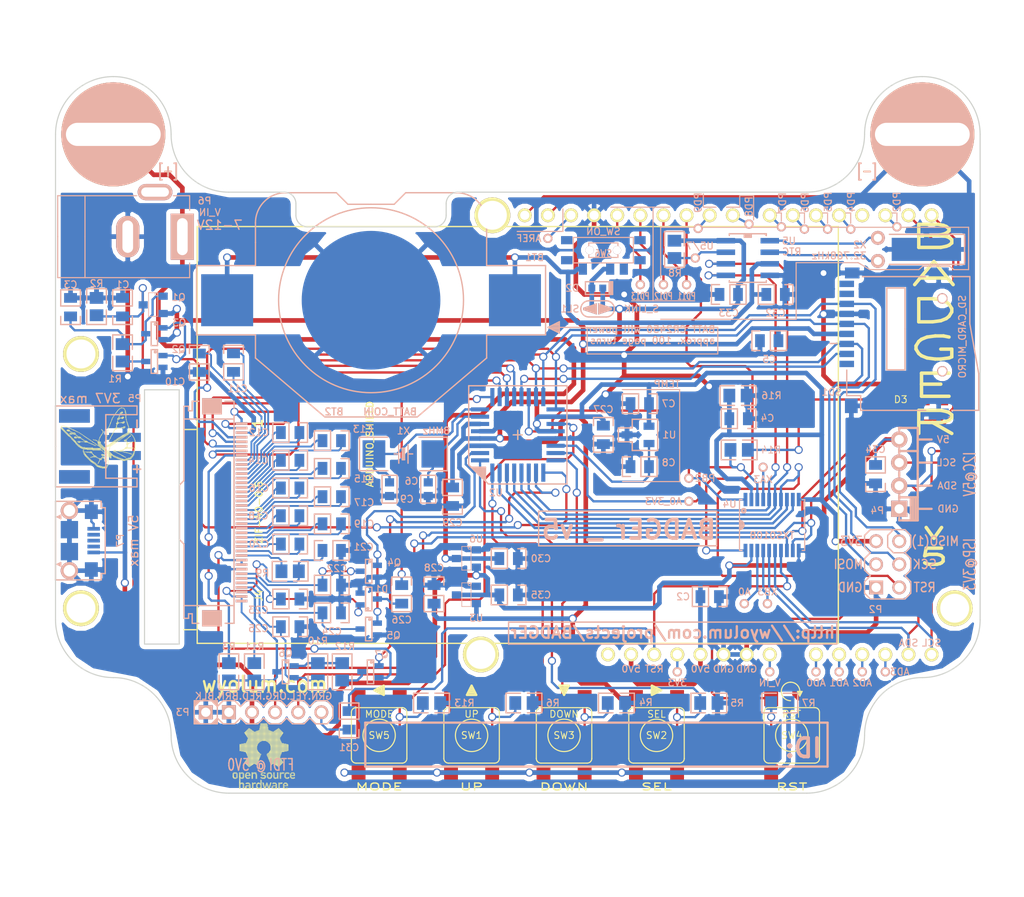
<source format=kicad_pcb>
(kicad_pcb (version 3) (host pcbnew "(2013-07-07 BZR 4022)-stable")
  (layers (15 F.Cu signal) (0 B.Cu signal) (18 B.Paste user) (19 F.Paste user) (20 B.SilkS user) (21 F.SilkS user) (22 B.Mask user) (23 F.Mask user) (28 Edge.Cuts user))
  (net 0 "")
  (net 1 //EPD_CS_3V3)
  (net 2 //RESET_3V3)
  (net 3 /3V)
  (net 4 /3V3)
  (net 5 /A0)
  (net 6 /A0_3V3)
  (net 7 /AD0)
  (net 8 /AD1)
  (net 9 /AD2)
  (net 10 /AD3)
  (net 11 /BATT_3V)
  (net 12 /BATT_RTC)
  (net 13 /BORDER)
  (net 14 /BORDER_CONTROL)
  (net 15 /BUSY_3V3)
  (net 16 /C11M)
  (net 17 /C11P)
  (net 18 /C12M)
  (net 19 /C12P)
  (net 20 /C13M)
  (net 21 /C13P)
  (net 22 /C14M)
  (net 23 /C14P)
  (net 24 /C15M)
  (net 25 /C15P)
  (net 26 /C16M)
  (net 27 /C16P)
  (net 28 /C21M)
  (net 29 /C21P)
  (net 30 /C31M)
  (net 31 /C31P)
  (net 32 /C41M)
  (net 33 /C41P)
  (net 34 /C42M)
  (net 35 /C42P)
  (net 36 /DISCHARGE)
  (net 37 /DOWN)
  (net 38 /DTR)
  (net 39 /MODE)
  (net 40 /PANEL_ON)
  (net 41 /PD11)
  (net 42 /PD12)
  (net 43 /PD13)
  (net 44 /PD2)
  (net 45 /PD4)
  (net 46 /PD5)
  (net 47 /PD6)
  (net 48 /PD7)
  (net 49 /PD8)
  (net 50 /PD9)
  (net 51 /PWM)
  (net 52 /RST)
  (net 53 /RST_3V3)
  (net 54 /RXD)
  (net 55 /RXD_3V3)
  (net 56 /SCL)
  (net 57 /SCL_3V3)
  (net 58 /SDA)
  (net 59 /SDA_3V3)
  (net 60 /SD_CS_3V3)
  (net 61 /SEL)
  (net 62 /SPI_CLK_3V3)
  (net 63 /SPI_MISO_3V3)
  (net 64 /SPI_MOSI_3V3)
  (net 65 /SPI_SS)
  (net 66 /SPI_SS_3V3)
  (net 67 /SQW)
  (net 68 /TEMPERATURE)
  (net 69 /TXD)
  (net 70 /TXD_3V3)
  (net 71 /UP)
  (net 72 /VCC5V)
  (net 73 /VCC_T)
  (net 74 /VCL)
  (net 75 /VCOM)
  (net 76 /VCOM_DRIVER)
  (net 77 /VDH)
  (net 78 /VDL)
  (net 79 /VGH)
  (net 80 /VGL)
  (net 81 /VIN)
  (net 82 /V_IN)
  (net 83 GND)
  (net 84 N-000001)
  (net 85 N-00000103)
  (net 86 N-0000012)
  (net 87 N-0000014)
  (net 88 N-0000016)
  (net 89 N-000002)
  (net 90 N-0000020)
  (net 91 N-0000026)
  (net 92 N-0000032)
  (net 93 N-0000039)
  (net 94 N-0000051)
  (net 95 N-0000082)
  (net 96 N-0000084)
  (net 97 N-0000088)
  (module SOT323 (layer B.Cu) (at 59.817 96.266 90)
    (fp_text reference Q5 (at -0.6985 2.7305 180) (layer B.SilkS) (effects (font (size 0.762 0.762) (thickness 0.127)) (justify mirror)))
    (fp_text value 2N7002KW hide)
    (pad 2 smd rect (at -0.65024 0.94996 90) (size 0.59944 1.00076) (layers B.Cu B.Paste B.Mask) (net 83 GND))
    (pad 1 smd rect (at 0.65024 0.94996 90) (size 0.59944 1.00076) (layers B.Cu B.Paste B.Mask) (net 36 /DISCHARGE))
    (pad 3 smd rect (at 0 -0.94996 90) (size 0.59944 1.00076) (layers B.Cu B.Paste B.Mask) (net 77 /VDH))
  )
  (module SOT323 (layer B.Cu) (at 36.2585 66.8655 90)
    (fp_text reference Q2 (at 1.3335 2.667 180) (layer B.SilkS) (effects (font (size 0.762 0.762) (thickness 0.127)) (justify mirror)))
    (fp_text value 2N7002KW hide)
    (pad 2 smd rect (at -0.65024 0.94996 90) (size 0.59944 1.00076) (layers B.Cu B.Paste B.Mask) (net 83 GND))
    (pad 1 smd rect (at 0.65024 0.94996 90) (size 0.59944 1.00076) (layers B.Cu B.Paste B.Mask) (net 40 /PANEL_ON))
    (pad 3 smd rect (at 0 -0.94996 90) (size 0.59944 1.00076) (layers B.Cu B.Paste B.Mask) (net 86 N-0000012))
  )
  (module SOT323 (layer B.Cu) (at 59.817 89.916 90)
    (fp_text reference Q4 (at 0.9525 2.794 180) (layer B.SilkS) (effects (font (size 0.762 0.762) (thickness 0.127)) (justify mirror)))
    (fp_text value 2N7002KW hide)
    (pad 2 smd rect (at -0.65024 0.94996 90) (size 0.59944 1.00076) (layers B.Cu B.Paste B.Mask) (net 83 GND))
    (pad 1 smd rect (at 0.65024 0.94996 90) (size 0.59944 1.00076) (layers B.Cu B.Paste B.Mask) (net 36 /DISCHARGE))
    (pad 3 smd rect (at 0 -0.94996 90) (size 0.59944 1.00076) (layers B.Cu B.Paste B.Mask) (net 79 /VGH))
  )
  (module SOT323 (layer B.Cu) (at 50.673 100.965 90)
    (fp_text reference Q6 (at 2.032 0 180) (layer B.SilkS) (effects (font (size 0.762 0.762) (thickness 0.127)) (justify mirror)))
    (fp_text value 2N7002KW hide)
    (pad 2 smd rect (at -0.65024 0.94996 90) (size 0.59944 1.00076) (layers B.Cu B.Paste B.Mask) (net 78 /VDL))
    (pad 1 smd rect (at 0.65024 0.94996 90) (size 0.59944 1.00076) (layers B.Cu B.Paste B.Mask) (net 85 N-00000103))
    (pad 3 smd rect (at 0 -0.94996 90) (size 0.59944 1.00076) (layers B.Cu B.Paste B.Mask) (net 13 /BORDER))
  )
  (module SOT323 (layer B.Cu) (at 59.817 92.964 270)
    (fp_text reference D1 (at -1.0795 -1.397 360) (layer B.SilkS) (effects (font (size 0.762 0.762) (thickness 0.127)) (justify mirror)))
    (fp_text value BAT54SW hide)
    (pad 2 smd rect (at -0.65024 0.94996 270) (size 0.59944 1.00076) (layers B.Cu B.Paste B.Mask) (net 83 GND))
    (pad 1 smd rect (at 0.65024 0.94996 270) (size 0.59944 1.00076) (layers B.Cu B.Paste B.Mask) (net 80 /VGL))
    (pad 3 smd rect (at 0 -0.94996 270) (size 0.59944 1.00076) (layers B.Cu B.Paste B.Mask) (net 95 N-0000082))
  )
  (module SOT323 (layer B.Cu) (at 60.0075 100.965 90)
    (fp_text reference Q7 (at 1.905 1.2065 180) (layer B.SilkS) (effects (font (size 0.762 0.762) (thickness 0.127)) (justify mirror)))
    (fp_text value BSS84W hide)
    (pad 2 smd rect (at -0.65024 0.94996 90) (size 0.59944 1.00076) (layers B.Cu B.Paste B.Mask) (net 73 /VCC_T))
    (pad 1 smd rect (at 0.65024 0.94996 90) (size 0.59944 1.00076) (layers B.Cu B.Paste B.Mask) (net 14 /BORDER_CONTROL))
    (pad 3 smd rect (at 0 -0.94996 90) (size 0.59944 1.00076) (layers B.Cu B.Paste B.Mask) (net 97 N-0000088))
  )
  (module SOT323 (layer B.Cu) (at 36.2585 63.8175 90)
    (fp_text reference Q3 (at 1.2065 2.7305 180) (layer B.SilkS) (effects (font (size 0.762 0.762) (thickness 0.127)) (justify mirror)))
    (fp_text value BSS84W hide)
    (pad 2 smd rect (at -0.65024 0.94996 90) (size 0.59944 1.00076) (layers B.Cu B.Paste B.Mask) (net 4 /3V3))
    (pad 1 smd rect (at 0.65024 0.94996 90) (size 0.59944 1.00076) (layers B.Cu B.Paste B.Mask) (net 40 /PANEL_ON))
    (pad 3 smd rect (at 0 -0.94996 90) (size 0.59944 1.00076) (layers B.Cu B.Paste B.Mask) (net 88 N-0000016))
  )
  (module SOT23 (layer B.Cu) (at 36.1315 60.6425 270)
    (fp_text reference Q1 (at -0.8255 -2.794 360) (layer B.SilkS) (effects (font (size 0.762 0.762) (thickness 0.127)) (justify mirror)))
    (fp_text value DMG2301U-7 hide)
    (pad 3 smd rect (at 0 1.09982 270) (size 0.8001 1.00076) (layers B.Cu B.Paste B.Mask) (net 73 /VCC_T))
    (pad 2 smd rect (at 0.9525 -1.09982 270) (size 0.8001 1.00076) (layers B.Cu B.Paste B.Mask) (net 4 /3V3))
    (pad 1 smd rect (at -0.9525 -1.09982 270) (size 0.8001 1.00076) (layers B.Cu B.Paste B.Mask) (net 88 N-0000016))
  )
  (module c_0805 (layer B.Cu) (at 103.8225 64.5795)
    (fp_text reference C5 (at 0 2.032) (layer B.SilkS) (effects (font (size 0.762 0.762) (thickness 0.127)) (justify mirror)))
    (fp_text value 0.1u,16V hide)
    (pad 1 smd rect (at 1.016 0) (size 1.0668 1.4224) (layers B.Cu B.Paste B.Mask) (net 4 /3V3))
    (pad 2 smd rect (at -1.016 0) (size 1.0668 1.4224) (layers B.Cu B.Paste B.Mask) (net 83 GND))
  )
  (module c_0805 (layer B.Cu) (at 75.184 88.519 180)
    (fp_text reference C30 (at -3.556 0 180) (layer B.SilkS) (effects (font (size 0.762 0.762) (thickness 0.127)) (justify mirror)))
    (fp_text value 2.2u,16V hide)
    (pad 1 smd rect (at 1.016 0 180) (size 1.0668 1.4224) (layers B.Cu B.Paste B.Mask) (net 82 /V_IN))
    (pad 2 smd rect (at -1.016 0 180) (size 1.0668 1.4224) (layers B.Cu B.Paste B.Mask) (net 83 GND))
  )
  (module c_0805 (layer B.Cu) (at 51.181 86.9315 180)
    (fp_text reference C20 (at 3.429 0 360) (layer B.SilkS) (effects (font (size 0.762 0.762) (thickness 0.127)) (justify mirror)))
    (fp_text value 2.2u,16V hide)
    (pad 1 smd rect (at 1.016 0 180) (size 1.0668 1.4224) (layers B.Cu B.Paste B.Mask) (net 16 /C11M))
    (pad 2 smd rect (at -1.016 0 180) (size 1.0668 1.4224) (layers B.Cu B.Paste B.Mask) (net 17 /C11P))
  )
  (module c_0805 (layer B.Cu) (at 55.753 78.613 180)
    (fp_text reference C15 (at -3.556 -1.143 360) (layer B.SilkS) (effects (font (size 0.762 0.762) (thickness 0.127)) (justify mirror)))
    (fp_text value 2.2u,25V hide)
    (pad 1 smd rect (at 1.016 0 180) (size 1.0668 1.4224) (layers B.Cu B.Paste B.Mask) (net 26 /C16M))
    (pad 2 smd rect (at -1.016 0 180) (size 1.0668 1.4224) (layers B.Cu B.Paste B.Mask) (net 27 /C16P))
  )
  (module c_0805 (layer B.Cu) (at 51.181 83.82 180)
    (fp_text reference C18 (at 3.4925 0 360) (layer B.SilkS) (effects (font (size 0.762 0.762) (thickness 0.127)) (justify mirror)))
    (fp_text value 2.2u,16V hide)
    (pad 1 smd rect (at 1.016 0 180) (size 1.0668 1.4224) (layers B.Cu B.Paste B.Mask) (net 20 /C13M))
    (pad 2 smd rect (at -1.016 0 180) (size 1.0668 1.4224) (layers B.Cu B.Paste B.Mask) (net 21 /C13P))
  )
  (module c_0805 (layer B.Cu) (at 55.753 81.7245 180)
    (fp_text reference C17 (at -3.556 -0.635 360) (layer B.SilkS) (effects (font (size 0.762 0.762) (thickness 0.127)) (justify mirror)))
    (fp_text value 2.2u,16V hide)
    (pad 1 smd rect (at 1.016 0 180) (size 1.0668 1.4224) (layers B.Cu B.Paste B.Mask) (net 22 /C14M))
    (pad 2 smd rect (at -1.016 0 180) (size 1.0668 1.4224) (layers B.Cu B.Paste B.Mask) (net 23 /C14P))
  )
  (module c_0805 (layer B.Cu) (at 41.1988 67.0052 270)
    (fp_text reference C10 (at 2.0828 2.6543 360) (layer B.SilkS) (effects (font (size 0.762 0.762) (thickness 0.127)) (justify mirror)))
    (fp_text value 2.2u,10V hide)
    (pad 1 smd rect (at 1.016 0 270) (size 1.0668 1.4224) (layers B.Cu B.Paste B.Mask) (net 83 GND))
    (pad 2 smd rect (at -1.016 0 270) (size 1.0668 1.4224) (layers B.Cu B.Paste B.Mask) (net 74 /VCL))
  )
  (module c_0805 (layer B.Cu) (at 55.753 75.565 180)
    (fp_text reference C13 (at -3.429 1.27 360) (layer B.SilkS) (effects (font (size 0.762 0.762) (thickness 0.127)) (justify mirror)))
    (fp_text value 2.2u,25V hide)
    (pad 1 smd rect (at 1.016 0 180) (size 1.0668 1.4224) (layers B.Cu B.Paste B.Mask) (net 30 /C31M))
    (pad 2 smd rect (at -1.016 0 180) (size 1.0668 1.4224) (layers B.Cu B.Paste B.Mask) (net 31 /C31P))
  )
  (module c_0805 (layer B.Cu) (at 51.181 77.724 180)
    (fp_text reference C14 (at 3.4925 0 360) (layer B.SilkS) (effects (font (size 0.762 0.762) (thickness 0.127)) (justify mirror)))
    (fp_text value 2.2u,16V hide)
    (pad 1 smd rect (at 1.016 0 180) (size 1.0668 1.4224) (layers B.Cu B.Paste B.Mask) (net 28 /C21M))
    (pad 2 smd rect (at -1.016 0 180) (size 1.0668 1.4224) (layers B.Cu B.Paste B.Mask) (net 29 /C21P))
  )
  (module c_0805 (layer B.Cu) (at 44.958 66.9925 270)
    (fp_text reference C11 (at 2.8575 -0.4445 360) (layer B.SilkS) (effects (font (size 0.762 0.762) (thickness 0.127)) (justify mirror)))
    (fp_text value 2.2u,16V hide)
    (pad 1 smd rect (at 1.016 0 270) (size 1.0668 1.4224) (layers B.Cu B.Paste B.Mask) (net 35 /C42P))
    (pad 2 smd rect (at -1.016 0 270) (size 1.0668 1.4224) (layers B.Cu B.Paste B.Mask) (net 34 /C42M))
  )
  (module c_0805 (layer B.Cu) (at 55.753 84.709 180)
    (fp_text reference C19 (at -3.556 0 360) (layer B.SilkS) (effects (font (size 0.762 0.762) (thickness 0.127)) (justify mirror)))
    (fp_text value 2.2u,16V hide)
    (pad 1 smd rect (at 1.016 0 180) (size 1.0668 1.4224) (layers B.Cu B.Paste B.Mask) (net 18 /C12M))
    (pad 2 smd rect (at -1.016 0 180) (size 1.0668 1.4224) (layers B.Cu B.Paste B.Mask) (net 19 /C12P))
  )
  (module c_0805 (layer B.Cu) (at 55.753 94.488 180)
    (fp_text reference C24 (at 0 -2.032 180) (layer B.SilkS) (effects (font (size 0.762 0.762) (thickness 0.127)) (justify mirror)))
    (fp_text value 2.2u,16V hide)
    (pad 1 smd rect (at 1.016 0 180) (size 1.0668 1.4224) (layers B.Cu B.Paste B.Mask) (net 77 /VDH))
    (pad 2 smd rect (at -1.016 0 180) (size 1.0668 1.4224) (layers B.Cu B.Paste B.Mask) (net 83 GND))
  )
  (module c_0805 (layer B.Cu) (at 51.181 80.772 180)
    (fp_text reference C16 (at 3.429 0 360) (layer B.SilkS) (effects (font (size 0.762 0.762) (thickness 0.127)) (justify mirror)))
    (fp_text value 2.2u,25V hide)
    (pad 1 smd rect (at 1.016 0 180) (size 1.0668 1.4224) (layers B.Cu B.Paste B.Mask) (net 24 /C15M))
    (pad 2 smd rect (at -1.016 0 180) (size 1.0668 1.4224) (layers B.Cu B.Paste B.Mask) (net 25 /C15P))
  )
  (module c_0805 (layer B.Cu) (at 55.753 91.44 180)
    (fp_text reference C22 (at -0.5588 1.8288 180) (layer B.SilkS) (effects (font (size 0.762 0.762) (thickness 0.127)) (justify mirror)))
    (fp_text value 2.2u,25V hide)
    (pad 1 smd rect (at 1.016 0 180) (size 1.0668 1.4224) (layers B.Cu B.Paste B.Mask) (net 79 /VGH))
    (pad 2 smd rect (at -1.016 0 180) (size 1.0668 1.4224) (layers B.Cu B.Paste B.Mask) (net 83 GND))
  )
  (module c_0805 (layer B.Cu) (at 89.5985 71.501 180)
    (fp_text reference C7 (at -3.175 0 180) (layer B.SilkS) (effects (font (size 0.762 0.762) (thickness 0.127)) (justify mirror)))
    (fp_text value 1u,16V hide)
    (pad 1 smd rect (at 1.016 0 180) (size 1.0668 1.4224) (layers B.Cu B.Paste B.Mask) (net 83 GND))
    (pad 2 smd rect (at -1.016 0 180) (size 1.0668 1.4224) (layers B.Cu B.Paste B.Mask) (net 4 /3V3))
  )
  (module c_0805 (layer B.Cu) (at 55.753 87.63)
    (fp_text reference C21 (at 3.4925 -0.381 180) (layer B.SilkS) (effects (font (size 0.762 0.762) (thickness 0.127)) (justify mirror)))
    (fp_text value 1u,10V hide)
    (pad 1 smd rect (at 1.016 0) (size 1.0668 1.4224) (layers B.Cu B.Paste B.Mask) (net 83 GND))
    (pad 2 smd rect (at -1.016 0) (size 1.0668 1.4224) (layers B.Cu B.Paste B.Mask) (net 75 /VCOM))
  )
  (module c_0805 (layer B.Cu) (at 51.181 92.964 180)
    (fp_text reference C23 (at 3.4925 -1.2065 180) (layer B.SilkS) (effects (font (size 0.762 0.762) (thickness 0.127)) (justify mirror)))
    (fp_text value 2.2u,25V hide)
    (pad 1 smd rect (at 1.016 0 180) (size 1.0668 1.4224) (layers B.Cu B.Paste B.Mask) (net 80 /VGL))
    (pad 2 smd rect (at -1.016 0 180) (size 1.0668 1.4224) (layers B.Cu B.Paste B.Mask) (net 83 GND))
  )
  (module c_0805 (layer B.Cu) (at 51.181 96.012 180)
    (fp_text reference C25 (at 3.4925 -0.1905 360) (layer B.SilkS) (effects (font (size 0.762 0.762) (thickness 0.127)) (justify mirror)))
    (fp_text value 2.2u,16V hide)
    (pad 1 smd rect (at 1.016 0 180) (size 1.0668 1.4224) (layers B.Cu B.Paste B.Mask) (net 78 /VDL))
    (pad 2 smd rect (at -1.016 0 180) (size 1.0668 1.4224) (layers B.Cu B.Paste B.Mask) (net 83 GND))
  )
  (module c_0805 (layer B.Cu) (at 51.181 74.676 180)
    (fp_text reference C12 (at 3.429 0 360) (layer B.SilkS) (effects (font (size 0.762 0.762) (thickness 0.127)) (justify mirror)))
    (fp_text value 2.2u,16V hide)
    (pad 1 smd rect (at 1.016 0 180) (size 1.0668 1.4224) (layers B.Cu B.Paste B.Mask) (net 33 /C41P))
    (pad 2 smd rect (at -1.016 0 180) (size 1.0668 1.4224) (layers B.Cu B.Paste B.Mask) (net 32 /C41M))
  )
  (module c_0805 (layer B.Cu) (at 66.9925 92.456 270)
    (fp_text reference C28 (at -2.921 0 360) (layer B.SilkS) (effects (font (size 0.762 0.762) (thickness 0.127)) (justify mirror)))
    (fp_text value 2.2u,16V hide)
    (pad 1 smd rect (at 1.016 0 270) (size 1.0668 1.4224) (layers B.Cu B.Paste B.Mask) (net 4 /3V3))
    (pad 2 smd rect (at -1.016 0 270) (size 1.0668 1.4224) (layers B.Cu B.Paste B.Mask) (net 83 GND))
  )
  (module r_0805 (layer B.Cu) (at 32.766 65.913 270)
    (fp_text reference R1 (at 2.8575 0.8255 360) (layer B.SilkS) (effects (font (size 0.762 0.762) (thickness 0.127)) (justify mirror)))
    (fp_text value 33k hide)
    (pad 1 smd rect (at 0.9525 0 270) (size 1.30048 1.4986) (layers B.Cu B.Paste B.Mask) (net 86 N-0000012))
    (pad 2 smd rect (at -0.9525 0 270) (size 1.30048 1.4986) (layers B.Cu B.Paste B.Mask) (net 88 N-0000016))
  )
  (module r_0805 (layer B.Cu) (at 56.896 100.965 90)
    (fp_text reference R12 (at 2.794 0.3175 180) (layer B.SilkS) (effects (font (size 0.762 0.762) (thickness 0.127)) (justify mirror)))
    (fp_text value 100k hide)
    (pad 1 smd rect (at 0.9525 0 90) (size 1.30048 1.4986) (layers B.Cu B.Paste B.Mask) (net 85 N-00000103))
    (pad 2 smd rect (at -0.9525 0 90) (size 1.30048 1.4986) (layers B.Cu B.Paste B.Mask) (net 97 N-0000088))
  )
  (module r_0805 (layer B.Cu) (at 47.244 100.965 270)
    (fp_text reference R11 (at -2.794 0 360) (layer B.SilkS) (effects (font (size 0.762 0.762) (thickness 0.127)) (justify mirror)))
    (fp_text value 100k hide)
    (pad 1 smd rect (at 0.9525 0 270) (size 1.30048 1.4986) (layers B.Cu B.Paste B.Mask) (net 13 /BORDER))
    (pad 2 smd rect (at -0.9525 0 270) (size 1.30048 1.4986) (layers B.Cu B.Paste B.Mask) (net 75 /VCOM))
  )
  (module r_0805 (layer B.Cu) (at 51.181 89.916 180)
    (fp_text reference R9 (at 3.048 -0.1905 360) (layer B.SilkS) (effects (font (size 0.762 0.762) (thickness 0.127)) (justify mirror)))
    (fp_text value 2k hide)
    (pad 1 smd rect (at 0.9525 0 180) (size 1.30048 1.4986) (layers B.Cu B.Paste B.Mask) (net 76 /VCOM_DRIVER))
    (pad 2 smd rect (at -0.9525 0 180) (size 1.30048 1.4986) (layers B.Cu B.Paste B.Mask) (net 75 /VCOM))
  )
  (module r_0805 (layer B.Cu) (at 44.45 100.965 90)
    (fp_text reference R3 (at 2.794 0 180) (layer B.SilkS) (effects (font (size 0.762 0.762) (thickness 0.127)) (justify mirror)))
    (fp_text value "0R(NC)" hide)
    (pad 1 smd rect (at 0.9525 0 90) (size 1.30048 1.4986) (layers B.Cu B.Paste B.Mask) (net 96 N-0000084))
    (pad 2 smd rect (at -0.9525 0 90) (size 1.30048 1.4986) (layers B.Cu B.Paste B.Mask) (net 13 /BORDER))
  )
  (module r_0805 (layer B.Cu) (at 54.229 100.965 90)
    (fp_text reference R10 (at 3.4036 0 180) (layer B.SilkS) (effects (font (size 0.762 0.762) (thickness 0.127)) (justify mirror)))
    (fp_text value 100k hide)
    (pad 1 smd rect (at 0.9525 0 90) (size 1.30048 1.4986) (layers B.Cu B.Paste B.Mask) (net 85 N-00000103))
    (pad 2 smd rect (at -0.9525 0 90) (size 1.30048 1.4986) (layers B.Cu B.Paste B.Mask) (net 78 /VDL))
  )
  (module r_0805 (layer B.Cu) (at 100.3935 70.612)
    (fp_text reference R16 (at 3.683 0) (layer B.SilkS) (effects (font (size 0.762 0.762) (thickness 0.127)) (justify mirror)))
    (fp_text value 10k hide)
    (pad 1 smd rect (at 0.9525 0) (size 1.30048 1.4986) (layers B.Cu B.Paste B.Mask) (net 83 GND))
    (pad 2 smd rect (at -0.9525 0) (size 1.30048 1.4986) (layers B.Cu B.Paste B.Mask) (net 4 /3V3))
  )
  (module r_0805 (layer B.Cu) (at 29.9085 60.833 270)
    (fp_text reference R2 (at -2.54 0 360) (layer B.SilkS) (effects (font (size 0.762 0.762) (thickness 0.127)) (justify mirror)))
    (fp_text value 33k hide)
    (pad 1 smd rect (at 0.9525 0 270) (size 1.30048 1.4986) (layers B.Cu B.Paste B.Mask) (net 73 /VCC_T))
    (pad 2 smd rect (at -0.9525 0 270) (size 1.30048 1.4986) (layers B.Cu B.Paste B.Mask) (net 83 GND))
  )
  (module c_0805 (layer B.Cu) (at 63.4365 92.456 270)
    (fp_text reference C26 (at 2.794 0 540) (layer B.SilkS) (effects (font (size 0.762 0.762) (thickness 0.127)) (justify mirror)))
    (fp_text value 0.1u,16V hide)
    (pad 1 smd rect (at 1.016 0 270) (size 1.0668 1.4224) (layers B.Cu B.Paste B.Mask) (net 95 N-0000082))
    (pad 2 smd rect (at -1.016 0 270) (size 1.0668 1.4224) (layers B.Cu B.Paste B.Mask) (net 51 /PWM))
  )
  (module c_0805 (layer B.Cu) (at 100.457 73.152 180)
    (fp_text reference C4 (at -3.175 0.0635 180) (layer B.SilkS) (effects (font (size 0.762 0.762) (thickness 0.127)) (justify mirror)))
    (fp_text value 0.1u,16V hide)
    (pad 1 smd rect (at 1.016 0 180) (size 1.0668 1.4224) (layers B.Cu B.Paste B.Mask) (net 4 /3V3))
    (pad 2 smd rect (at -1.016 0 180) (size 1.0668 1.4224) (layers B.Cu B.Paste B.Mask) (net 83 GND))
  )
  (module c_0805 (layer B.Cu) (at 97.282 92.71 180)
    (fp_text reference C2 (at 2.921 0 360) (layer B.SilkS) (effects (font (size 0.762 0.762) (thickness 0.127)) (justify mirror)))
    (fp_text value 0.1u,16V hide)
    (pad 1 smd rect (at 1.016 0 180) (size 1.0668 1.4224) (layers B.Cu B.Paste B.Mask) (net 72 /VCC5V))
    (pad 2 smd rect (at -1.016 0 180) (size 1.0668 1.4224) (layers B.Cu B.Paste B.Mask) (net 83 GND))
  )
  (module c_0805 (layer B.Cu) (at 32.766 60.8965 90)
    (fp_text reference C1 (at 2.4765 0 180) (layer B.SilkS) (effects (font (size 0.762 0.762) (thickness 0.127)) (justify mirror)))
    (fp_text value 2.2u,16V hide)
    (pad 1 smd rect (at 1.016 0 90) (size 1.0668 1.4224) (layers B.Cu B.Paste B.Mask) (net 83 GND))
    (pad 2 smd rect (at -1.016 0 90) (size 1.0668 1.4224) (layers B.Cu B.Paste B.Mask) (net 73 /VCC_T))
  )
  (module c_0805 (layer B.Cu) (at 89.5985 78.4225)
    (fp_text reference C8 (at 3.175 -0.4445) (layer B.SilkS) (effects (font (size 0.762 0.762) (thickness 0.127)) (justify mirror)))
    (fp_text value 0.1u,16V hide)
    (pad 1 smd rect (at 1.016 0) (size 1.0668 1.4224) (layers B.Cu B.Paste B.Mask) (net 68 /TEMPERATURE))
    (pad 2 smd rect (at -1.016 0) (size 1.0668 1.4224) (layers B.Cu B.Paste B.Mask) (net 83 GND))
  )
  (module c_0805 (layer B.Cu) (at 69.0245 81.7245 90)
    (fp_text reference C29 (at -2.8575 0 180) (layer B.SilkS) (effects (font (size 0.762 0.762) (thickness 0.127)) (justify mirror)))
    (fp_text value 0.1u,16V hide)
    (pad 1 smd rect (at 1.016 0 90) (size 1.0668 1.4224) (layers B.Cu B.Paste B.Mask) (net 4 /3V3))
    (pad 2 smd rect (at -1.016 0 90) (size 1.0668 1.4224) (layers B.Cu B.Paste B.Mask) (net 83 GND))
  )
  (module c_0805 (layer B.Cu) (at 27.051 60.8965 90)
    (fp_text reference C3 (at 2.4765 0 180) (layer B.SilkS) (effects (font (size 0.762 0.762) (thickness 0.127)) (justify mirror)))
    (fp_text value 0.1u,16V hide)
    (pad 1 smd rect (at 1.016 0 90) (size 1.0668 1.4224) (layers B.Cu B.Paste B.Mask) (net 83 GND))
    (pad 2 smd rect (at -1.016 0 90) (size 1.0668 1.4224) (layers B.Cu B.Paste B.Mask) (net 88 N-0000016))
  )
  (module c_0805 (layer B.Cu) (at 85.598 74.93 270)
    (fp_text reference C27 (at -2.794 0 360) (layer B.SilkS) (effects (font (size 0.762 0.762) (thickness 0.127)) (justify mirror)))
    (fp_text value 0.1u,16V hide)
    (pad 1 smd rect (at 1.016 0 270) (size 1.0668 1.4224) (layers B.Cu B.Paste B.Mask) (net 83 GND))
    (pad 2 smd rect (at -1.016 0 270) (size 1.0668 1.4224) (layers B.Cu B.Paste B.Mask) (net 4 /3V3))
  )
  (module SOT23-3-Temp (layer B.Cu) (at 89.408 74.93 270)
    (fp_text reference U1 (at 0 -3.429 360) (layer B.SilkS) (effects (font (size 0.762 0.762) (thickness 0.127)) (justify mirror)))
    (fp_text value MCP9700AT-E/TT hide)
    (pad 1 smd rect (at -0.9525 -1.2065 270) (size 0.8001 1.19888) (layers B.Cu B.Paste B.Mask) (net 4 /3V3))
    (pad 3 smd rect (at 0 1.2065 270) (size 0.8001 1.19888) (layers B.Cu B.Paste B.Mask) (net 83 GND))
    (pad 2 smd rect (at 0.9525 -1.2065 270) (size 0.8001 1.19888) (layers B.Cu B.Paste B.Mask) (net 68 /TEMPERATURE))
  )
  (module r_0805 (layer B.Cu) (at 87.0331 104.394)
    (fp_text reference R4 (at 3.2385 -0.0635) (layer B.SilkS) (effects (font (size 0.762 0.762) (thickness 0.127)) (justify mirror)))
    (fp_text value 10k hide)
    (pad 1 smd rect (at 0.9525 0) (size 1.30048 1.4986) (layers B.Cu B.Paste B.Mask) (net 83 GND))
    (pad 2 smd rect (at -0.9525 0) (size 1.30048 1.4986) (layers B.Cu B.Paste B.Mask) (net 37 /DOWN))
  )
  (module r_0805 (layer B.Cu) (at 97.1931 104.394)
    (fp_text reference R5 (at 3.1115 0) (layer B.SilkS) (effects (font (size 0.762 0.762) (thickness 0.127)) (justify mirror)))
    (fp_text value 10k hide)
    (pad 1 smd rect (at 0.9525 0) (size 1.30048 1.4986) (layers B.Cu B.Paste B.Mask) (net 83 GND))
    (pad 2 smd rect (at -0.9525 0) (size 1.30048 1.4986) (layers B.Cu B.Paste B.Mask) (net 61 /SEL))
  )
  (module r_0805 (layer B.Cu) (at 76.8731 104.394)
    (fp_text reference R6 (at 3.175 0) (layer B.SilkS) (effects (font (size 0.762 0.762) (thickness 0.127)) (justify mirror)))
    (fp_text value 10k hide)
    (pad 1 smd rect (at 0.9525 0) (size 1.30048 1.4986) (layers B.Cu B.Paste B.Mask) (net 83 GND))
    (pad 2 smd rect (at -0.9525 0) (size 1.30048 1.4986) (layers B.Cu B.Paste B.Mask) (net 71 /UP))
  )
  (module r_0805 (layer B.Cu) (at 104.9909 104.394 180)
    (fp_text reference R7 (at -3.175 0 180) (layer B.SilkS) (effects (font (size 0.762 0.762) (thickness 0.127)) (justify mirror)))
    (fp_text value 10k hide)
    (pad 1 smd rect (at 0.9525 0 180) (size 1.30048 1.4986) (layers B.Cu B.Paste B.Mask) (net 53 /RST_3V3))
    (pad 2 smd rect (at -0.9525 0 180) (size 1.30048 1.4986) (layers B.Cu B.Paste B.Mask) (net 4 /3V3))
  )
  (module I/O (layer B.Cu) (at 103.1494 78.486)
    (fp_text reference XA3 (at 0 1.3462) (layer B.SilkS) (effects (font (size 0.762 0.762) (thickness 0.127)) (justify mirror)))
    (fp_text value I/O hide)
    (pad 1 thru_hole circle (at 0 0) (size 1.016 1.016) (drill 0.635) (layers *.Cu *.Mask B.SilkS) (net 90 N-0000020))
  )
  (module I/O (layer B.Cu) (at 94.996 82.2325)
    (fp_text reference A0_3V3 (at -2.794 0) (layer B.SilkS) (effects (font (size 0.762 0.762) (thickness 0.127)) (justify mirror)))
    (fp_text value I/O hide)
    (pad 1 thru_hole circle (at 0 0) (size 1.016 1.016) (drill 0.635) (layers *.Cu *.Mask B.SilkS) (net 6 /A0_3V3))
  )
  (module Header_FTDI (layer B.Cu) (at 48.26 105.41)
    (fp_text reference P3 (at -8.89 0) (layer B.SilkS) (effects (font (size 0.762 0.762) (thickness 0.127)) (justify mirror)))
    (fp_text value FTDI (at 1.9685 5.7785) (layer B.SilkS) (effects (font (size 1.27 0.889) (thickness 0.1524)) (justify mirror)))
    (fp_text user GRN.YEL.ORG.RED.BRN.BLK (at 0 -1.778) (layer B.SilkS) (effects (font (size 0.762 0.762) (thickness 0.127)) (justify mirror)))
    (pad 1 thru_hole rect (at -6.35 0) (size 1.524 1.524) (drill 1.016) (layers *.Cu *.Mask B.SilkS) (net 83 GND))
    (pad 2 thru_hole rect (at -3.81 0) (size 1.524 1.524) (drill 1.016) (layers *.Cu *.Mask B.SilkS) (net 83 GND))
    (pad 3 thru_hole circle (at -1.27 0) (size 1.524 1.524) (drill 1.016) (layers *.Cu *.Mask B.SilkS) (net 72 /VCC5V))
    (pad 4 thru_hole circle (at 1.27 0) (size 1.524 1.524) (drill 1.016) (layers *.Cu *.Mask B.SilkS) (net 54 /RXD))
    (pad 5 thru_hole circle (at 3.81 0) (size 1.524 1.524) (drill 1.016) (layers *.Cu *.Mask B.SilkS) (net 69 /TXD))
    (pad 6 thru_hole circle (at 6.35 0) (size 1.524 1.524) (drill 1.016) (layers *.Cu *.Mask B.SilkS) (net 38 /DTR))
  )
  (module c_0805 (layer B.Cu) (at 57.658 106.299 90)
    (fp_text reference C31 (at -2.9845 0 180) (layer B.SilkS) (effects (font (size 0.762 0.762) (thickness 0.127)) (justify mirror)))
    (fp_text value 0.1u,16V hide)
    (pad 1 smd rect (at 1.016 0 90) (size 1.0668 1.4224) (layers B.Cu B.Paste B.Mask) (net 52 /RST))
    (pad 2 smd rect (at -1.016 0 90) (size 1.0668 1.4224) (layers B.Cu B.Paste B.Mask) (net 38 /DTR))
  )
  (module TQFP32 (layer B.Cu) (at 76.2 74.93)
    (fp_text reference U2 (at -2.413 6.35) (layer B.SilkS) (effects (font (size 0.762 0.762) (thickness 0.127)) (justify mirror)))
    (fp_text value ATMEGA328-AU-ND hide)
    (pad 8 smd rect (at -4.15036 -2.79908) (size 1.99898 0.44958) (layers B.Cu B.Paste B.Mask) (net 84 N-000001) (clearance 0.127))
    (pad 7 smd rect (at -4.15036 -1.99898) (size 1.99898 0.44958) (layers B.Cu B.Paste B.Mask) (net 89 N-000002) (clearance 0.14986))
    (pad 6 smd rect (at -4.15036 -1.19888) (size 1.99898 0.44958) (layers B.Cu B.Paste B.Mask) (net 4 /3V3) (clearance 0.14986))
    (pad 5 smd rect (at -4.15036 -0.39878) (size 1.99898 0.44958) (layers B.Cu B.Paste B.Mask) (net 83 GND) (clearance 0.14986))
    (pad 4 smd rect (at -4.15036 0.39878) (size 1.99898 0.44958) (layers B.Cu B.Paste B.Mask) (net 4 /3V3) (clearance 0.14986))
    (pad 3 smd rect (at -4.15036 1.19888) (size 1.99898 0.44958) (layers B.Cu B.Paste B.Mask) (net 83 GND) (clearance 0.14986))
    (pad 2 smd rect (at -4.15036 1.99898) (size 1.99898 0.44958) (layers B.Cu B.Paste B.Mask) (net 36 /DISCHARGE) (clearance 0.14986))
    (pad 1 smd rect (at -4.15036 2.79908) (size 1.99898 0.44958) (layers B.Cu B.Paste B.Mask) (net 61 /SEL) (clearance 0.127))
    (pad 24 smd rect (at 4.15036 2.79908) (size 1.99898 0.44958) (layers B.Cu B.Paste B.Mask) (net 37 /DOWN) (clearance 0.127))
    (pad 17 smd rect (at 4.15036 -2.79908) (size 1.99898 0.44958) (layers B.Cu B.Paste B.Mask) (net 62 /SPI_CLK_3V3) (clearance 0.127))
    (pad 18 smd rect (at 4.15036 -1.99898) (size 1.99898 0.44958) (layers B.Cu B.Paste B.Mask) (net 4 /3V3) (clearance 0.14986))
    (pad 19 smd rect (at 4.15036 -1.19888) (size 1.99898 0.44958) (layers B.Cu B.Paste B.Mask) (net 39 /MODE) (clearance 0.14986))
    (pad 20 smd rect (at 4.15036 -0.39878) (size 1.99898 0.44958) (layers B.Cu B.Paste B.Mask) (net 4 /3V3) (clearance 0.14986))
    (pad 21 smd rect (at 4.15036 0.39878) (size 1.99898 0.44958) (layers B.Cu B.Paste B.Mask) (net 83 GND) (clearance 0.14986))
    (pad 22 smd rect (at 4.15036 1.19888) (size 1.99898 0.44958) (layers B.Cu B.Paste B.Mask) (net 68 /TEMPERATURE) (clearance 0.14986))
    (pad 23 smd rect (at 4.15036 1.99898) (size 1.99898 0.44958) (layers B.Cu B.Paste B.Mask) (net 6 /A0_3V3) (clearance 0.14986))
    (pad 32 smd rect (at -2.79908 4.15036 270) (size 1.99898 0.44958) (layers B.Cu B.Paste B.Mask) (net 71 /UP) (clearance 0.127))
    (pad 31 smd rect (at -1.99898 4.15036 270) (size 1.99898 0.44958) (layers B.Cu B.Paste B.Mask) (net 70 /TXD_3V3) (clearance 0.14986))
    (pad 30 smd rect (at -1.19888 4.15036 270) (size 1.99898 0.44958) (layers B.Cu B.Paste B.Mask) (net 55 /RXD_3V3) (clearance 0.14986))
    (pad 29 smd rect (at -0.39878 4.15036 270) (size 1.99898 0.44958) (layers B.Cu B.Paste B.Mask) (net 53 /RST_3V3) (clearance 0.14986))
    (pad 28 smd rect (at 0.39878 4.15036 270) (size 1.99898 0.44958) (layers B.Cu B.Paste B.Mask) (net 57 /SCL_3V3) (clearance 0.14986))
    (pad 27 smd rect (at 1.19888 4.15036 270) (size 1.99898 0.44958) (layers B.Cu B.Paste B.Mask) (net 59 /SDA_3V3) (clearance 0.14986))
    (pad 26 smd rect (at 1.99898 4.15036 270) (size 1.99898 0.44958) (layers B.Cu B.Paste B.Mask) (net 14 /BORDER_CONTROL) (clearance 0.14986))
    (pad 25 smd rect (at 2.79908 4.15036 270) (size 1.99898 0.44958) (layers B.Cu B.Paste B.Mask) (net 40 /PANEL_ON) (clearance 0.127))
    (pad 9 smd rect (at -2.79908 -4.15036 270) (size 1.99898 0.44958) (layers B.Cu B.Paste B.Mask) (net 51 /PWM) (clearance 0.127))
    (pad 10 smd rect (at -1.99898 -4.15036 270) (size 1.99898 0.44958) (layers B.Cu B.Paste B.Mask) (net 2 //RESET_3V3) (clearance 0.14986))
    (pad 11 smd rect (at -1.19888 -4.15036 270) (size 1.99898 0.44958) (layers B.Cu B.Paste B.Mask) (net 15 /BUSY_3V3) (clearance 0.14986))
    (pad 12 smd rect (at -0.39878 -4.15036 270) (size 1.99898 0.44958) (layers B.Cu B.Paste B.Mask) (net 1 //EPD_CS_3V3) (clearance 0.14986))
    (pad 13 smd rect (at 0.39878 -4.15036 270) (size 1.99898 0.44958) (layers B.Cu B.Paste B.Mask) (net 60 /SD_CS_3V3) (clearance 0.14986))
    (pad 14 smd rect (at 1.19888 -4.15036 270) (size 1.99898 0.44958) (layers B.Cu B.Paste B.Mask) (net 66 /SPI_SS_3V3) (clearance 0.14986))
    (pad 15 smd rect (at 1.99898 -4.15036 270) (size 1.99898 0.44958) (layers B.Cu B.Paste B.Mask) (net 64 /SPI_MOSI_3V3) (clearance 0.14986))
    (pad 16 smd rect (at 2.79908 -4.15036 270) (size 1.99898 0.44958) (layers B.Cu B.Paste B.Mask) (net 63 /SPI_MISO_3V3) (clearance 0.127))
  )
  (module vite_3mm (layer F.Cu) (at 31.75 41.91)
    (fp_text reference H1 hide)
    (fp_text value I/O hide)
    (pad 1 thru_hole circle (at 0 0) (size 11.43 11.43) (drill oval 10.413999 2.54) (layers *.Cu *.SilkS *.Mask) (net 82 /V_IN) (clearance 0.127))
  )
  (module pin_strip_4-90 (layer B.Cu) (at 118.11 79.248 270)
    (fp_text reference P4 (at 4.0005 2.413 360) (layer B.SilkS) (effects (font (size 0.762 0.762) (thickness 0.127)) (justify mirror)))
    (fp_text value C3SB hide)
    (pad 1 thru_hole circle (at -3.81 0 270) (size 1.778 1.778) (drill 1.016) (layers *.Cu *.Mask B.SilkS) (net 72 /VCC5V))
    (pad 2 thru_hole circle (at -1.27 0 270) (size 1.778 1.778) (drill 1.016) (layers *.Cu *.Mask B.SilkS) (net 56 /SCL))
    (pad 3 thru_hole circle (at 1.27 0 270) (size 1.778 1.778) (drill 1.016) (layers *.Cu *.Mask B.SilkS) (net 58 /SDA))
    (pad 4 thru_hole rect (at 3.81 0 270) (size 1.778 1.778) (drill 1.016) (layers *.Cu *.Mask B.SilkS) (net 83 GND))
  )
  (module PCB (layer F.Cu) (at 76.2 74.93)
    (fp_text reference P1 hide)
    (fp_text value PCB hide)
  )
  (module I/O (layer B.Cu) (at 94.996 79.6925)
    (fp_text reference PB2 (at 1.778 0) (layer B.SilkS) (effects (font (size 0.762 0.762) (thickness 0.127)) (justify mirror)))
    (fp_text value I/O hide)
    (pad 1 thru_hole circle (at 0 0) (size 1.016 1.016) (drill 0.635) (layers *.Cu *.Mask B.SilkS) (net 66 /SPI_SS_3V3))
  )
  (module I/O (layer B.Cu) (at 101.092 93.472)
    (fp_text reference A0 (at 0 -1.2954) (layer B.SilkS) (effects (font (size 0.762 0.762) (thickness 0.127)) (justify mirror)))
    (fp_text value I/O hide)
    (pad 1 thru_hole circle (at 0 0) (size 1.016 1.016) (drill 0.635) (layers *.Cu *.Mask B.SilkS) (net 5 /A0))
  )
  (module I/O (layer B.Cu) (at 103.632 93.472)
    (fp_text reference XB3 (at 0 -1.2954) (layer B.SilkS) (effects (font (size 0.762 0.762) (thickness 0.127)) (justify mirror)))
    (fp_text value I/O hide)
    (pad 1 thru_hole circle (at 0 0) (size 1.016 1.016) (drill 0.635) (layers *.Cu *.Mask B.SilkS) (net 87 N-0000014))
  )
  (module vite_3mm (layer F.Cu) (at 120.65 41.91)
    (fp_text reference H2 hide)
    (fp_text value I/O hide)
    (pad 1 thru_hole circle (at 0 0) (size 11.43 11.43) (drill oval 10.413999 2.54) (layers *.Cu *.SilkS *.Mask) (net 83 GND))
  )
  (module SOT23 (layer B.Cu) (at 70.5485 92.5195 270)
    (fp_text reference U3 (at 2.54 -1.0795 540) (layer B.SilkS) (effects (font (size 0.762 0.762) (thickness 0.127)) (justify mirror)))
    (fp_text value MCP1700T-33 hide)
    (pad 3 smd rect (at 0 1.09982 270) (size 0.8001 1.00076) (layers B.Cu B.Paste B.Mask) (net 72 /VCC5V))
    (pad 2 smd rect (at 0.9525 -1.09982 270) (size 0.8001 1.00076) (layers B.Cu B.Paste B.Mask) (net 4 /3V3))
    (pad 1 smd rect (at -0.9525 -1.09982 270) (size 0.8001 1.00076) (layers B.Cu B.Paste B.Mask) (net 83 GND))
  )
  (module r_0805 (layer B.Cu) (at 93.4085 54.5465 270)
    (fp_text reference R8 (at 2.6035 -0.0635 360) (layer B.SilkS) (effects (font (size 0.762 0.762) (thickness 0.127)) (justify mirror)))
    (fp_text value 10k hide)
    (pad 1 smd rect (at 0.9525 0 270) (size 1.30048 1.4986) (layers B.Cu B.Paste B.Mask) (net 67 /SQW))
    (pad 2 smd rect (at -0.9525 0 270) (size 1.30048 1.4986) (layers B.Cu B.Paste B.Mask) (net 4 /3V3))
  )
  (module c_0805 (layer B.Cu) (at 104.521 59.4995 180)
    (fp_text reference C32 (at 0 -2.032 180) (layer B.SilkS) (effects (font (size 0.762 0.762) (thickness 0.127)) (justify mirror)))
    (fp_text value 0.1u,16V hide)
    (pad 1 smd rect (at 1.016 0 180) (size 1.0668 1.4224) (layers B.Cu B.Paste B.Mask) (net 12 /BATT_RTC))
    (pad 2 smd rect (at -1.016 0 180) (size 1.0668 1.4224) (layers B.Cu B.Paste B.Mask) (net 83 GND))
  )
  (module r_0805 (layer B.Cu) (at 66.7131 104.394)
    (fp_text reference R13 (at 3.6195 0) (layer B.SilkS) (effects (font (size 0.762 0.762) (thickness 0.127)) (justify mirror)))
    (fp_text value 10k hide)
    (pad 1 smd rect (at 0.9525 0) (size 1.30048 1.4986) (layers B.Cu B.Paste B.Mask) (net 83 GND))
    (pad 2 smd rect (at -0.9525 0) (size 1.30048 1.4986) (layers B.Cu B.Paste B.Mask) (net 39 /MODE))
  )
  (module c_0805 (layer B.Cu) (at 99.3775 59.4995)
    (fp_text reference C33 (at 0 2.032) (layer B.SilkS) (effects (font (size 0.762 0.762) (thickness 0.127)) (justify mirror)))
    (fp_text value 0.1u,16V hide)
    (pad 1 smd rect (at 1.016 0) (size 1.0668 1.4224) (layers B.Cu B.Paste B.Mask) (net 4 /3V3))
    (pad 2 smd rect (at -1.016 0) (size 1.0668 1.4224) (layers B.Cu B.Paste B.Mask) (net 83 GND))
  )
  (module c_0805 (layer B.Cu) (at 115.5065 79.248 90)
    (fp_text reference C34 (at 2.7305 0 180) (layer B.SilkS) (effects (font (size 0.762 0.762) (thickness 0.127)) (justify mirror)))
    (fp_text value 0.1u,16V hide)
    (pad 1 smd rect (at 1.016 0 90) (size 1.0668 1.4224) (layers B.Cu B.Paste B.Mask) (net 72 /VCC5V))
    (pad 2 smd rect (at -1.016 0 90) (size 1.0668 1.4224) (layers B.Cu B.Paste B.Mask) (net 83 GND))
  )
  (module USB_B_Micro (layer B.Cu) (at 29.591 86.5505)
    (fp_text reference P7 (at 2.921 0 90) (layer B.SilkS) (effects (font (size 0.762 0.762) (thickness 0.127)) (justify mirror)))
    (fp_text value UUSB_B hide)
    (pad 3 smd rect (at 0 0) (size 1.3716 0.4064) (layers B.Cu B.Paste B.Mask) (clearance 0.2032))
    (pad 4 smd rect (at 0 -0.65024) (size 1.3716 0.4064) (layers B.Cu B.Paste B.Mask) (clearance 0.2032))
    (pad 5 smd rect (at 0 -1.30048) (size 1.3716 0.4064) (layers B.Cu B.Paste B.Mask) (net 83 GND) (clearance 0.2032))
    (pad 2 smd rect (at 0 0.65024) (size 1.3716 0.4064) (layers B.Cu B.Paste B.Mask) (clearance 0.2032))
    (pad 1 smd rect (at 0 1.30048) (size 1.3716 0.4064) (layers B.Cu B.Paste B.Mask) (net 72 /VCC5V) (clearance 0.2032))
    (pad T1 smd rect (at -0.254 3.175) (size 1.4224 1.6002) (layers B.Cu B.Paste B.Mask) (net 83 GND))
    (pad T2 smd rect (at -0.254 -3.175) (size 1.4224 1.6002) (layers B.Cu B.Paste B.Mask) (net 83 GND))
    (pad T3 smd rect (at -2.667 1.2065) (size 1.905 1.905) (layers B.Cu B.Paste B.Mask) (net 83 GND) (clearance 0.2032))
    (pad T4 smd rect (at -2.667 -1.2065) (size 1.905 1.905) (layers B.Cu B.Paste B.Mask) (net 83 GND) (clearance 0.2032))
    (pad T5 thru_hole circle (at -2.667 3.302) (size 1.905 1.905) (drill 1.27) (layers *.Cu *.Paste *.Mask B.SilkS) (net 83 GND) (clearance 0.2032))
    (pad T6 thru_hole circle (at -2.667 -3.302) (size 1.905 1.905) (drill 1.27) (layers *.Cu *.Paste *.Mask B.SilkS) (net 83 GND) (clearance 0.2032))
  )
  (module SOT23 (layer B.Cu) (at 70.5485 88.519 270)
    (fp_text reference U6 (at -2.159 -1.0795 540) (layer B.SilkS) (effects (font (size 0.762 0.762) (thickness 0.127)) (justify mirror)))
    (fp_text value MCP1702T-50 hide)
    (pad 3 smd rect (at 0 1.09982 270) (size 0.8001 1.00076) (layers B.Cu B.Paste B.Mask) (net 82 /V_IN))
    (pad 2 smd rect (at 0.9525 -1.09982 270) (size 0.8001 1.00076) (layers B.Cu B.Paste B.Mask) (net 72 /VCC5V))
    (pad 1 smd rect (at -0.9525 -1.09982 270) (size 0.8001 1.00076) (layers B.Cu B.Paste B.Mask) (net 83 GND))
  )
  (module c_0805 (layer B.Cu) (at 75.184 92.5195 180)
    (fp_text reference C35 (at -3.556 0 180) (layer B.SilkS) (effects (font (size 0.762 0.762) (thickness 0.127)) (justify mirror)))
    (fp_text value 2.2u,16V hide)
    (pad 1 smd rect (at 1.016 0 180) (size 1.0668 1.4224) (layers B.Cu B.Paste B.Mask) (net 72 /VCC5V))
    (pad 2 smd rect (at -1.016 0 180) (size 1.0668 1.4224) (layers B.Cu B.Paste B.Mask) (net 83 GND))
  )
  (module SO8E (layer B.Cu) (at 101.473 55.499 270)
    (fp_text reference U5 (at -1.8796 -4.5212 540) (layer B.SilkS) (effects (font (size 0.762 0.762) (thickness 0.127)) (justify mirror)))
    (fp_text value BQ32000 hide)
    (pad 8 smd rect (at -1.905 2.413 270) (size 0.6096 2.032) (layers B.Cu B.Paste B.Mask) (net 4 /3V3))
    (pad 1 smd rect (at -1.905 -2.413 270) (size 0.6096 2.032) (layers B.Cu B.Paste B.Mask) (net 94 N-0000051))
    (pad 7 smd rect (at -0.635 2.413 270) (size 0.6096 2.032) (layers B.Cu B.Paste B.Mask) (net 67 /SQW))
    (pad 6 smd rect (at 0.635 2.413 270) (size 0.6096 2.032) (layers B.Cu B.Paste B.Mask) (net 57 /SCL_3V3))
    (pad 5 smd rect (at 1.905 2.413 270) (size 0.6096 2.032) (layers B.Cu B.Paste B.Mask) (net 59 /SDA_3V3))
    (pad 2 smd rect (at -0.635 -2.413 270) (size 0.6096 2.032) (layers B.Cu B.Paste B.Mask) (net 93 N-0000039))
    (pad 3 smd rect (at 0.635 -2.413 270) (size 0.6096 2.032) (layers B.Cu B.Paste B.Mask) (net 12 /BATT_RTC))
    (pad 4 smd rect (at 1.905 -2.413 270) (size 0.6096 2.032) (layers B.Cu B.Paste B.Mask) (net 83 GND))
  )
  (module c_0603 (layer B.Cu) (at 66.3575 80.899 270)
    (fp_text reference C6 (at -0.889 1.8415 360) (layer B.SilkS) (effects (font (size 0.762 0.762) (thickness 0.127)) (justify mirror)))
    (fp_text value 22pF hide)
    (pad 1 smd rect (at 0.75184 0 270) (size 0.89916 1.00076) (layers B.Cu B.Paste B.Mask) (net 83 GND))
    (pad 2 smd rect (at -0.75184 0 270) (size 0.89916 1.00076) (layers B.Cu B.Paste B.Mask) (net 89 N-000002))
  )
  (module c_0603 (layer B.Cu) (at 62.103 80.899 270)
    (fp_text reference C9 (at 1.0795 -1.905 360) (layer B.SilkS) (effects (font (size 0.762 0.762) (thickness 0.127)) (justify mirror)))
    (fp_text value 22pF hide)
    (pad 1 smd rect (at 0.75184 0 270) (size 0.89916 1.00076) (layers B.Cu B.Paste B.Mask) (net 83 GND))
    (pad 2 smd rect (at -0.75184 0 270) (size 0.89916 1.00076) (layers B.Cu B.Paste B.Mask) (net 84 N-000001))
  )
  (module Xtal_SMD (layer B.Cu) (at 63.627 77.0255 180)
    (fp_text reference X1 (at 0 2.54 180) (layer B.SilkS) (effects (font (size 0.762 0.762) (thickness 0.127)) (justify mirror)))
    (fp_text value 8MHz (at -3.6195 2.54 180) (layer B.SilkS) (effects (font (size 0.762 0.762) (thickness 0.127)) (justify mirror)))
    (pad 1 smd rect (at 3.2385 0 180) (size 2.5 3) (layers B.Cu B.Paste B.Mask) (net 84 N-000001))
    (pad 2 smd rect (at -3.2385 0 180) (size 2.5 3) (layers B.Cu B.Paste B.Mask) (net 89 N-000002))
  )
  (module XTAL_3 (layer B.Cu) (at 115.7605 54.5465 270)
    (fp_text reference X2 (at -0.4953 1.9812 360) (layer B.SilkS) (effects (font (size 0.762 0.762) (thickness 0.127)) (justify mirror)))
    (fp_text value 32.768kHz (at 0.6985 4.2672 360) (layer B.SilkS) (effects (font (size 0.762 0.762) (thickness 0.127)) (justify mirror)))
    (pad 1 thru_hole circle (at -1.27 0 270) (size 1.524 1.524) (drill 0.889) (layers *.Cu *.Mask B.SilkS) (net 94 N-0000051))
    (pad 2 thru_hole circle (at 1.27 0 270) (size 1.524 1.524) (drill 0.889) (layers *.Cu *.Mask B.SilkS) (net 93 N-0000039))
    (pad 3 smd rect (at 0 -5.334 270) (size 2.54 7.62) (layers B.Cu B.Paste B.Mask) (net 83 GND))
  )
  (module CONN_JST-2_SMD (layer B.Cu) (at 25.781 76.2 90)
    (fp_text reference P5 (at 5.2705 8.3185 180) (layer B.SilkS) (effects (font (size 0.762 0.762) (thickness 0.127)) (justify mirror)))
    (fp_text value JST_3V7 hide)
    (fp_text user - (at 2.49936 8.49884 90) (layer B.SilkS) (effects (font (size 1.016 1.016) (thickness 0.2032)) (justify mirror)))
    (fp_text user + (at -2.49936 8.49884 90) (layer B.SilkS) (effects (font (size 1.016 1.016) (thickness 0.2032)) (justify mirror)))
    (pad "" smd rect (at -3.34772 1.69926 90) (size 1.4986 3.39598) (layers B.Cu B.Paste B.Mask))
    (pad 1 smd rect (at -0.99822 7.24916 90) (size 0.99568 3.49758) (layers B.Cu B.Paste B.Mask) (net 72 /VCC5V))
    (pad 2 smd rect (at 0.99822 7.24916 90) (size 0.99568 3.49758) (layers B.Cu B.Paste B.Mask) (net 83 GND))
    (pad "" smd rect (at 3.34772 1.69926 90) (size 1.4986 3.39598) (layers B.Cu B.Paste B.Mask))
  )
  (module I/O (layer B.Cu) (at 95.6945 55.499)
    (fp_text reference U5/7 (at 0.508 -1.3335) (layer B.SilkS) (effects (font (size 0.762 0.762) (thickness 0.127)) (justify mirror)))
    (fp_text value I/O hide)
    (pad 1 thru_hole circle (at 0 0) (size 1.016 1.016) (drill 0.635) (layers *.Cu *.Mask B.SilkS) (net 67 /SQW))
  )
  (module vite_3mm (layer F.Cu) (at 28.194 66.04)
    (fp_text reference H5 hide)
    (fp_text value I/O hide)
    (pad 1 thru_hole circle (at 0 0 90) (size 3.937 3.937) (drill 3.174999) (layers *.Cu *.Mask F.SilkS))
  )
  (module vite_3mm (layer F.Cu) (at 28.194 93.98)
    (fp_text reference H6 hide)
    (fp_text value I/O hide)
    (pad 1 thru_hole circle (at 0 0 90) (size 3.937 3.937) (drill 3.174999) (layers *.Cu *.Mask F.SilkS))
  )
  (module ShortLink (layer B.Cu) (at 84.963 61.087)
    (fp_text reference SL1 (at -3.048 0) (layer B.SilkS) (effects (font (size 0.762 0.762) (thickness 0.127)) (justify mirror)))
    (fp_text value S_LINK (at 4.826 0) (layer B.SilkS) (effects (font (size 0.762 0.762) (thickness 0.127)) (justify mirror)))
    (pad 1 smd trapezoid (at -0.8255 0) (size 1.524 0.762) (rect_delta -0.508 0) (layers B.Cu B.Paste B.SilkS B.Mask) (net 11 /BATT_3V) (clearance 0.127))
    (pad 2 smd trapezoid (at 0.8255 0) (size 1.524 0.762) (rect_delta 0.508 0) (layers B.Cu B.Paste B.SilkS B.Mask) (net 4 /3V3) (clearance 0.127))
  )
  (module ZIF-40-0.5-M_seeed (layer F.Cu) (at 29.718 83.439 90)
    (fp_text reference J4 (at -9.144 18.034 90) (layer F.SilkS) (effects (font (size 0.762 0.762) (thickness 0.127))))
    (fp_text value ZIF-40-0.5 (at 0 18.034 90) (layer F.SilkS) (effects (font (size 0.762 0.762) (thickness 0.127))))
    (fp_text user 1 (at 9.779 17.907 90) (layer F.SilkS) (effects (font (size 1.016 1.016) (thickness 0.2032))))
    (pad 42 smd rect (at 11.65 12.875 270) (size 1.8 2.2) (layers B.Cu B.Paste B.SilkS B.Mask))
    (pad 41 smd rect (at -11.65 12.875 270) (size 1.8 2.2) (layers B.Cu B.Paste B.SilkS B.Mask))
    (pad 1 smd rect (at 9.75 16.129 270) (size 0.3 1.3) (layers B.Cu B.Paste B.SilkS B.Mask) (net 1 //EPD_CS_3V3) (clearance 0.1))
    (pad 2 smd rect (at 9.25 16.129 270) (size 0.3 1.3) (layers B.Cu B.Paste B.SilkS B.Mask) (net 15 /BUSY_3V3) (clearance 0.1))
    (pad 3 smd rect (at 8.75 16.129 270) (size 0.3 1.3) (layers B.Cu B.Paste B.SilkS B.Mask) (net 83 GND) (clearance 0.1))
    (pad 4 smd rect (at 8.25 16.129 270) (size 0.3 1.3) (layers B.Cu B.Paste B.SilkS B.Mask) (net 62 /SPI_CLK_3V3) (clearance 0.1))
    (pad 5 smd rect (at 7.75 16.129 270) (size 0.3 1.3) (layers B.Cu B.Paste B.SilkS B.Mask) (net 64 /SPI_MOSI_3V3) (clearance 0.1))
    (pad 6 smd rect (at 7.25 16.129 270) (size 0.3 1.3) (layers B.Cu B.Paste B.SilkS B.Mask) (net 63 /SPI_MISO_3V3) (clearance 0.1))
    (pad 7 smd rect (at 6.75 16.129 270) (size 0.3 1.3) (layers B.Cu B.Paste B.SilkS B.Mask) (net 2 //RESET_3V3) (clearance 0.1))
    (pad 8 smd rect (at 6.25 16.129 270) (size 0.3 1.3) (layers B.Cu B.Paste B.SilkS B.Mask) (net 96 N-0000084) (clearance 0.1))
    (pad 9 smd rect (at 5.75 16.129 270) (size 0.3 1.3) (layers B.Cu B.Paste B.SilkS B.Mask) (net 74 /VCL) (clearance 0.1))
    (pad 10 smd rect (at 5.25 16.129 270) (size 0.3 1.3) (layers B.Cu B.Paste B.SilkS B.Mask) (net 35 /C42P) (clearance 0.1))
    (pad 11 smd rect (at 4.75 16.129 270) (size 0.3 1.3) (layers B.Cu B.Paste B.SilkS B.Mask) (net 34 /C42M) (clearance 0.1))
    (pad 12 smd rect (at 4.25 16.129 270) (size 0.3 1.3) (layers B.Cu B.Paste B.SilkS B.Mask) (net 33 /C41P) (clearance 0.1))
    (pad 13 smd rect (at 3.75 16.129 270) (size 0.3 1.3) (layers B.Cu B.Paste B.SilkS B.Mask) (net 32 /C41M) (clearance 0.1))
    (pad 14 smd rect (at 3.25 16.129 270) (size 0.3 1.3) (layers B.Cu B.Paste B.SilkS B.Mask) (net 30 /C31M) (clearance 0.1))
    (pad 15 smd rect (at 2.75 16.129 270) (size 0.3 1.3) (layers B.Cu B.Paste B.SilkS B.Mask) (net 31 /C31P) (clearance 0.1))
    (pad 16 smd rect (at 2.25 16.129 270) (size 0.3 1.3) (layers B.Cu B.Paste B.SilkS B.Mask) (net 28 /C21M) (clearance 0.1))
    (pad 17 smd rect (at 1.75 16.129 270) (size 0.3 1.3) (layers B.Cu B.Paste B.SilkS B.Mask) (net 29 /C21P) (clearance 0.1))
    (pad 18 smd rect (at 1.25 16.129 270) (size 0.3 1.3) (layers B.Cu B.Paste B.SilkS B.Mask) (net 26 /C16M) (clearance 0.1))
    (pad 19 smd rect (at 0.75 16.129 270) (size 0.3 1.3) (layers B.Cu B.Paste B.SilkS B.Mask) (net 27 /C16P) (clearance 0.1))
    (pad 20 smd rect (at 0.25 16.129 270) (size 0.3 1.3) (layers B.Cu B.Paste B.SilkS B.Mask) (net 24 /C15M) (clearance 0.1))
    (pad 21 smd rect (at -0.25 16.129 270) (size 0.3 1.3) (layers B.Cu B.Paste B.SilkS B.Mask) (net 25 /C15P) (clearance 0.1))
    (pad 22 smd rect (at -0.75 16.129 270) (size 0.3 1.3) (layers B.Cu B.Paste B.SilkS B.Mask) (net 22 /C14M) (clearance 0.1))
    (pad 23 smd rect (at -1.25 16.129 270) (size 0.3 1.3) (layers B.Cu B.Paste B.SilkS B.Mask) (net 23 /C14P) (clearance 0.1))
    (pad 24 smd rect (at -1.75 16.129 270) (size 0.3 1.3) (layers B.Cu B.Paste B.SilkS B.Mask) (net 20 /C13M) (clearance 0.1))
    (pad 25 smd rect (at -2.25 16.129 270) (size 0.3 1.3) (layers B.Cu B.Paste B.SilkS B.Mask) (net 21 /C13P) (clearance 0.1))
    (pad 26 smd rect (at -2.75 16.129 270) (size 0.3 1.3) (layers B.Cu B.Paste B.SilkS B.Mask) (net 18 /C12M) (clearance 0.1))
    (pad 27 smd rect (at -3.25 16.129 270) (size 0.3 1.3) (layers B.Cu B.Paste B.SilkS B.Mask) (net 19 /C12P) (clearance 0.1))
    (pad 28 smd rect (at -3.75 16.129 270) (size 0.3 1.3) (layers B.Cu B.Paste B.SilkS B.Mask) (net 16 /C11M) (clearance 0.1))
    (pad 29 smd rect (at -4.25 16.129 270) (size 0.3 1.3) (layers B.Cu B.Paste B.SilkS B.Mask) (net 17 /C11P) (clearance 0.1))
    (pad 30 smd rect (at -4.75 16.129 270) (size 0.3 1.3) (layers B.Cu B.Paste B.SilkS B.Mask) (net 76 /VCOM_DRIVER) (clearance 0.1))
    (pad 31 smd rect (at -5.25 16.129 270) (size 0.3 1.3) (layers B.Cu B.Paste B.SilkS B.Mask) (net 73 /VCC_T) (clearance 0.1))
    (pad 32 smd rect (at -5.75 16.129 270) (size 0.3 1.3) (layers B.Cu B.Paste B.SilkS B.Mask) (net 73 /VCC_T) (clearance 0.1))
    (pad 33 smd rect (at -6.25 16.129 270) (size 0.3 1.3) (layers B.Cu B.Paste B.SilkS B.Mask) (net 83 GND) (clearance 0.1))
    (pad 34 smd rect (at -6.75 16.129 270) (size 0.3 1.3) (layers B.Cu B.Paste B.SilkS B.Mask) (net 79 /VGH) (clearance 0.1))
    (pad 35 smd rect (at -7.25 16.129 270) (size 0.3 1.3) (layers B.Cu B.Paste B.SilkS B.Mask) (net 80 /VGL) (clearance 0.1))
    (pad 36 smd rect (at -7.75 16.129 270) (size 0.3 1.3) (layers B.Cu B.Paste B.SilkS B.Mask) (net 77 /VDH) (clearance 0.1))
    (pad 37 smd rect (at -8.25 16.129 270) (size 0.3 1.3) (layers B.Cu B.Paste B.SilkS B.Mask) (net 78 /VDL) (clearance 0.1))
    (pad 38 smd rect (at -8.75 16.129 270) (size 0.3 1.3) (layers B.Cu B.Paste B.SilkS B.Mask) (net 13 /BORDER) (clearance 0.1))
    (pad 39 smd rect (at -9.25 16.129 270) (size 0.3 1.3) (layers B.Cu B.Paste B.SilkS B.Mask) (net 75 /VCOM) (clearance 0.1))
    (pad 40 smd rect (at -9.75 16.129 270) (size 0.3 1.3) (layers B.Cu B.Paste B.SilkS B.Mask) (net 75 /VCOM) (clearance 0.1))
  )
  (module JACK_ALIM (layer B.Cu) (at 33.3375 53.1495)
    (fp_text reference P6 (at 8.4455 -3.937) (layer B.SilkS) (effects (font (size 0.762 0.762) (thickness 0.127)) (justify mirror)))
    (fp_text value V_IN (at 9.017 -2.667) (layer B.SilkS) (effects (font (size 0.762 0.762) (thickness 0.127)) (justify mirror)))
    (pad 2 thru_hole oval (at 0 0) (size 2.54 4.572) (drill oval 1.1684 3.556) (layers *.Cu *.Mask B.SilkS) (net 83 GND))
    (pad 1 thru_hole rect (at 6 0) (size 2.54 5.08) (drill oval 1.1684 4.064) (layers *.Cu *.Mask B.SilkS) (net 82 /V_IN))
    (pad 3 thru_hole oval (at 3 -4.9) (size 3.81 1.778) (drill oval 3.048 1.016) (layers *.Cu *.Mask B.SilkS) (clearance 0.0508))
  )
  (module TXS0108EPWR (layer B.Cu) (at 104.14 84.836)
    (fp_text reference U4 (at -4.6736 -2.3114) (layer B.SilkS) (effects (font (size 0.762 0.762) (thickness 0.127)) (justify mirror)))
    (fp_text value TXS0108 (at 0 1.143) (layer B.SilkS) (effects (font (size 0.762 0.762) (thickness 0.127)) (justify mirror)))
    (pad 5 smd rect (at -0.32512 -2.79908) (size 0.4191 1.47066) (layers B.Cu B.Paste B.Mask) (net 59 /SDA_3V3) (clearance 0.1016))
    (pad 6 smd rect (at 0.32512 -2.79908) (size 0.4191 1.47066) (layers B.Cu B.Paste B.Mask) (net 57 /SCL_3V3) (clearance 0.1016))
    (pad 7 smd rect (at 0.97536 -2.79908) (size 0.4191 1.47066) (layers B.Cu B.Paste B.Mask) (net 53 /RST_3V3) (clearance 0.1016))
    (pad 8 smd rect (at 1.6256 -2.79908) (size 0.4191 1.47066) (layers B.Cu B.Paste B.Mask) (net 55 /RXD_3V3) (clearance 0.1016))
    (pad 19 smd rect (at -2.27584 2.79908) (size 0.4191 1.47066) (layers B.Cu B.Paste B.Mask) (net 72 /VCC5V) (clearance 0.1016))
    (pad 2 smd rect (at -2.27584 -2.79908) (size 0.4191 1.47066) (layers B.Cu B.Paste B.Mask) (net 4 /3V3) (clearance 0.1016))
    (pad 3 smd rect (at -1.6256 -2.79908) (size 0.4191 1.47066) (layers B.Cu B.Paste B.Mask) (net 6 /A0_3V3) (clearance 0.1016))
    (pad 4 smd rect (at -0.97536 -2.79908) (size 0.4191 1.47066) (layers B.Cu B.Paste B.Mask) (net 90 N-0000020) (clearance 0.1016))
    (pad 12 smd rect (at 2.27584 2.79908) (size 0.4191 1.47066) (layers B.Cu B.Paste B.Mask) (net 69 /TXD) (clearance 0.1016))
    (pad 13 smd rect (at 1.6256 2.79908) (size 0.4191 1.47066) (layers B.Cu B.Paste B.Mask) (net 54 /RXD) (clearance 0.1016))
    (pad 14 smd rect (at 0.97536 2.79908) (size 0.4191 1.47066) (layers B.Cu B.Paste B.Mask) (net 52 /RST) (clearance 0.1016))
    (pad 15 smd rect (at 0.32512 2.79908) (size 0.4191 1.47066) (layers B.Cu B.Paste B.Mask) (net 56 /SCL) (clearance 0.1016))
    (pad 16 smd rect (at -0.32512 2.79908) (size 0.4191 1.47066) (layers B.Cu B.Paste B.Mask) (net 58 /SDA) (clearance 0.1016))
    (pad 17 smd rect (at -0.97536 2.79908) (size 0.4191 1.47066) (layers B.Cu B.Paste B.Mask) (net 87 N-0000014) (clearance 0.1016))
    (pad 9 smd rect (at 2.27584 -2.79908) (size 0.4191 1.47066) (layers B.Cu B.Paste B.Mask) (net 70 /TXD_3V3) (clearance 0.1016))
    (pad 18 smd rect (at -1.6256 2.79908) (size 0.4191 1.47066) (layers B.Cu B.Paste B.Mask) (net 5 /A0) (clearance 0.1016))
    (pad 1 smd rect (at -2.92608 -2.79908) (size 0.4191 1.47066) (layers B.Cu B.Paste B.Mask) (net 66 /SPI_SS_3V3) (clearance 0.1016))
    (pad 10 smd rect (at 2.92608 -2.79908) (size 0.4191 1.47066) (layers B.Cu B.Paste B.Mask) (net 4 /3V3) (clearance 0.1016))
    (pad 11 smd rect (at 2.92608 2.79908) (size 0.4191 1.47066) (layers B.Cu B.Paste B.Mask) (net 83 GND) (clearance 0.1016))
    (pad 20 smd rect (at -2.92608 2.79908) (size 0.4191 1.47066) (layers B.Cu B.Paste B.Mask) (net 65 /SPI_SS) (clearance 0.1016))
  )
  (module SD_Micro_seeed (layer B.Cu) (at 112.3442 62.738)
    (fp_text reference SD1 (at -1.6637 7.493) (layer B.SilkS) (effects (font (size 0.762 0.762) (thickness 0.127)) (justify mirror)))
    (fp_text value SD_CARD_MICRO (at 12.7 1.397 270) (layer B.SilkS) (effects (font (size 0.762 0.762) (thickness 0.127)) (justify mirror)))
    (pad 5 smd rect (at 0 0) (size 1.6 0.7) (layers B.Cu B.Paste B.Mask) (net 62 /SPI_CLK_3V3))
    (pad 6 smd rect (at 0 -1.09982) (size 1.6 0.7) (layers B.Cu B.Paste B.Mask) (net 83 GND))
    (pad 7 smd rect (at 0 -2.19964) (size 1.6 0.7) (layers B.Cu B.Paste B.Mask) (net 63 /SPI_MISO_3V3))
    (pad 8 smd rect (at 0 -3.29946) (size 1.6 0.7) (layers B.Cu B.Paste B.Mask))
    (pad 9 smd rect (at 0 -4.39928) (size 1.6 0.7) (layers B.Cu B.Paste B.Mask))
    (pad 4 smd rect (at 0 1.09982) (size 1.6 0.7) (layers B.Cu B.Paste B.Mask) (net 4 /3V3))
    (pad 3 smd rect (at 0 2.19964) (size 1.6 0.7) (layers B.Cu B.Paste B.Mask) (net 64 /SPI_MOSI_3V3))
    (pad 2 smd rect (at 0 3.29946) (size 1.6 0.7) (layers B.Cu B.Paste B.Mask) (net 60 /SD_CS_3V3))
    (pad 1 smd rect (at 0 4.39928) (size 1.6 0.7) (layers B.Cu B.Paste B.Mask))
    (pad G1 smd rect (at 0.6 -5.6) (size 1.6 1.2) (layers B.Cu B.Paste B.Mask) (net 83 GND))
    (pad G2 smd rect (at 10.1 -5.6) (size 2.2 1.2) (layers B.Cu B.Paste B.Mask) (net 83 GND))
    (pad G3 smd rect (at 10.1 9.9) (size 2.2 1.2) (layers B.Cu B.Paste B.Mask) (net 83 GND))
    (pad G4 smd rect (at 0.5 9) (size 1.4 1.6) (layers B.Cu B.Paste B.Mask) (net 83 GND))
    (pad H1 thru_hole circle (at 10.5 -2.8) (size 1.143 1.143) (drill 0.889) (layers *.Cu *.Mask B.SilkS))
    (pad H2 thru_hole circle (at 10.5 5.2) (size 1.143 1.143) (drill 0.889) (layers *.Cu *.Mask B.SilkS))
  )
  (module r_0805 (layer B.Cu) (at 100.5205 76.581 180)
    (fp_text reference R14 (at -3.4925 0 180) (layer B.SilkS) (effects (font (size 0.762 0.762) (thickness 0.1016)) (justify mirror)))
    (fp_text value 1k5 hide)
    (pad 1 smd rect (at 0.9525 0 180) (size 1.30048 1.4986) (layers B.Cu B.Paste B.Mask) (net 6 /A0_3V3))
    (pad 2 smd rect (at -0.9525 0 180) (size 1.30048 1.4986) (layers B.Cu B.Paste B.Mask) (net 92 N-0000032))
  )
  (module wyo_logo (layer F.Cu) (at 25.6032 71.501)
    (fp_text reference G1 hide)
    (fp_text value WYO hide)
  )
  (module led_0805 (layer F.Cu) (at 121.9581 71.0438 180)
    (fp_text reference D3 (at 3.683 0 180) (layer F.SilkS) (effects (font (size 0.762 0.762) (thickness 0.1016))))
    (fp_text value DEBUG hide)
    (pad 1 smd rect (at 1.016 0 180) (size 1.016 1.27) (layers F.Cu F.Paste F.Mask) (net 92 N-0000032))
    (pad 2 smd rect (at -1.016 0 180) (size 1.016 1.27) (layers F.Cu F.Paste F.Mask) (net 83 GND))
  )
  (module SW_SMD (layer F.Cu) (at 60.96 107.95 180)
    (fp_text reference SW5 (at 0 0 180) (layer F.SilkS) (effects (font (size 0.762 0.762) (thickness 0.1016))))
    (fp_text value MODE (at 0 2.3368 180) (layer F.SilkS) (effects (font (size 0.762 0.762) (thickness 0.1016))))
    (pad 1 smd rect (at -2.2606 -4.0894 90) (size 1.778 1.524) (layers F.Cu F.Paste F.Mask) (net 39 /MODE))
    (pad 1 smd rect (at -2.2606 4.0894 90) (size 1.778 1.524) (layers F.Cu F.Paste F.Mask) (net 39 /MODE))
    (pad 2 smd rect (at 2.2606 4.0894 90) (size 1.778 1.524) (layers F.Cu F.Paste F.Mask) (net 4 /3V3))
    (pad 2 smd rect (at 2.2606 -4.0894 90) (size 1.778 1.524) (layers F.Cu F.Paste F.Mask) (net 4 /3V3))
  )
  (module SW_SMD (layer F.Cu) (at 81.28 107.95 180)
    (fp_text reference SW3 (at 0 0 180) (layer F.SilkS) (effects (font (size 0.762 0.762) (thickness 0.1016))))
    (fp_text value DOWN (at 0 2.3368 180) (layer F.SilkS) (effects (font (size 0.762 0.762) (thickness 0.1016))))
    (pad 1 smd rect (at -2.2606 -4.0894 90) (size 1.778 1.524) (layers F.Cu F.Paste F.Mask) (net 37 /DOWN))
    (pad 1 smd rect (at -2.2606 4.0894 90) (size 1.778 1.524) (layers F.Cu F.Paste F.Mask) (net 37 /DOWN))
    (pad 2 smd rect (at 2.2606 4.0894 90) (size 1.778 1.524) (layers F.Cu F.Paste F.Mask) (net 4 /3V3))
    (pad 2 smd rect (at 2.2606 -4.0894 90) (size 1.778 1.524) (layers F.Cu F.Paste F.Mask) (net 4 /3V3))
  )
  (module SW_SMD (layer F.Cu) (at 91.44 107.95 180)
    (fp_text reference SW2 (at 0 0 180) (layer F.SilkS) (effects (font (size 0.762 0.762) (thickness 0.1016))))
    (fp_text value SEL (at 0 2.3368 180) (layer F.SilkS) (effects (font (size 0.762 0.762) (thickness 0.1016))))
    (pad 1 smd rect (at -2.2606 -4.0894 90) (size 1.778 1.524) (layers F.Cu F.Paste F.Mask) (net 61 /SEL))
    (pad 1 smd rect (at -2.2606 4.0894 90) (size 1.778 1.524) (layers F.Cu F.Paste F.Mask) (net 61 /SEL))
    (pad 2 smd rect (at 2.2606 4.0894 90) (size 1.778 1.524) (layers F.Cu F.Paste F.Mask) (net 4 /3V3))
    (pad 2 smd rect (at 2.2606 -4.0894 90) (size 1.778 1.524) (layers F.Cu F.Paste F.Mask) (net 4 /3V3))
  )
  (module SW_SMD (layer F.Cu) (at 71.12 107.95 180)
    (fp_text reference SW1 (at 0 0 180) (layer F.SilkS) (effects (font (size 0.762 0.762) (thickness 0.1016))))
    (fp_text value UP (at 0 2.3368 180) (layer F.SilkS) (effects (font (size 0.762 0.762) (thickness 0.1016))))
    (pad 1 smd rect (at -2.2606 -4.0894 90) (size 1.778 1.524) (layers F.Cu F.Paste F.Mask) (net 71 /UP))
    (pad 1 smd rect (at -2.2606 4.0894 90) (size 1.778 1.524) (layers F.Cu F.Paste F.Mask) (net 71 /UP))
    (pad 2 smd rect (at 2.2606 4.0894 90) (size 1.778 1.524) (layers F.Cu F.Paste F.Mask) (net 4 /3V3))
    (pad 2 smd rect (at 2.2606 -4.0894 90) (size 1.778 1.524) (layers F.Cu F.Paste F.Mask) (net 4 /3V3))
  )
  (module SW_SMD (layer F.Cu) (at 106.299 107.95 180)
    (fp_text reference SW4 (at 0 0 180) (layer F.SilkS) (effects (font (size 0.762 0.762) (thickness 0.1016))))
    (fp_text value RST (at 0 2.3368 180) (layer F.SilkS) (effects (font (size 0.762 0.762) (thickness 0.1016))))
    (pad 1 smd rect (at -2.2606 -4.0894 90) (size 1.778 1.524) (layers F.Cu F.Paste F.Mask) (net 83 GND))
    (pad 1 smd rect (at -2.2606 4.0894 90) (size 1.778 1.524) (layers F.Cu F.Paste F.Mask) (net 83 GND))
    (pad 2 smd rect (at 2.2606 4.0894 90) (size 1.778 1.524) (layers F.Cu F.Paste F.Mask) (net 53 /RST_3V3))
    (pad 2 smd rect (at 2.2606 -4.0894 90) (size 1.778 1.524) (layers F.Cu F.Paste F.Mask) (net 53 /RST_3V3))
  )
  (module d_VMD2 (layer B.Cu) (at 84.963 58.801)
    (fp_text reference D2 (at -2.794 0) (layer B.SilkS) (effects (font (size 0.762 0.762) (thickness 0.127)) (justify mirror)))
    (fp_text value DB2S20500L hide)
    (pad 2 smd rect (at 0.5715 0) (size 0.762 0.762) (layers B.Cu B.Paste B.Mask) (net 4 /3V3))
    (pad 1 smd rect (at -0.635 0) (size 0.762 0.762) (layers B.Cu B.Paste B.Mask) (net 11 /BATT_3V))
  )
  (module SW_SLIDE_seeed (layer B.Cu) (at 85.598 53.086 180)
    (fp_text reference SW6 (at 0 -1.905 180) (layer B.SilkS) (effects (font (size 0.762 0.6096) (thickness 0.127)) (justify mirror)))
    (fp_text value SW_ON (at 0 0.508 180) (layer B.SilkS) (effects (font (size 0.762 0.762) (thickness 0.127)) (justify mirror)))
    (pad 5 smd rect (at -4.025 -0.45 90) (size 0.9 1.25) (layers B.Cu B.Paste B.Mask))
    (pad 6 smd rect (at 4.025 -0.45 270) (size 0.9 1.25) (layers B.Cu B.Paste B.Mask))
    (pad 4 smd rect (at -4.025 -2.65 90) (size 0.9 1.25) (layers B.Cu B.Paste B.Mask))
    (pad 7 smd rect (at 4.025 -2.65 270) (size 0.9 1.25) (layers B.Cu B.Paste B.Mask))
    (pad 3 smd rect (at -2.25 -3.625 180) (size 0.9 1.25) (layers B.Cu B.Paste B.Mask))
    (pad 2 smd rect (at -0.75 -3.625 180) (size 0.9 1.25) (layers B.Cu B.Paste B.Mask) (net 11 /BATT_3V))
    (pad 1 smd rect (at 2.25 -3.625 180) (size 0.9 1.25) (layers B.Cu B.Paste B.Mask) (net 12 /BATT_RTC))
    (pad 8 thru_hole circle (at -1.5 -1.55 180) (size 0.9 0.9) (drill 0.9) (layers *.Cu *.Mask B.SilkS))
    (pad 9 thru_hole circle (at 1.5 -1.55 180) (size 0.9 0.9) (drill 0.9) (layers *.Cu *.Mask B.SilkS))
  )
  (module Breakout (layer B.Cu) (at 108.966 100.965)
    (fp_text reference AD0 (at 0 1.2065) (layer B.SilkS) (effects (font (size 0.762 0.762) (thickness 0.127)) (justify mirror)))
    (fp_text value I/O hide)
    (pad 1 thru_hole circle (at 0 0 270) (size 1.016 1.016) (drill 0.635) (layers *.Cu *.Mask B.SilkS) (net 7 /AD0))
  )
  (module Breakout (layer B.Cu) (at 111.506 100.965)
    (fp_text reference AD1 (at 0 1.2065) (layer B.SilkS) (effects (font (size 0.762 0.762) (thickness 0.127)) (justify mirror)))
    (fp_text value I/O hide)
    (pad 1 thru_hole circle (at 0 0 270) (size 1.016 1.016) (drill 0.635) (layers *.Cu *.Mask B.SilkS) (net 8 /AD1))
  )
  (module Breakout (layer B.Cu) (at 114.046 100.965)
    (fp_text reference AD2 (at 0 1.2065) (layer B.SilkS) (effects (font (size 0.762 0.762) (thickness 0.127)) (justify mirror)))
    (fp_text value I/O hide)
    (pad 1 thru_hole circle (at 0 0 270) (size 1.016 1.016) (drill 0.635) (layers *.Cu *.Mask B.SilkS) (net 9 /AD2))
  )
  (module Breakout (layer B.Cu) (at 117.856 52.07)
    (fp_text reference PD2 (at 0 -2.7305 90) (layer B.SilkS) (effects (font (size 0.762 0.762) (thickness 0.127)) (justify mirror)))
    (fp_text value I/O hide)
    (pad 1 thru_hole circle (at 0 0 270) (size 1.016 1.016) (drill 0.635) (layers *.Cu *.Mask B.SilkS) (net 44 /PD2))
  )
  (module Breakout (layer B.Cu) (at 112.776 52.324)
    (fp_text reference PD4 (at 0.0635 -2.9845 90) (layer B.SilkS) (effects (font (size 0.762 0.762) (thickness 0.127)) (justify mirror)))
    (fp_text value I/O hide)
    (pad 1 thru_hole circle (at 0 0 270) (size 1.016 1.016) (drill 0.635) (layers *.Cu *.Mask B.SilkS) (net 45 /PD4))
  )
  (module Breakout (layer B.Cu) (at 110.236 52.324)
    (fp_text reference PD5 (at 0.0635 -2.9845 90) (layer B.SilkS) (effects (font (size 0.762 0.762) (thickness 0.127)) (justify mirror)))
    (fp_text value I/O hide)
    (pad 1 thru_hole circle (at 0 0 270) (size 1.016 1.016) (drill 0.635) (layers *.Cu *.Mask B.SilkS) (net 46 /PD5))
  )
  (module Breakout (layer B.Cu) (at 107.696 52.324)
    (fp_text reference PD6 (at 0.0635 -2.921 90) (layer B.SilkS) (effects (font (size 0.762 0.762) (thickness 0.127)) (justify mirror)))
    (fp_text value I/O hide)
    (pad 1 thru_hole circle (at 0 0 270) (size 1.016 1.016) (drill 0.635) (layers *.Cu *.Mask B.SilkS) (net 47 /PD6))
  )
  (module Breakout (layer B.Cu) (at 105.156 52.07)
    (fp_text reference PD7 (at 0.127 -2.667 90) (layer B.SilkS) (effects (font (size 0.762 0.762) (thickness 0.127)) (justify mirror)))
    (fp_text value I/O hide)
    (pad 1 thru_hole circle (at 0 0 270) (size 1.016 1.016) (drill 0.635) (layers *.Cu *.Mask B.SilkS) (net 48 /PD7))
  )
  (module Breakout (layer B.Cu) (at 101.6 51.7652)
    (fp_text reference PD8 (at 0 -1.9177 90) (layer B.SilkS) (effects (font (size 0.762 0.762) (thickness 0.127)) (justify mirror)))
    (fp_text value I/O hide)
    (pad 1 thru_hole circle (at 0 0 270) (size 1.016 1.016) (drill 0.635) (layers *.Cu *.Mask B.SilkS) (net 49 /PD8))
  )
  (module Breakout (layer B.Cu) (at 96.012 52.2478)
    (fp_text reference PD9 (at 0 -2.8448 90) (layer B.SilkS) (effects (font (size 0.762 0.762) (thickness 0.127)) (justify mirror)))
    (fp_text value I/O hide)
    (pad 1 thru_hole circle (at 0 0 270) (size 1.016 1.016) (drill 0.635) (layers *.Cu *.Mask B.SilkS) (net 50 /PD9))
  )
  (module Breakout (layer B.Cu) (at 94.742 58.42)
    (fp_text reference PD11 (at 0 1.27) (layer B.SilkS) (effects (font (size 0.762 0.508) (thickness 0.127)) (justify mirror)))
    (fp_text value I/O hide)
    (pad 1 thru_hole circle (at 0 0 270) (size 1.016 1.016) (drill 0.635) (layers *.Cu *.Mask B.SilkS) (net 41 /PD11))
  )
  (module Breakout (layer B.Cu) (at 92.202 58.42)
    (fp_text reference PD12 (at 0 1.27) (layer B.SilkS) (effects (font (size 0.762 0.508) (thickness 0.127)) (justify mirror)))
    (fp_text value I/O hide)
    (pad 1 thru_hole circle (at 0 0 270) (size 1.016 1.016) (drill 0.635) (layers *.Cu *.Mask B.SilkS) (net 42 /PD12))
  )
  (module Breakout (layer B.Cu) (at 89.662 58.42)
    (fp_text reference PD13 (at 0 1.27) (layer B.SilkS) (effects (font (size 0.762 0.508) (thickness 0.127)) (justify mirror)))
    (fp_text value I/O hide)
    (pad 1 thru_hole circle (at 0 0 270) (size 1.016 1.016) (drill 0.635) (layers *.Cu *.Mask B.SilkS) (net 43 /PD13))
  )
  (module Breakout (layer B.Cu) (at 103.886 100.965)
    (fp_text reference V1 hide)
    (fp_text value I/O hide)
    (pad 1 thru_hole circle (at 0 0 270) (size 1.016 1.016) (drill 0.635) (layers *.Cu *.Mask B.SilkS) (net 81 /VIN))
  )
  (module Breakout (layer B.Cu) (at 93.726 100.965)
    (fp_text reference V2 hide)
    (fp_text value I/O hide)
    (pad 1 thru_hole circle (at 0 0 270) (size 1.016 1.016) (drill 0.635) (layers *.Cu *.Mask B.SilkS) (net 3 /3V))
  )
  (module Breakout (layer B.Cu) (at 116.586 100.965)
    (fp_text reference AD3 (at 1.5875 0) (layer B.SilkS) (effects (font (size 0.762 0.762) (thickness 0.127)) (justify mirror)))
    (fp_text value I/O hide)
    (pad 1 thru_hole circle (at 0 0 270) (size 1.016 1.016) (drill 0.635) (layers *.Cu *.Mask B.SilkS) (net 10 /AD3))
  )
  (module Breakout (layer B.Cu) (at 79.502 53.34)
    (fp_text reference AREF1 hide)
    (fp_text value I/O hide)
    (pad 1 thru_hole circle (at 0 0 270) (size 1.016 1.016) (drill 0.635) (layers *.Cu *.Mask B.SilkS) (net 91 N-0000026))
  )
  (module ARDUINO_SHIELD_040pins (layer F.Cu) (at 58.166 101.6)
    (fp_text reference SHIELD1 hide)
    (fp_text value ARDUINO_SHIELD (at 1.778 -25.654 90) (layer F.SilkS) (effects (font (size 0.762 0.762) (thickness 0.127))))
    (pad AD5 thru_hole circle (at 63.5 -2.54 90) (size 1.524 1.524) (drill 1.016) (layers *.Cu *.Mask F.SilkS) (net 56 /SCL))
    (pad AD4 thru_hole circle (at 60.96 -2.54 90) (size 1.524 1.524) (drill 1.016) (layers *.Cu *.Mask F.SilkS) (net 58 /SDA))
    (pad AD3 thru_hole circle (at 58.42 -2.54 90) (size 1.524 1.524) (drill 1.016) (layers *.Cu *.Mask F.SilkS) (net 10 /AD3))
    (pad AD0 thru_hole circle (at 50.8 -2.54 90) (size 1.524 1.524) (drill 1.016) (layers *.Cu *.Mask F.SilkS) (net 7 /AD0))
    (pad AD1 thru_hole circle (at 53.34 -2.54 90) (size 1.524 1.524) (drill 1.016) (layers *.Cu *.Mask F.SilkS) (net 8 /AD1))
    (pad AD2 thru_hole circle (at 55.88 -2.54 90) (size 1.524 1.524) (drill 1.016) (layers *.Cu *.Mask F.SilkS) (net 9 /AD2))
    (pad V_IN thru_hole circle (at 45.72 -2.54 90) (size 1.524 1.524) (drill 1.016) (layers *.Cu *.Mask F.SilkS) (net 81 /VIN))
    (pad GND2 thru_hole circle (at 43.18 -2.54 90) (size 1.524 1.524) (drill 1.016) (layers *.Cu *.Mask F.SilkS) (net 83 GND))
    (pad GND1 thru_hole circle (at 40.64 -2.54 90) (size 1.524 1.524) (drill 1.016) (layers *.Cu *.Mask F.SilkS) (net 83 GND))
    (pad 3V3 thru_hole circle (at 35.56 -2.54 90) (size 1.524 1.524) (drill 1.016) (layers *.Cu *.Mask F.SilkS) (net 3 /3V))
    (pad RST thru_hole circle (at 33.02 -2.54 90) (size 1.524 1.524) (drill 1.016) (layers *.Cu *.Mask F.SilkS) (net 52 /RST))
    (pad 0 thru_hole circle (at 63.5 -50.8 90) (size 1.524 1.524) (drill 1.016) (layers *.Cu *.Mask F.SilkS) (net 69 /TXD))
    (pad 1 thru_hole circle (at 60.96 -50.8 90) (size 1.524 1.524) (drill 1.016) (layers *.Cu *.Mask F.SilkS) (net 54 /RXD))
    (pad 2 thru_hole circle (at 58.42 -50.8 90) (size 1.524 1.524) (drill 1.016) (layers *.Cu *.Mask F.SilkS) (net 44 /PD2))
    (pad 3 thru_hole circle (at 55.88 -50.8 90) (size 1.524 1.524) (drill 1.016) (layers *.Cu *.Mask F.SilkS))
    (pad 4 thru_hole circle (at 53.34 -50.8 90) (size 1.524 1.524) (drill 1.016) (layers *.Cu *.Mask F.SilkS) (net 45 /PD4))
    (pad 5 thru_hole circle (at 50.8 -50.8 90) (size 1.524 1.524) (drill 1.016) (layers *.Cu *.Mask F.SilkS) (net 46 /PD5))
    (pad 6 thru_hole circle (at 48.26 -50.8 90) (size 1.524 1.524) (drill 1.016) (layers *.Cu *.Mask F.SilkS) (net 47 /PD6))
    (pad 7 thru_hole circle (at 45.72 -50.8 90) (size 1.524 1.524) (drill 1.016) (layers *.Cu *.Mask F.SilkS) (net 48 /PD7))
    (pad 8 thru_hole circle (at 41.656 -50.8 90) (size 1.524 1.524) (drill 1.016) (layers *.Cu *.Mask F.SilkS) (net 49 /PD8))
    (pad 9 thru_hole circle (at 39.116 -50.8 90) (size 1.524 1.524) (drill 1.016) (layers *.Cu *.Mask F.SilkS) (net 50 /PD9))
    (pad 10 thru_hole circle (at 36.576 -50.8 90) (size 1.524 1.524) (drill 1.016) (layers *.Cu *.Mask F.SilkS) (net 65 /SPI_SS))
    (pad 11 thru_hole circle (at 34.036 -50.8 90) (size 1.524 1.524) (drill 1.016) (layers *.Cu *.Mask F.SilkS) (net 41 /PD11))
    (pad 12 thru_hole circle (at 31.496 -50.8 90) (size 1.524 1.524) (drill 1.016) (layers *.Cu *.Mask F.SilkS) (net 42 /PD12))
    (pad 13 thru_hole circle (at 28.956 -50.8 90) (size 1.524 1.524) (drill 1.016) (layers *.Cu *.Mask F.SilkS) (net 43 /PD13))
    (pad GND3 thru_hole circle (at 26.416 -50.8 90) (size 1.524 1.524) (drill 1.016) (layers *.Cu *.Mask F.SilkS) (net 83 GND))
    (pad AREF thru_hole circle (at 23.876 -50.8 90) (size 1.524 1.524) (drill 1.016) (layers *.Cu *.Mask F.SilkS) (net 91 N-0000026))
    (pad 5V_2 thru_hole circle (at 38.1 -2.54 90) (size 1.524 1.524) (drill 1.016) (layers *.Cu *.Mask F.SilkS) (net 72 /VCC5V))
    (pad H2 thru_hole circle (at 66.04 -7.62 90) (size 3.937 3.937) (drill 3.174999) (layers *.Cu *.Mask F.SilkS))
    (pad H4 thru_hole circle (at 15.24 -50.8 90) (size 3.937 3.937) (drill 3.174999) (layers *.Cu *.Mask F.SilkS))
    (pad H1 thru_hole circle (at 13.97 -2.54 90) (size 3.937 3.937) (drill 3.174999) (layers *.Cu *.Mask F.SilkS))
    (pad 5V_1 thru_hole circle (at 30.48 -2.54 90) (size 1.524 1.524) (drill 1.016) (layers *.Cu *.Mask F.SilkS) (net 72 /VCC5V))
    (pad AD42 thru_hole circle (at 21.336 -50.8 90) (size 1.524 1.524) (drill 1.016) (layers *.Cu *.Mask F.SilkS) (net 58 /SDA))
    (pad AD52 thru_hole circle (at 18.796 -50.8 90) (size 1.524 1.524) (drill 1.016) (layers *.Cu *.Mask F.SilkS) (net 56 /SCL))
    (pad NC thru_hole circle (at 27.94 -2.54 90) (size 1.524 1.524) (drill 1.016) (layers *.Cu *.Mask F.SilkS))
  )
  (module CR2032 (layer B.Cu) (at 60.071 60.1345)
    (fp_text reference BT2 (at -4.064 12.2555) (layer B.SilkS) (effects (font (size 0.762 0.762) (thickness 0.1524)) (justify mirror)))
    (fp_text value BATT_COIN (at 2.0955 12.2555) (layer B.SilkS) (effects (font (size 0.762 0.762) (thickness 0.1524)) (justify mirror)))
  )
  (module CR2450_SMD (layer B.Cu) (at 60.071 60.1345 180)
    (fp_text reference BT1 (at -17.9705 4.699 180) (layer B.SilkS) (effects (font (size 0.762 0.762) (thickness 0.127)) (justify mirror)))
    (fp_text value Batt_Clip hide)
    (pad + smd rect (at -15.8115 0 180) (size 5.715 5.715) (layers B.Cu B.Paste B.Mask) (net 12 /BATT_RTC) (clearance 0.889))
    (pad + smd rect (at 15.8115 0 180) (size 5.715 5.715) (layers B.Cu B.Paste B.Mask) (net 12 /BATT_RTC) (clearance 0.889))
    (pad - smd circle (at 0 0 180) (size 15.24 15.24) (layers B.Cu B.Paste B.Mask) (net 83 GND) (clearance 1.016) (thermal_gap 1.016))
  )
  (module Header_ISP (layer B.Cu) (at 116.84 89.154 90)
    (fp_text reference P2 (at -4.953 -1.3335 360) (layer B.SilkS) (effects (font (size 0.762 0.762) (thickness 0.127)) (justify mirror)))
    (fp_text value ISP hide)
    (fp_text user 3V3 (at 2.54 -4.0005 180) (layer B.SilkS) (effects (font (size 1.016 0.889) (thickness 0.1524)) (justify mirror)))
    (fp_text user MOSI (at 0 -4.318 180) (layer B.SilkS) (effects (font (size 1.016 0.889) (thickness 0.1524)) (justify mirror)))
    (fp_text user GND (at -2.54 -4.1275 180) (layer B.SilkS) (effects (font (size 1.016 0.889) (thickness 0.1524)) (justify mirror)))
    (fp_text user "MISO(1)" (at 2.54 5.207 180) (layer B.SilkS) (effects (font (size 1.016 0.889) (thickness 0.1524)) (justify mirror)))
    (fp_text user SCK (at 0 4.064 180) (layer B.SilkS) (effects (font (size 1.016 0.889) (thickness 0.1524)) (justify mirror)))
    (fp_text user RST (at -2.54 4.064 180) (layer B.SilkS) (effects (font (size 1.016 0.889) (thickness 0.1524)) (justify mirror)))
    (pad 6 thru_hole rect (at -2.54 -1.27 90) (size 1.524 1.524) (drill 1.016) (layers *.Cu *.Mask B.SilkS) (net 83 GND))
    (pad 5 thru_hole circle (at -2.54 1.27 90) (size 1.524 1.524) (drill 1.016) (layers *.Cu *.Mask B.SilkS) (net 53 /RST_3V3))
    (pad 4 thru_hole circle (at 0 -1.27 90) (size 1.524 1.524) (drill 1.016) (layers *.Cu *.Mask B.SilkS) (net 64 /SPI_MOSI_3V3))
    (pad 3 thru_hole circle (at 0 1.27 90) (size 1.524 1.524) (drill 1.016) (layers *.Cu *.Mask B.SilkS) (net 62 /SPI_CLK_3V3))
    (pad 2 thru_hole circle (at 2.54 -1.27 90) (size 1.524 1.524) (drill 1.016) (layers *.Cu *.Mask B.SilkS) (net 4 /3V3))
    (pad 1 thru_hole circle (at 2.54 1.27 90) (size 1.524 1.524) (drill 1.016) (layers *.Cu *.Mask B.SilkS) (net 63 /SPI_MISO_3V3))
  )
  (module OSHW_logo (layer F.Cu) (at 44.6532 106.426)
    (fp_text reference G4 hide)
    (fp_text value OSHW hide)
  )
  (gr_text "v\n5" (at 121.92 86.9188) (layer F.SilkS) (effects (font (size 1.778 3.556) (thickness 0.381))))
  (gr_text "B\nA\nD\nG\nE\nR" (at 121.92 63.3984) (layer F.SilkS) (effects (font (size 2.54 6.35) (thickness 0.381))))
  (gr_line (start 75.184 97.917) (end 75.184 95.504) (angle 90) (layer B.SilkS) (width 0.1524))
  (gr_line (start 111.252 97.917) (end 75.184 97.917) (angle 90) (layer B.SilkS) (width 0.1524))
  (gr_line (start 111.252 95.504) (end 111.252 97.917) (angle 90) (layer B.SilkS) (width 0.1524))
  (gr_line (start 111.252 95.504) (end 75.184 95.504) (angle 90) (layer B.SilkS) (width 0.1524))
  (gr_line (start 98.044 83.312) (end 98.044 87.122) (angle 90) (layer B.SilkS) (width 0.1524))
  (gr_line (start 78.486 83.312) (end 98.044 83.312) (angle 90) (layer B.SilkS) (width 0.1524))
  (gr_line (start 78.486 87.122) (end 78.486 83.312) (angle 90) (layer B.SilkS) (width 0.1524))
  (gr_line (start 78.486 87.122) (end 98.044 87.122) (angle 90) (layer B.SilkS) (width 0.1524))
  (gr_line (start 91.059 49.911) (end 92.9005 49.911) (angle 90) (layer B.SilkS) (width 0.127))
  (gr_line (start 88.9635 49.911) (end 86.4235 49.911) (angle 90) (layer B.SilkS) (width 0.127))
  (gr_line (start 91.059 60.198) (end 88.7095 60.198) (angle 90) (layer B.SilkS) (width 0.127))
  (gr_line (start 91.059 60.198) (end 95.631 60.198) (angle 90) (layer B.SilkS) (width 0.127))
  (gr_line (start 91.059 60.071) (end 91.059 60.198) (angle 90) (layer B.SilkS) (width 0.127))
  (gr_line (start 81.153 52.578) (end 81.153 50.1015) (angle 90) (layer B.SilkS) (width 0.127))
  (gr_line (start 76.1365 52.578) (end 81.153 52.578) (angle 90) (layer B.SilkS) (width 0.127))
  (gr_line (start 91.059 49.911) (end 88.9635 49.911) (angle 90) (layer B.SilkS) (width 0.127))
  (gr_line (start 91.059 53.4035) (end 91.059 49.911) (angle 90) (layer B.SilkS) (width 0.127))
  (gr_line (start 91.059 60.071) (end 91.059 53.4035) (angle 90) (layer B.SilkS) (width 0.127))
  (gr_line (start 100.584 49.911) (end 99.1235 49.911) (angle 90) (layer B.SilkS) (width 0.127))
  (gr_line (start 100.584 48.641) (end 100.584 49.911) (angle 90) (layer B.SilkS) (width 0.127))
  (gr_line (start 102.108 48.641) (end 100.584 48.641) (angle 90) (layer B.SilkS) (width 0.127))
  (gr_line (start 102.108 48.895) (end 102.108 48.641) (angle 90) (layer B.SilkS) (width 0.127))
  (gr_line (start 96.5835 49.911) (end 97.9805 49.911) (angle 90) (layer B.SilkS) (width 0.127))
  (gr_line (start 96.5835 48.4505) (end 96.5835 49.911) (angle 90) (layer B.SilkS) (width 0.127))
  (gr_line (start 102.108 48.895) (end 102.108 51.308) (angle 90) (layer B.SilkS) (width 0.127))
  (gr_line (start 105.156 50.546) (end 105.156 51.435) (angle 90) (layer B.SilkS) (width 0.127))
  (gr_line (start 104.648 50.546) (end 105.156 50.546) (angle 90) (layer B.SilkS) (width 0.127))
  (gr_line (start 107.696 50.546) (end 107.696 51.689) (angle 90) (layer B.SilkS) (width 0.127))
  (gr_line (start 107.188 50.546) (end 107.696 50.546) (angle 90) (layer B.SilkS) (width 0.127))
  (gr_line (start 110.236 50.546) (end 110.236 51.689) (angle 90) (layer B.SilkS) (width 0.127))
  (gr_line (start 109.728 50.546) (end 110.236 50.546) (angle 90) (layer B.SilkS) (width 0.127))
  (gr_line (start 112.776 50.546) (end 112.776 51.689) (angle 90) (layer B.SilkS) (width 0.127))
  (gr_line (start 112.268 50.546) (end 112.776 50.546) (angle 90) (layer B.SilkS) (width 0.127))
  (gr_line (start 117.856 50.546) (end 117.856 51.435) (angle 90) (layer B.SilkS) (width 0.127))
  (gr_line (start 117.348 50.546) (end 117.856 50.546) (angle 90) (layer B.SilkS) (width 0.127))
  (gr_text SCL (at 121.666 97.79) (layer B.SilkS) (effects (font (size 0.762 0.762) (thickness 0.127)) (justify mirror)))
  (gr_text SDA (at 119.126 97.79) (layer B.SilkS) (effects (font (size 0.762 0.762) (thickness 0.127)) (justify mirror)))
  (gr_text RST (at 91.186 100.6475) (layer B.SilkS) (effects (font (size 0.762 0.762) (thickness 0.127)) (justify mirror)))
  (gr_text 5V0 (at 88.646 100.6475) (layer B.SilkS) (effects (font (size 0.762 0.762) (thickness 0.127)) (justify mirror)))
  (gr_text 5V0 (at 96.266 100.6475) (layer B.SilkS) (effects (font (size 0.762 0.762) (thickness 0.127)) (justify mirror)))
  (gr_text GND (at 98.806 100.6475) (layer B.SilkS) (effects (font (size 0.762 0.762) (thickness 0.127)) (justify mirror)))
  (gr_text GND (at 101.346 100.6475) (layer B.SilkS) (effects (font (size 0.762 0.762) (thickness 0.127)) (justify mirror)))
  (gr_line (start 50.546 48.26) (end 44.45 48.26) (angle 90) (layer Edge.Cuts) (width 0.127))
  (gr_text http://wyolum.com/projects/BADGEr (at 93.218 96.647) (layer B.SilkS) (effects (font (size 1.27 1.27) (thickness 0.254)) (justify mirror)))
  (gr_line (start 91.8972 52.1208) (end 91.8972 57.6834) (angle 90) (layer B.SilkS) (width 0.127))
  (gr_text AREF (at 77.4065 53.34) (layer B.SilkS) (effects (font (size 0.762 0.762) (thickness 0.127)) (justify mirror)))
  (gr_text 3V3 (at 93.726 102.1715) (layer B.SilkS) (effects (font (size 0.762 0.762) (thickness 0.127)) (justify mirror)))
  (gr_text V_IN (at 103.886 102.1715) (layer B.SilkS) (effects (font (size 0.762 0.762) (thickness 0.127)) (justify mirror)))
  (gr_line (start 80.772 62.611) (end 80.518 62.611) (angle 90) (layer B.SilkS) (width 0.127))
  (gr_line (start 80.772 62.738) (end 80.264 62.738) (angle 90) (layer B.SilkS) (width 0.127))
  (gr_line (start 80.772 62.865) (end 80.01 62.865) (angle 90) (layer B.SilkS) (width 0.127))
  (gr_line (start 80.772 62.992) (end 79.756 62.992) (angle 90) (layer B.SilkS) (width 0.127))
  (gr_line (start 80.772 63.627) (end 80.518 63.627) (angle 90) (layer B.SilkS) (width 0.127))
  (gr_line (start 80.772 63.5) (end 80.264 63.5) (angle 90) (layer B.SilkS) (width 0.127))
  (gr_line (start 80.772 63.373) (end 80.01 63.373) (angle 90) (layer B.SilkS) (width 0.127))
  (gr_line (start 80.772 63.246) (end 79.756 63.246) (angle 90) (layer B.SilkS) (width 0.127))
  (gr_line (start 80.772 63.754) (end 79.502 63.119) (angle 90) (layer B.SilkS) (width 0.127))
  (gr_line (start 80.772 62.484) (end 80.772 63.754) (angle 90) (layer B.SilkS) (width 0.127))
  (gr_line (start 79.502 63.119) (end 80.772 62.484) (angle 90) (layer B.SilkS) (width 0.127))
  (gr_line (start 83.82 63.119) (end 79.502 63.119) (angle 90) (layer B.SilkS) (width 0.127))
  (gr_line (start 98.171 66.04) (end 98.171 63.119) (angle 90) (layer B.SilkS) (width 0.127))
  (gr_line (start 83.82 66.04) (end 98.171 66.04) (angle 90) (layer B.SilkS) (width 0.127))
  (gr_line (start 83.82 63.119) (end 83.82 66.04) (angle 90) (layer B.SilkS) (width 0.127))
  (gr_line (start 98.171 63.119) (end 83.82 63.119) (angle 90) (layer B.SilkS) (width 0.127))
  (gr_text "BATT CR2450 will power\napprox. 100 page turns" (at 97.9805 63.9445) (layer B.SilkS) (effects (font (size 0.762 0.762) (thickness 0.127)) (justify left mirror)))
  (gr_line (start 110.236 106.553) (end 110.236 111.379) (angle 90) (layer B.SilkS) (width 0.254))
  (gr_line (start 59.436 106.553) (end 110.236 106.553) (angle 90) (layer B.SilkS) (width 0.254))
  (gr_line (start 59.436 111.379) (end 59.436 106.553) (angle 90) (layer B.SilkS) (width 0.254))
  (gr_line (start 110.236 111.379) (end 59.436 111.379) (angle 90) (layer B.SilkS) (width 0.254))
  (gr_line (start 107.315 103.124) (end 107.315 103.378) (angle 90) (layer F.SilkS) (width 0.127))
  (gr_line (start 107.061 103.124) (end 107.061 103.378) (angle 90) (layer F.SilkS) (width 0.127))
  (gr_line (start 107.188 103.632) (end 107.188 103.124) (angle 90) (layer F.SilkS) (width 0.127))
  (gr_line (start 107.188 103.632) (end 107.442 103.124) (angle 90) (layer F.SilkS) (width 0.127))
  (gr_line (start 107.188 103.632) (end 106.934 103.124) (angle 90) (layer F.SilkS) (width 0.127))
  (gr_line (start 107.188 103.124) (end 106.934 103.124) (angle 90) (layer F.SilkS) (width 0.127))
  (gr_line (start 107.188 103.124) (end 107.442 103.124) (angle 90) (layer F.SilkS) (width 0.127))
  (gr_arc (start 106.172 103.124) (end 106.172 104.14) (angle 90) (layer F.SilkS) (width 0.127))
  (gr_arc (start 106.172 103.124) (end 105.156 103.124) (angle 90) (layer F.SilkS) (width 0.127))
  (gr_arc (start 106.172 103.124) (end 106.172 102.108) (angle 90) (layer F.SilkS) (width 0.127))
  (gr_text RST (at 106.299 113.6015) (layer F.SilkS) (effects (font (size 0.762 1.27) (thickness 0.1524))))
  (gr_text "BADGEr _ v5" (at 88.392 85.344) (layer B.SilkS) (effects (font (size 2.032 2.032) (thickness 0.4064)) (justify mirror)))
  (gr_text - (at 114.5794 45.8978) (layer F.SilkS) (effects (font (size 1.27 0.889) (thickness 0.2032)) (justify mirror)))
  (gr_text + (at 37.7698 45.8978) (layer F.SilkS) (effects (font (size 1.27 0.889) (thickness 0.2032)) (justify mirror)))
  (gr_arc (start 50.546 49.53) (end 50.546 48.26) (angle 90) (layer Edge.Cuts) (width 0.127))
  (gr_arc (start 69.596 49.53) (end 68.326 49.53) (angle 90) (layer Edge.Cuts) (width 0.127))
  (gr_arc (start 67.056 50.8) (end 68.326 50.8) (angle 90) (layer Edge.Cuts) (width 0.127))
  (gr_arc (start 53.086 50.8) (end 53.086 52.07) (angle 90) (layer Edge.Cuts) (width 0.127))
  (gr_line (start 68.326 49.53) (end 68.326 50.8) (angle 90) (layer Edge.Cuts) (width 0.127))
  (gr_line (start 51.816 49.53) (end 51.816 50.8) (angle 90) (layer Edge.Cuts) (width 0.127))
  (gr_line (start 53.086 52.07) (end 67.056 52.07) (angle 90) (layer Edge.Cuts) (width 0.127))
  (gr_line (start 124.1425 56.769) (end 125.73 56.769) (angle 90) (layer B.SilkS) (width 0.127))
  (gr_line (start 123.6345 56.388) (end 124.1425 56.769) (angle 90) (layer B.SilkS) (width 0.127))
  (gr_line (start 120.7135 56.388) (end 123.6345 56.388) (angle 90) (layer B.SilkS) (width 0.127))
  (gr_line (start 120.269 56.769) (end 120.7135 56.388) (angle 90) (layer B.SilkS) (width 0.127))
  (gr_line (start 114.8715 56.769) (end 113.6015 56.007) (angle 90) (layer B.SilkS) (width 0.127))
  (gr_line (start 120.269 56.769) (end 114.8715 56.769) (angle 90) (layer B.SilkS) (width 0.127))
  (gr_text RTC (at 106.299 54.8005) (layer B.SilkS) (effects (font (size 0.762 0.762) (thickness 0.127)) (justify mirror)))
  (gr_text TEMP (at 92.583 69.342) (layer B.SilkS) (effects (font (size 0.762 0.762) (thickness 0.127)) (justify mirror)))
  (gr_line (start 93.98 69.9516) (end 87.6808 69.9516) (angle 90) (layer B.SilkS) (width 0.127))
  (gr_line (start 93.98 80.0608) (end 93.98 69.9516) (angle 90) (layer B.SilkS) (width 0.127))
  (gr_line (start 87.7062 80.0608) (end 93.98 80.0608) (angle 90) (layer B.SilkS) (width 0.127))
  (gr_line (start 106.7816 56.007) (end 113.5888 56.007) (angle 90) (layer B.SilkS) (width 0.127))
  (gr_line (start 106.7816 62.23) (end 106.7816 56.007) (angle 90) (layer B.SilkS) (width 0.127))
  (gr_line (start 91.8972 62.23) (end 106.7816 62.23) (angle 90) (layer B.SilkS) (width 0.127))
  (gr_line (start 125.73 52.1208) (end 91.8972 52.1208) (angle 90) (layer B.SilkS) (width 0.127))
  (gr_line (start 125.73 56.769) (end 125.73 52.1208) (angle 90) (layer B.SilkS) (width 0.127))
  (gr_text [-] (at 114.5794 45.8978) (layer B.SilkS) (effects (font (size 1.27 0.889) (thickness 0.2032)) (justify mirror)))
  (gr_text [+] (at 37.7698 45.8978) (layer B.SilkS) (effects (font (size 1.27 0.889) (thickness 0.2032)) (justify mirror)))
  (gr_text "@ 5V0" (at 46.4185 111.1885) (layer B.SilkS) (effects (font (size 1.27 0.889) (thickness 0.1524)) (justify mirror)))
  (gr_text ID: (at 107.569 109.347) (layer B.SilkS) (effects (font (size 2.032 2.032) (thickness 0.4064)) (justify mirror)))
  (gr_text 7-12V (at 43.434 51.8795) (layer B.SilkS) (effects (font (size 1.016 1.016) (thickness 0.1524)) (justify mirror)))
  (gr_text "5V max" (at 33.9725 86.5505 90) (layer B.SilkS) (effects (font (size 1.016 1.016) (thickness 0.1524)) (justify mirror)))
  (gr_text "3V7 max" (at 29.21 70.9295) (layer B.SilkS) (effects (font (size 1.016 1.016) (thickness 0.1524)) (justify mirror)))
  (gr_text I2C@5V (at 125.857 79.248 90) (layer B.SilkS) (effects (font (size 1.27 0.889) (thickness 0.1524)) (justify mirror)))
  (gr_line (start 91.694 103.124) (end 91.694 102.87) (angle 90) (layer F.SilkS) (width 0.254))
  (gr_line (start 91.44 102.743) (end 91.44 103.251) (angle 90) (layer F.SilkS) (width 0.254))
  (gr_line (start 91.186 103.378) (end 91.186 102.616) (angle 90) (layer F.SilkS) (width 0.254))
  (gr_line (start 90.932 102.489) (end 90.932 103.505) (angle 90) (layer F.SilkS) (width 0.254))
  (gr_line (start 81.153 103.251) (end 81.407 103.251) (angle 90) (layer F.SilkS) (width 0.254))
  (gr_line (start 81.534 102.997) (end 81.026 102.997) (angle 90) (layer F.SilkS) (width 0.254))
  (gr_line (start 80.899 102.743) (end 81.661 102.743) (angle 90) (layer F.SilkS) (width 0.254))
  (gr_line (start 81.788 102.489) (end 80.772 102.489) (angle 90) (layer F.SilkS) (width 0.254))
  (gr_line (start 71.247 102.743) (end 70.993 102.743) (angle 90) (layer F.SilkS) (width 0.254))
  (gr_line (start 70.866 102.997) (end 71.374 102.997) (angle 90) (layer F.SilkS) (width 0.254))
  (gr_line (start 71.501 103.251) (end 70.739 103.251) (angle 90) (layer F.SilkS) (width 0.254))
  (gr_line (start 70.612 103.505) (end 71.628 103.505) (angle 90) (layer F.SilkS) (width 0.254))
  (gr_line (start 60.706 102.87) (end 60.706 103.124) (angle 90) (layer F.SilkS) (width 0.254))
  (gr_line (start 60.96 103.251) (end 60.96 102.743) (angle 90) (layer F.SilkS) (width 0.254))
  (gr_line (start 61.214 102.616) (end 61.214 103.378) (angle 90) (layer F.SilkS) (width 0.254))
  (gr_line (start 61.468 102.489) (end 61.468 103.505) (angle 90) (layer F.SilkS) (width 0.254))
  (gr_text SEL (at 91.44 113.6015) (layer F.SilkS) (effects (font (size 0.762 1.27) (thickness 0.1524))))
  (gr_text DOWN (at 81.28 113.6015) (layer F.SilkS) (effects (font (size 0.762 1.27) (thickness 0.1524))))
  (gr_text UP (at 71.12 113.6015) (layer F.SilkS) (effects (font (size 0.762 1.27) (thickness 0.1524))))
  (gr_text MODE (at 60.96 113.6015) (layer F.SilkS) (effects (font (size 0.762 1.27) (thickness 0.1524))))
  (gr_line (start 91.948 102.997) (end 90.932 102.489) (angle 90) (layer F.SilkS) (width 0.254))
  (gr_line (start 90.932 103.505) (end 91.948 102.997) (angle 90) (layer F.SilkS) (width 0.254))
  (gr_line (start 81.28 103.505) (end 81.788 102.489) (angle 90) (layer F.SilkS) (width 0.254))
  (gr_line (start 80.772 102.489) (end 81.28 103.505) (angle 90) (layer F.SilkS) (width 0.254))
  (gr_line (start 71.12 102.489) (end 71.628 103.505) (angle 90) (layer F.SilkS) (width 0.254))
  (gr_line (start 70.612 103.505) (end 71.12 102.489) (angle 90) (layer F.SilkS) (width 0.254))
  (gr_line (start 60.452 102.997) (end 61.468 102.489) (angle 90) (layer F.SilkS) (width 0.254))
  (gr_line (start 61.468 103.505) (end 60.452 102.997) (angle 90) (layer F.SilkS) (width 0.254))
  (gr_text ISP@3V3 (at 125.857 89.154 90) (layer B.SilkS) (effects (font (size 1.27 0.889) (thickness 0.1524)) (justify mirror)))
  (gr_line (start 69.596 48.26) (end 107.95 48.26) (angle 90) (layer Edge.Cuts) (width 0.127))
  (gr_text wyolum.com (at 48.387 102.362) (layer F.SilkS) (effects (font (size 1.778 1.524) (thickness 0.254))))
  (gr_text GND (at 122.2375 83.058) (layer B.SilkS) (effects (font (size 0.762 0.762) (thickness 0.127)) (justify right mirror)))
  (gr_text SDA (at 122.2375 80.518) (layer B.SilkS) (effects (font (size 0.762 0.762) (thickness 0.127)) (justify right mirror)))
  (gr_text SCL (at 122.174 77.978) (layer B.SilkS) (effects (font (size 0.762 0.762) (thickness 0.127)) (justify right mirror)))
  (gr_text 5V (at 122.174 75.438) (layer B.SilkS) (effects (font (size 0.762 0.762) (thickness 0.127)) (justify right mirror)))
  (gr_arc (start 120.65 95.25) (end 127 95.25) (angle 90) (layer Edge.Cuts) (width 0.127))
  (gr_arc (start 107.95 107.95) (end 114.3 107.95) (angle 90) (layer Edge.Cuts) (width 0.127))
  (gr_arc (start 120.65 107.95) (end 114.3 107.95) (angle 90) (layer Edge.Cuts) (width 0.127))
  (gr_arc (start 44.45 107.95) (end 44.45 114.3) (angle 90) (layer Edge.Cuts) (width 0.127))
  (gr_arc (start 31.75 95.25) (end 31.75 101.6) (angle 90) (layer Edge.Cuts) (width 0.127))
  (gr_arc (start 31.75 107.95) (end 31.75 101.6) (angle 90) (layer Edge.Cuts) (width 0.127))
  (gr_arc (start 107.95 41.91) (end 114.3 41.91) (angle 90) (layer Edge.Cuts) (width 0.127))
  (gr_arc (start 120.65 41.91) (end 120.65 35.56) (angle 90) (layer Edge.Cuts) (width 0.127))
  (gr_arc (start 120.65 41.91) (end 114.3 41.91) (angle 90) (layer Edge.Cuts) (width 0.127))
  (gr_arc (start 44.45 41.91) (end 44.45 48.26) (angle 90) (layer Edge.Cuts) (width 0.127))
  (gr_arc (start 31.75 41.91) (end 31.75 35.56) (angle 90) (layer Edge.Cuts) (width 0.127))
  (gr_arc (start 31.75 41.91) (end 25.4 41.91) (angle 90) (layer Edge.Cuts) (width 0.127))
  (gr_line (start 35.179 97.917) (end 38.989 97.917) (angle 90) (layer Edge.Cuts) (width 0.127))
  (gr_line (start 35.179 69.977) (end 35.179 97.917) (angle 90) (layer Edge.Cuts) (width 0.127))
  (gr_line (start 38.989 69.977) (end 35.179 69.977) (angle 90) (layer Edge.Cuts) (width 0.127))
  (gr_line (start 38.989 97.917) (end 38.989 69.977) (angle 90) (layer Edge.Cuts) (width 0.127))
  (gr_line (start 107.95 114.3) (end 44.45 114.3) (angle 90) (layer Edge.Cuts) (width 0.127))
  (gr_line (start 25.4 95.25) (end 25.4 41.91) (angle 90) (layer Edge.Cuts) (width 0.127))
  (gr_line (start 127 41.91) (end 127 95.25) (angle 90) (layer Edge.Cuts) (width 0.127))
  (segment (start 50.6349 68.4911) (end 50.6349 71.5772) (width 0.254) (layer F.Cu) (net 1))
  (segment (start 49.8221 72.39) (end 45.0596 72.39) (width 0.254) (layer F.Cu) (net 1))
  (segment (start 50.6349 71.5772) (end 49.8221 72.39) (width 0.254) (layer F.Cu) (net 1))
  (segment (start 45.847 73.689) (end 45.847 73.1774) (width 0.254) (layer B.Cu) (net 1))
  (via (at 45.0596 72.39) (size 0.889) (layers F.Cu B.Cu) (net 1))
  (segment (start 45.847 73.1774) (end 45.0596 72.39) (width 0.254) (layer B.Cu) (net 1))
  (segment (start 51.78425 67.34175) (end 75.08875 67.34175) (width 0.254) (layer F.Cu) (net 1))
  (segment (start 75.08875 67.34175) (end 75.3745 67.6275) (width 0.254) (layer F.Cu) (net 1))
  (segment (start 51.78425 67.34175) (end 50.6349 68.4911) (width 0.254) (layer F.Cu) (net 1))
  (segment (start 75.3745 67.6275) (end 75.80122 68.05422) (width 0.254) (layer B.Cu) (net 1))
  (via (at 75.3745 67.6275) (size 0.889) (layers F.Cu B.Cu) (net 1))
  (segment (start 75.80122 68.05422) (end 75.80122 70.77964) (width 0.254) (layer B.Cu) (net 1))
  (segment (start 52.0954 69.8246) (end 52.0954 76.1746) (width 0.254) (layer F.Cu) (net 2))
  (segment (start 51.181 77.089) (end 42.672 77.089) (width 0.254) (layer F.Cu) (net 2))
  (segment (start 52.0954 76.1746) (end 51.181 77.089) (width 0.254) (layer F.Cu) (net 2))
  (segment (start 45.847 76.689) (end 43.072 76.689) (width 0.254) (layer B.Cu) (net 2))
  (via (at 42.672 77.089) (size 0.889) (layers F.Cu B.Cu) (net 2))
  (segment (start 43.072 76.689) (end 42.672 77.089) (width 0.254) (layer B.Cu) (net 2))
  (segment (start 73.8505 68.961) (end 52.959 68.961) (width 0.254) (layer F.Cu) (net 2))
  (segment (start 52.959 68.961) (end 52.0954 69.8246) (width 0.254) (layer F.Cu) (net 2))
  (segment (start 74.20102 69.31152) (end 74.20102 70.77964) (width 0.254) (layer B.Cu) (net 2))
  (via (at 73.8505 68.961) (size 0.889) (layers F.Cu B.Cu) (net 2))
  (segment (start 73.8505 68.961) (end 74.20102 69.31152) (width 0.254) (layer B.Cu) (net 2))
  (segment (start 93.726 99.06) (end 93.726 100.965) (width 0.254) (layer B.Cu) (net 3))
  (segment (start 87.376 61.087) (end 87.376 64.135) (width 0.508) (layer F.Cu) (net 4))
  (segment (start 86.5505 64.9605) (end 83.3755 64.9605) (width 0.508) (layer F.Cu) (net 4))
  (segment (start 87.376 64.135) (end 86.5505 64.9605) (width 0.508) (layer F.Cu) (net 4))
  (via (at 87.376 61.087) (size 0.889) (layers F.Cu B.Cu) (net 4))
  (segment (start 87.376 61.087) (end 99.7712 61.087) (width 0.508) (layer B.Cu) (net 4))
  (segment (start 100.3935 59.4995) (end 100.3935 60.4647) (width 0.508) (layer B.Cu) (net 4))
  (segment (start 99.7712 61.087) (end 100.3935 60.4647) (width 0.508) (layer B.Cu) (net 4))
  (segment (start 87.376 61.087) (end 85.7885 61.087) (width 0.508) (layer B.Cu) (net 4))
  (segment (start 85.5345 58.801) (end 85.5345 60.833) (width 0.508) (layer B.Cu) (net 4))
  (segment (start 85.5345 60.833) (end 85.7885 61.087) (width 0.508) (layer B.Cu) (net 4))
  (segment (start 82.2325 95.123) (end 82.2325 101.2825) (width 0.508) (layer F.Cu) (net 4))
  (segment (start 83.185 102.235) (end 85.8012 102.235) (width 0.508) (layer F.Cu) (net 4))
  (segment (start 82.2325 101.2825) (end 83.185 102.235) (width 0.508) (layer F.Cu) (net 4))
  (segment (start 83.3755 64.9605) (end 83.3755 63.0555) (width 0.508) (layer F.Cu) (net 4))
  (segment (start 83.3755 63.0555) (end 82.677 62.357) (width 0.508) (layer F.Cu) (net 4))
  (segment (start 83.3755 64.9605) (end 100.2411 64.9605) (width 0.508) (layer B.Cu) (net 4))
  (segment (start 100.2411 64.9605) (end 101.9556 63.246) (width 0.508) (layer B.Cu) (net 4))
  (segment (start 90.6145 71.501) (end 90.6145 69.4055) (width 0.508) (layer B.Cu) (net 4))
  (segment (start 85.4075 69.4055) (end 90.6145 69.4055) (width 0.508) (layer B.Cu) (net 4))
  (segment (start 83.2485 71.5645) (end 83.2485 72.93102) (width 0.508) (layer B.Cu) (net 4))
  (segment (start 85.4075 69.4055) (end 83.2485 71.5645) (width 0.508) (layer B.Cu) (net 4))
  (segment (start 90.6145 69.4055) (end 95.6945 69.4055) (width 0.508) (layer B.Cu) (net 4))
  (segment (start 107.8865 68.1355) (end 96.9645 68.1355) (width 0.508) (layer B.Cu) (net 4))
  (segment (start 109.601 69.85) (end 107.8865 68.1355) (width 0.508) (layer B.Cu) (net 4))
  (segment (start 109.601 74.93) (end 109.601 69.85) (width 0.508) (layer B.Cu) (net 4))
  (segment (start 95.6945 69.4055) (end 96.9645 68.1355) (width 0.508) (layer B.Cu) (net 4))
  (segment (start 71.64832 93.472) (end 71.64832 95.123) (width 0.508) (layer B.Cu) (net 4))
  (segment (start 89.1794 112.0394) (end 87.63 112.0394) (width 0.508) (layer F.Cu) (net 4))
  (via (at 87.63 112.0394) (size 0.889) (layers F.Cu B.Cu) (net 4))
  (segment (start 79.0194 112.0394) (end 77.47 112.0394) (width 0.508) (layer F.Cu) (net 4))
  (via (at 77.47 112.0394) (size 0.889) (layers F.Cu B.Cu) (net 4))
  (segment (start 68.8594 112.0394) (end 67.31 112.0394) (width 0.508) (layer F.Cu) (net 4))
  (via (at 67.31 112.0394) (size 0.889) (layers F.Cu B.Cu) (net 4))
  (segment (start 105.9434 104.394) (end 105.9434 110.871) (width 0.508) (layer B.Cu) (net 4))
  (segment (start 105.9434 110.871) (end 104.775 112.0394) (width 0.508) (layer B.Cu) (net 4))
  (segment (start 104.775 112.0394) (end 87.63 112.0394) (width 0.508) (layer B.Cu) (net 4))
  (segment (start 87.63 112.0394) (end 77.47 112.0394) (width 0.508) (layer B.Cu) (net 4))
  (segment (start 77.47 112.0394) (end 67.31 112.0394) (width 0.508) (layer B.Cu) (net 4))
  (segment (start 57.15 112.0394) (end 58.6994 112.0394) (width 0.508) (layer F.Cu) (net 4))
  (segment (start 67.31 112.0394) (end 57.15 112.0394) (width 0.508) (layer B.Cu) (net 4))
  (via (at 57.15 112.0394) (size 0.889) (layers F.Cu B.Cu) (net 4))
  (segment (start 89.1794 103.8606) (end 87.4268 103.8606) (width 0.508) (layer F.Cu) (net 4))
  (segment (start 87.4268 103.8606) (end 85.8012 102.235) (width 0.508) (layer F.Cu) (net 4))
  (segment (start 89.1794 103.8606) (end 89.1794 112.0394) (width 0.508) (layer F.Cu) (net 4))
  (segment (start 79.0194 103.8606) (end 79.0194 112.0394) (width 0.508) (layer F.Cu) (net 4))
  (segment (start 68.8594 103.8606) (end 68.8594 112.0394) (width 0.508) (layer F.Cu) (net 4))
  (segment (start 58.6994 103.8606) (end 58.6994 112.0394) (width 0.508) (layer F.Cu) (net 4))
  (segment (start 104.8385 63.246) (end 101.9556 63.246) (width 0.508) (layer B.Cu) (net 4))
  (segment (start 99.441 74.93) (end 98.679 74.93) (width 0.508) (layer B.Cu) (net 4))
  (segment (start 98.679 74.93) (end 98.044 75.565) (width 0.508) (layer B.Cu) (net 4))
  (segment (start 99.441 73.152) (end 99.441 74.93) (width 0.508) (layer B.Cu) (net 4))
  (segment (start 109.601 74.93) (end 99.441 74.93) (width 0.508) (layer B.Cu) (net 4))
  (segment (start 100.8253 79.7687) (end 99.1997 79.7687) (width 0.508) (layer B.Cu) (net 4))
  (segment (start 101.86416 80.80756) (end 101.86416 82.03692) (width 0.254) (layer B.Cu) (net 4))
  (segment (start 100.8253 79.7687) (end 101.86416 80.80756) (width 0.508) (layer B.Cu) (net 4))
  (segment (start 99.1997 79.7687) (end 98.044 78.613) (width 0.508) (layer B.Cu) (net 4))
  (segment (start 98.044 78.613) (end 98.044 75.565) (width 0.508) (layer B.Cu) (net 4))
  (segment (start 83.6676 73.6346) (end 83.6676 93.6879) (width 0.508) (layer F.Cu) (net 4))
  (segment (start 83.6676 93.6879) (end 82.2325 95.123) (width 0.508) (layer F.Cu) (net 4))
  (segment (start 82.9945 72.9615) (end 81.5213 72.9615) (width 0.508) (layer F.Cu) (net 4))
  (segment (start 83.6676 73.6346) (end 82.9945 72.9615) (width 0.508) (layer F.Cu) (net 4))
  (segment (start 74.2315 75.311) (end 75.692 75.311) (width 0.508) (layer F.Cu) (net 4))
  (segment (start 76.073 75.692) (end 75.692 75.311) (width 0.508) (layer F.Cu) (net 4))
  (segment (start 81.5213 72.9615) (end 80.899 73.5838) (width 0.508) (layer F.Cu) (net 4))
  (segment (start 80.899 73.5838) (end 80.899 75.1078) (width 0.508) (layer F.Cu) (net 4))
  (segment (start 80.899 75.1078) (end 80.3148 75.692) (width 0.508) (layer F.Cu) (net 4))
  (segment (start 80.3148 75.692) (end 76.073 75.692) (width 0.508) (layer F.Cu) (net 4))
  (segment (start 99.441 70.612) (end 99.441 73.152) (width 0.508) (layer B.Cu) (net 4))
  (via (at 78.2955 73.7235) (size 0.889) (layers F.Cu B.Cu) (net 4))
  (segment (start 78.2955 71.3105) (end 78.2955 73.7235) (width 0.508) (layer F.Cu) (net 4))
  (segment (start 82.0801 71.3105) (end 78.2955 71.3105) (width 0.508) (layer F.Cu) (net 4))
  (segment (start 78.2955 71.3105) (end 75.5269 71.3105) (width 0.508) (layer F.Cu) (net 4))
  (segment (start 74.2315 72.6059) (end 74.2315 75.311) (width 0.508) (layer F.Cu) (net 4))
  (segment (start 75.5269 71.3105) (end 74.2315 72.6059) (width 0.508) (layer F.Cu) (net 4))
  (segment (start 111.125 86.614) (end 111.125 83.6676) (width 0.508) (layer B.Cu) (net 4))
  (segment (start 111.125 83.6676) (end 109.49432 82.03692) (width 0.508) (layer B.Cu) (net 4))
  (segment (start 107.7722 82.03692) (end 109.49432 82.03692) (width 0.508) (layer B.Cu) (net 4))
  (segment (start 107.06608 82.03692) (end 107.7722 82.03692) (width 0.254) (layer B.Cu) (net 4))
  (segment (start 109.49432 82.03692) (end 109.601 82.03692) (width 0.508) (layer B.Cu) (net 4))
  (segment (start 109.601 82.03692) (end 109.601 74.93) (width 0.508) (layer B.Cu) (net 4))
  (segment (start 37.23132 61.595) (end 38.227 61.595) (width 0.508) (layer B.Cu) (net 4))
  (segment (start 38.227 61.595) (end 38.735 61.087) (width 0.508) (layer B.Cu) (net 4))
  (segment (start 37.20846 64.46774) (end 37.95776 64.46774) (width 0.508) (layer B.Cu) (net 4))
  (segment (start 37.95776 64.46774) (end 38.735 63.6905) (width 0.508) (layer B.Cu) (net 4))
  (segment (start 69.0245 80.7085) (end 69.0245 76.5683) (width 0.508) (layer B.Cu) (net 4))
  (segment (start 69.0245 76.5683) (end 70.26402 75.32878) (width 0.508) (layer B.Cu) (net 4))
  (segment (start 82.677 62.357) (end 38.735 62.357) (width 0.508) (layer F.Cu) (net 4))
  (segment (start 38.735 63.6905) (end 38.735 62.357) (width 0.508) (layer F.Cu) (net 4))
  (via (at 38.735 63.6905) (size 0.889) (layers F.Cu B.Cu) (net 4))
  (segment (start 38.735 62.357) (end 38.735 61.087) (width 0.508) (layer F.Cu) (net 4))
  (via (at 38.735 61.087) (size 0.889) (layers F.Cu B.Cu) (net 4))
  (segment (start 71.64832 95.123) (end 71.628 95.123) (width 0.508) (layer B.Cu) (net 4))
  (segment (start 71.628 95.123) (end 67.437 95.123) (width 0.508) (layer B.Cu) (net 4))
  (segment (start 66.9925 94.6785) (end 66.9925 93.472) (width 0.508) (layer B.Cu) (net 4))
  (segment (start 67.437 95.123) (end 66.9925 94.6785) (width 0.508) (layer B.Cu) (net 4))
  (segment (start 71.628 95.123) (end 82.2325 95.123) (width 0.508) (layer B.Cu) (net 4))
  (via (at 82.2325 95.123) (size 0.889) (layers F.Cu B.Cu) (net 4))
  (segment (start 83.3755 70.0151) (end 83.3755 64.9605) (width 0.508) (layer F.Cu) (net 4))
  (segment (start 82.0801 71.3105) (end 83.3755 70.0151) (width 0.508) (layer F.Cu) (net 4))
  (segment (start 104.8385 64.5795) (end 104.8385 63.246) (width 0.508) (layer B.Cu) (net 4))
  (segment (start 112.3442 63.83782) (end 108.73232 63.83782) (width 0.508) (layer B.Cu) (net 4))
  (via (at 83.3755 64.9605) (size 0.889) (layers F.Cu B.Cu) (net 4))
  (segment (start 108.1405 63.246) (end 104.8385 63.246) (width 0.508) (layer B.Cu) (net 4))
  (segment (start 108.73232 63.83782) (end 108.1405 63.246) (width 0.508) (layer B.Cu) (net 4))
  (segment (start 99.06 53.594) (end 100.6475 53.594) (width 0.508) (layer B.Cu) (net 4))
  (segment (start 100.6475 53.594) (end 101.0285 53.975) (width 0.508) (layer B.Cu) (net 4))
  (segment (start 101.0285 53.975) (end 101.0285 57.8485) (width 0.508) (layer B.Cu) (net 4))
  (segment (start 101.0285 57.8485) (end 100.3935 58.4835) (width 0.508) (layer B.Cu) (net 4))
  (segment (start 100.3935 58.4835) (end 100.3935 59.4995) (width 0.508) (layer B.Cu) (net 4))
  (segment (start 99.06 53.594) (end 93.4085 53.594) (width 0.508) (layer B.Cu) (net 4))
  (segment (start 83.2485 72.93102) (end 85.25002 72.93102) (width 0.508) (layer B.Cu) (net 4))
  (segment (start 85.598 73.279) (end 85.598 73.914) (width 0.508) (layer B.Cu) (net 4))
  (segment (start 85.25002 72.93102) (end 85.598 73.279) (width 0.508) (layer B.Cu) (net 4))
  (segment (start 80.35036 74.53122) (end 78.53172 74.53122) (width 0.508) (layer B.Cu) (net 4))
  (segment (start 78.53172 74.53122) (end 78.2955 74.295) (width 0.508) (layer B.Cu) (net 4))
  (segment (start 78.2955 74.295) (end 78.2955 73.7235) (width 0.508) (layer B.Cu) (net 4))
  (segment (start 80.35036 72.93102) (end 78.51648 72.93102) (width 0.508) (layer B.Cu) (net 4))
  (segment (start 78.51648 72.93102) (end 78.2955 73.152) (width 0.508) (layer B.Cu) (net 4))
  (segment (start 78.2955 73.152) (end 78.2955 73.7235) (width 0.508) (layer B.Cu) (net 4))
  (segment (start 72.04964 75.32878) (end 74.21372 75.32878) (width 0.508) (layer B.Cu) (net 4))
  (segment (start 74.21372 75.32878) (end 74.2315 75.311) (width 0.508) (layer B.Cu) (net 4))
  (via (at 74.2315 75.311) (size 0.889) (layers F.Cu B.Cu) (net 4))
  (segment (start 90.6145 71.501) (end 90.6145 73.9775) (width 0.508) (layer B.Cu) (net 4))
  (segment (start 80.35036 72.93102) (end 83.2485 72.93102) (width 0.508) (layer B.Cu) (net 4))
  (segment (start 72.04964 75.32878) (end 70.26402 75.32878) (width 0.508) (layer B.Cu) (net 4))
  (segment (start 70.26402 75.32878) (end 70.231 75.32878) (width 0.508) (layer B.Cu) (net 4))
  (segment (start 72.04964 73.73112) (end 70.66788 73.73112) (width 0.508) (layer B.Cu) (net 4))
  (segment (start 70.231 74.168) (end 70.231 75.32878) (width 0.508) (layer B.Cu) (net 4))
  (segment (start 70.66788 73.73112) (end 70.231 74.168) (width 0.508) (layer B.Cu) (net 4))
  (via (at 111.125 86.614) (size 0.889) (layers F.Cu B.Cu) (net 4))
  (segment (start 115.57 86.614) (end 111.125 86.614) (width 0.508) (layer F.Cu) (net 4))
  (segment (start 102.5144 87.63508) (end 102.5144 92.0496) (width 0.254) (layer B.Cu) (net 5))
  (segment (start 102.5144 92.0496) (end 101.092 93.472) (width 0.254) (layer B.Cu) (net 5))
  (segment (start 94.996 82.2325) (end 84.5185 82.2325) (width 0.254) (layer B.Cu) (net 6))
  (segment (start 83.8454 81.5594) (end 83.8454 78.6257) (width 0.254) (layer B.Cu) (net 6))
  (segment (start 84.5185 82.2325) (end 83.8454 81.5594) (width 0.254) (layer B.Cu) (net 6))
  (segment (start 100.711 78.486) (end 96.6851 78.486) (width 0.254) (layer F.Cu) (net 6))
  (segment (start 96.1517 81.8769) (end 95.7961 82.2325) (width 0.254) (layer F.Cu) (net 6))
  (segment (start 96.1517 79.0194) (end 96.1517 81.8769) (width 0.254) (layer F.Cu) (net 6))
  (segment (start 96.6851 78.486) (end 96.1517 79.0194) (width 0.254) (layer F.Cu) (net 6))
  (segment (start 94.996 82.2325) (end 95.7961 82.2325) (width 0.254) (layer F.Cu) (net 6))
  (via (at 100.711 78.486) (size 0.889) (layers F.Cu B.Cu) (net 6))
  (segment (start 83.8454 78.6257) (end 82.14868 76.92898) (width 0.254) (layer B.Cu) (net 6))
  (segment (start 82.14868 76.92898) (end 80.35036 76.92898) (width 0.254) (layer B.Cu) (net 6))
  (segment (start 99.568 76.581) (end 99.568 78.232) (width 0.254) (layer B.Cu) (net 6))
  (segment (start 99.822 78.486) (end 100.711 78.486) (width 0.254) (layer B.Cu) (net 6))
  (segment (start 99.568 78.232) (end 99.822 78.486) (width 0.254) (layer B.Cu) (net 6))
  (segment (start 102.5144 82.03692) (end 102.5144 80.2894) (width 0.254) (layer B.Cu) (net 6))
  (segment (start 102.5144 80.2894) (end 100.711 78.486) (width 0.254) (layer B.Cu) (net 6))
  (segment (start 108.966 99.06) (end 108.966 100.965) (width 0.254) (layer B.Cu) (net 7))
  (segment (start 111.506 99.06) (end 111.506 100.965) (width 0.254) (layer B.Cu) (net 8))
  (segment (start 114.046 99.06) (end 114.046 100.965) (width 0.254) (layer B.Cu) (net 9))
  (segment (start 116.586 99.06) (end 116.586 100.965) (width 0.254) (layer B.Cu) (net 10))
  (segment (start 84.328 58.801) (end 84.328 58.0136) (width 0.508) (layer B.Cu) (net 11))
  (segment (start 85.6306 56.711) (end 86.348 56.711) (width 0.508) (layer B.Cu) (net 11))
  (segment (start 84.328 58.0136) (end 85.6306 56.711) (width 0.508) (layer B.Cu) (net 11))
  (segment (start 84.328 58.801) (end 84.328 60.8965) (width 0.508) (layer B.Cu) (net 11))
  (segment (start 84.328 60.8965) (end 84.1375 61.087) (width 0.508) (layer B.Cu) (net 11))
  (segment (start 99.695 62.611) (end 82.804 62.611) (width 0.508) (layer B.Cu) (net 12))
  (segment (start 99.695 62.611) (end 101.9175 60.3885) (width 0.508) (layer B.Cu) (net 12))
  (segment (start 101.9175 59.4995) (end 101.9175 60.3885) (width 0.508) (layer B.Cu) (net 12))
  (segment (start 81.7245 61.5315) (end 81.7245 57.023) (width 0.508) (layer B.Cu) (net 12))
  (segment (start 82.804 62.611) (end 81.7245 61.5315) (width 0.508) (layer B.Cu) (net 12))
  (segment (start 83.348 56.711) (end 82.735 56.711) (width 0.508) (layer B.Cu) (net 12))
  (segment (start 82.735 56.711) (end 82.423 57.023) (width 0.508) (layer B.Cu) (net 12))
  (segment (start 82.423 57.023) (end 81.7245 57.023) (width 0.508) (layer B.Cu) (net 12))
  (segment (start 79.3115 55.4355) (end 75.8825 55.4355) (width 0.508) (layer B.Cu) (net 12))
  (segment (start 81.7245 57.023) (end 80.899 57.023) (width 0.508) (layer B.Cu) (net 12))
  (segment (start 80.899 57.023) (end 79.3115 55.4355) (width 0.508) (layer B.Cu) (net 12))
  (segment (start 75.8825 60.1345) (end 75.8825 55.4355) (width 0.508) (layer B.Cu) (net 12))
  (segment (start 44.2595 55.4355) (end 44.2595 60.1345) (width 0.508) (layer B.Cu) (net 12))
  (via (at 75.8825 55.4355) (size 0.889) (layers F.Cu B.Cu) (net 12))
  (segment (start 44.2595 55.4355) (end 75.8825 55.4355) (width 0.508) (layer F.Cu) (net 12))
  (via (at 44.2595 55.4355) (size 0.889) (layers F.Cu B.Cu) (net 12))
  (segment (start 103.886 56.134) (end 102.5525 56.134) (width 0.508) (layer B.Cu) (net 12))
  (segment (start 102.5525 56.134) (end 101.9175 56.769) (width 0.508) (layer B.Cu) (net 12))
  (segment (start 101.9175 56.769) (end 101.9175 59.4995) (width 0.508) (layer B.Cu) (net 12))
  (segment (start 101.9175 59.4995) (end 103.505 59.4995) (width 0.508) (layer B.Cu) (net 12))
  (segment (start 45.847 92.189) (end 46.7865 92.189) (width 0.254) (layer B.Cu) (net 13))
  (segment (start 46.7865 92.189) (end 47.3075 92.71) (width 0.254) (layer B.Cu) (net 13))
  (segment (start 49.72304 100.965) (end 49.72304 97.53854) (width 0.254) (layer B.Cu) (net 13))
  (segment (start 49.72304 97.53854) (end 47.3075 95.123) (width 0.254) (layer B.Cu) (net 13))
  (segment (start 49.72304 100.965) (end 49.72304 101.53396) (width 0.254) (layer B.Cu) (net 13))
  (segment (start 49.72304 101.53396) (end 49.3395 101.9175) (width 0.254) (layer B.Cu) (net 13))
  (segment (start 47.3075 92.71) (end 47.3075 95.123) (width 0.254) (layer B.Cu) (net 13))
  (segment (start 47.244 101.9175) (end 49.3395 101.9175) (width 0.254) (layer B.Cu) (net 13))
  (segment (start 47.244 101.9175) (end 44.45 101.9175) (width 0.254) (layer B.Cu) (net 13))
  (segment (start 75.2475 84.1375) (end 75.2475 81.9277) (width 0.254) (layer F.Cu) (net 14))
  (segment (start 75.8952 81.28) (end 80.3275 81.28) (width 0.254) (layer F.Cu) (net 14))
  (segment (start 75.2475 81.9277) (end 75.8952 81.28) (width 0.254) (layer F.Cu) (net 14))
  (segment (start 60.95746 100.31476) (end 60.95746 99.38004) (width 0.254) (layer B.Cu) (net 14))
  (segment (start 62.1665 98.171) (end 62.1665 84.201) (width 0.254) (layer F.Cu) (net 14))
  (segment (start 60.96 99.3775) (end 62.1665 98.171) (width 0.254) (layer F.Cu) (net 14))
  (via (at 60.96 99.3775) (size 0.889) (layers F.Cu B.Cu) (net 14))
  (segment (start 60.95746 99.38004) (end 60.96 99.3775) (width 0.254) (layer B.Cu) (net 14))
  (segment (start 74.8665 84.5185) (end 75.2475 84.1375) (width 0.254) (layer B.Cu) (net 14))
  (segment (start 78.19898 79.08036) (end 78.19898 80.61198) (width 0.254) (layer B.Cu) (net 14))
  (via (at 80.3275 81.28) (size 0.889) (layers F.Cu B.Cu) (net 14))
  (segment (start 78.867 81.28) (end 80.3275 81.28) (width 0.254) (layer B.Cu) (net 14))
  (segment (start 78.19898 80.61198) (end 78.867 81.28) (width 0.254) (layer B.Cu) (net 14))
  (via (at 62.1665 84.201) (size 0.889) (layers F.Cu B.Cu) (net 14))
  (segment (start 62.611 84.201) (end 62.9285 84.5185) (width 0.254) (layer B.Cu) (net 14))
  (segment (start 62.1665 84.201) (end 62.611 84.201) (width 0.254) (layer B.Cu) (net 14))
  (segment (start 62.9285 84.5185) (end 74.8665 84.5185) (width 0.254) (layer B.Cu) (net 14))
  (via (at 75.2475 84.1375) (size 0.889) (layers F.Cu B.Cu) (net 14))
  (segment (start 51.3715 69.0753) (end 51.3715 72.7837) (width 0.254) (layer F.Cu) (net 15))
  (segment (start 50.4317 73.7235) (end 44.069 73.7235) (width 0.254) (layer F.Cu) (net 15))
  (segment (start 51.3715 72.7837) (end 50.4317 73.7235) (width 0.254) (layer F.Cu) (net 15))
  (segment (start 45.847 74.189) (end 44.5345 74.189) (width 0.254) (layer B.Cu) (net 15))
  (via (at 44.069 73.7235) (size 0.889) (layers F.Cu B.Cu) (net 15))
  (segment (start 44.5345 74.189) (end 44.069 73.7235) (width 0.254) (layer B.Cu) (net 15))
  (segment (start 51.3715 69.0753) (end 52.3748 68.072) (width 0.254) (layer F.Cu) (net 15))
  (segment (start 74.3585 68.072) (end 74.9935 68.707) (width 0.254) (layer F.Cu) (net 15))
  (segment (start 52.3748 68.072) (end 74.3585 68.072) (width 0.254) (layer F.Cu) (net 15))
  (segment (start 75.00112 68.71462) (end 75.00112 70.77964) (width 0.254) (layer B.Cu) (net 15))
  (via (at 74.9935 68.707) (size 0.889) (layers F.Cu B.Cu) (net 15))
  (segment (start 74.9935 68.707) (end 75.00112 68.71462) (width 0.254) (layer B.Cu) (net 15))
  (segment (start 45.847 87.189) (end 48.6375 87.189) (width 0.2032) (layer B.Cu) (net 16))
  (segment (start 48.895 86.9315) (end 50.165 86.9315) (width 0.2032) (layer B.Cu) (net 16))
  (segment (start 48.6375 87.189) (end 48.895 86.9315) (width 0.2032) (layer B.Cu) (net 16))
  (segment (start 45.847 87.689) (end 48.827 87.689) (width 0.2032) (layer B.Cu) (net 17))
  (segment (start 48.827 87.689) (end 49.149 88.011) (width 0.2032) (layer B.Cu) (net 17))
  (segment (start 49.149 88.011) (end 51.943 88.011) (width 0.2032) (layer B.Cu) (net 17))
  (segment (start 51.943 88.011) (end 52.197 87.757) (width 0.2032) (layer B.Cu) (net 17))
  (segment (start 52.197 87.757) (end 52.197 86.9315) (width 0.2032) (layer B.Cu) (net 17))
  (segment (start 45.847 86.189) (end 48.6215 86.189) (width 0.2032) (layer B.Cu) (net 18))
  (segment (start 49.403 85.4075) (end 53.4035 85.4075) (width 0.2032) (layer B.Cu) (net 18))
  (segment (start 48.6215 86.189) (end 49.403 85.4075) (width 0.2032) (layer B.Cu) (net 18))
  (segment (start 53.4035 85.4075) (end 54.102 84.709) (width 0.2032) (layer B.Cu) (net 18))
  (segment (start 54.102 84.709) (end 54.737 84.709) (width 0.2032) (layer B.Cu) (net 18))
  (segment (start 45.847 86.689) (end 48.6295 86.689) (width 0.2032) (layer B.Cu) (net 19))
  (segment (start 49.4665 85.852) (end 56.4515 85.852) (width 0.2032) (layer B.Cu) (net 19))
  (segment (start 48.6295 86.689) (end 49.4665 85.852) (width 0.2032) (layer B.Cu) (net 19))
  (segment (start 56.769 85.5345) (end 56.769 84.709) (width 0.2032) (layer B.Cu) (net 19))
  (segment (start 56.4515 85.852) (end 56.769 85.5345) (width 0.2032) (layer B.Cu) (net 19))
  (segment (start 50.165 83.82) (end 49.5935 83.82) (width 0.2032) (layer B.Cu) (net 20))
  (segment (start 49.276 84.1375) (end 49.276 84.5185) (width 0.2032) (layer B.Cu) (net 20))
  (segment (start 49.5935 83.82) (end 49.276 84.1375) (width 0.2032) (layer B.Cu) (net 20))
  (segment (start 45.847 85.189) (end 48.6055 85.189) (width 0.2032) (layer B.Cu) (net 20))
  (segment (start 48.6055 85.189) (end 49.276 84.5185) (width 0.2032) (layer B.Cu) (net 20))
  (segment (start 45.847 85.689) (end 48.6135 85.689) (width 0.2032) (layer B.Cu) (net 21))
  (segment (start 49.403 84.8995) (end 51.943 84.8995) (width 0.2032) (layer B.Cu) (net 21))
  (segment (start 48.6135 85.689) (end 49.403 84.8995) (width 0.2032) (layer B.Cu) (net 21))
  (segment (start 52.197 84.6455) (end 52.197 83.82) (width 0.2032) (layer B.Cu) (net 21))
  (segment (start 51.943 84.8995) (end 52.197 84.6455) (width 0.2032) (layer B.Cu) (net 21))
  (segment (start 45.847 84.189) (end 47.5735 84.189) (width 0.2032) (layer B.Cu) (net 22))
  (segment (start 49.4665 82.296) (end 53.5305 82.296) (width 0.2032) (layer B.Cu) (net 22))
  (segment (start 47.5735 84.189) (end 49.4665 82.296) (width 0.2032) (layer B.Cu) (net 22))
  (segment (start 54.737 81.7245) (end 54.102 81.7245) (width 0.2032) (layer B.Cu) (net 22))
  (segment (start 53.5305 82.296) (end 54.102 81.7245) (width 0.2032) (layer B.Cu) (net 22))
  (segment (start 45.847 84.689) (end 47.5815 84.689) (width 0.2032) (layer B.Cu) (net 23))
  (segment (start 49.53 82.7405) (end 56.5785 82.7405) (width 0.2032) (layer B.Cu) (net 23))
  (segment (start 47.5815 84.689) (end 49.53 82.7405) (width 0.2032) (layer B.Cu) (net 23))
  (segment (start 56.5785 82.7405) (end 56.769 82.55) (width 0.2032) (layer B.Cu) (net 23))
  (segment (start 56.769 82.55) (end 56.769 81.7245) (width 0.2032) (layer B.Cu) (net 23))
  (segment (start 50.165 80.772) (end 49.7205 80.772) (width 0.2032) (layer B.Cu) (net 24))
  (segment (start 49.7205 80.772) (end 49.403 81.0895) (width 0.2032) (layer B.Cu) (net 24))
  (segment (start 49.403 81.0895) (end 49.403 81.3435) (width 0.2032) (layer B.Cu) (net 24))
  (segment (start 45.847 83.189) (end 47.5575 83.189) (width 0.2032) (layer B.Cu) (net 24))
  (segment (start 47.5575 83.189) (end 49.403 81.3435) (width 0.2032) (layer B.Cu) (net 24))
  (segment (start 45.847 83.689) (end 47.5615 83.689) (width 0.2032) (layer B.Cu) (net 25))
  (segment (start 49.399 81.8515) (end 51.943 81.8515) (width 0.2032) (layer B.Cu) (net 25))
  (segment (start 47.5615 83.689) (end 49.399 81.8515) (width 0.2032) (layer B.Cu) (net 25))
  (segment (start 52.197 81.5975) (end 52.197 80.772) (width 0.2032) (layer B.Cu) (net 25))
  (segment (start 51.943 81.8515) (end 52.197 81.5975) (width 0.2032) (layer B.Cu) (net 25))
  (segment (start 45.847 82.189) (end 46.589 82.189) (width 0.2032) (layer B.Cu) (net 26))
  (segment (start 46.589 82.189) (end 49.53 79.248) (width 0.2032) (layer B.Cu) (net 26))
  (segment (start 54.102 78.613) (end 54.737 78.613) (width 0.2032) (layer B.Cu) (net 26))
  (segment (start 49.53 79.248) (end 53.467 79.248) (width 0.2032) (layer B.Cu) (net 26))
  (segment (start 53.467 79.248) (end 54.102 78.613) (width 0.2032) (layer B.Cu) (net 26))
  (segment (start 45.847 82.689) (end 46.609 82.689) (width 0.2032) (layer B.Cu) (net 27))
  (segment (start 46.609 82.689) (end 49.6055 79.6925) (width 0.2032) (layer B.Cu) (net 27))
  (segment (start 56.769 79.4385) (end 56.769 78.613) (width 0.2032) (layer B.Cu) (net 27))
  (segment (start 56.515 79.6925) (end 56.769 79.4385) (width 0.2032) (layer B.Cu) (net 27))
  (segment (start 49.6055 79.6925) (end 56.515 79.6925) (width 0.2032) (layer B.Cu) (net 27))
  (segment (start 50.165 77.724) (end 49.5935 77.724) (width 0.2032) (layer B.Cu) (net 28))
  (segment (start 49.403 78.395) (end 46.609 81.189) (width 0.2032) (layer B.Cu) (net 28))
  (segment (start 49.403 77.9145) (end 49.403 78.395) (width 0.2032) (layer B.Cu) (net 28))
  (segment (start 49.5935 77.724) (end 49.403 77.9145) (width 0.2032) (layer B.Cu) (net 28))
  (segment (start 45.847 81.189) (end 46.609 81.189) (width 0.2032) (layer B.Cu) (net 28))
  (segment (start 45.847 81.689) (end 46.609 81.689) (width 0.2032) (layer B.Cu) (net 29))
  (segment (start 46.609 81.689) (end 49.4945 78.8035) (width 0.2032) (layer B.Cu) (net 29))
  (segment (start 49.4945 78.8035) (end 51.8795 78.8035) (width 0.2032) (layer B.Cu) (net 29))
  (segment (start 51.8795 78.8035) (end 52.197 78.486) (width 0.2032) (layer B.Cu) (net 29))
  (segment (start 52.197 78.486) (end 52.197 77.724) (width 0.2032) (layer B.Cu) (net 29))
  (segment (start 45.847 80.189) (end 46.6205 80.189) (width 0.2032) (layer B.Cu) (net 30))
  (segment (start 46.6205 80.189) (end 48.641 78.1685) (width 0.2032) (layer B.Cu) (net 30))
  (segment (start 54.102 75.565) (end 54.737 75.565) (width 0.2032) (layer B.Cu) (net 30))
  (segment (start 48.641 77.0255) (end 49.453802 76.212698) (width 0.2032) (layer B.Cu) (net 30))
  (segment (start 48.641 78.1685) (end 48.641 77.0255) (width 0.2032) (layer B.Cu) (net 30))
  (segment (start 49.453802 76.212698) (end 53.454302 76.212698) (width 0.2032) (layer B.Cu) (net 30))
  (segment (start 53.454302 76.212698) (end 54.102 75.565) (width 0.2032) (layer B.Cu) (net 30))
  (segment (start 48.9585 77.1525) (end 48.9585 78.359) (width 0.2032) (layer B.Cu) (net 31))
  (segment (start 48.9585 78.359) (end 46.6285 80.689) (width 0.2032) (layer B.Cu) (net 31))
  (segment (start 45.847 80.689) (end 46.6285 80.689) (width 0.2032) (layer B.Cu) (net 31))
  (segment (start 48.9585 77.1525) (end 49.4665 76.6445) (width 0.2032) (layer B.Cu) (net 31))
  (segment (start 49.4665 76.6445) (end 56.515 76.6445) (width 0.2032) (layer B.Cu) (net 31))
  (segment (start 56.515 76.6445) (end 56.769 76.3905) (width 0.2032) (layer B.Cu) (net 31))
  (segment (start 56.769 76.3905) (end 56.769 75.565) (width 0.2032) (layer B.Cu) (net 31))
  (segment (start 45.847 79.689) (end 46.6125 79.689) (width 0.2032) (layer B.Cu) (net 32))
  (segment (start 46.6125 79.689) (end 48.3235 77.978) (width 0.2032) (layer B.Cu) (net 32))
  (segment (start 49.403 75.7555) (end 51.8795 75.7555) (width 0.2032) (layer B.Cu) (net 32))
  (segment (start 52.197 75.438) (end 52.197 74.676) (width 0.2032) (layer B.Cu) (net 32))
  (segment (start 51.8795 75.7555) (end 52.197 75.438) (width 0.2032) (layer B.Cu) (net 32))
  (segment (start 48.3235 76.835) (end 49.403 75.7555) (width 0.2032) (layer B.Cu) (net 32))
  (segment (start 48.3235 77.978) (end 48.3235 76.835) (width 0.2032) (layer B.Cu) (net 32))
  (segment (start 50.165 74.676) (end 49.53 74.676) (width 0.2032) (layer B.Cu) (net 33))
  (segment (start 49.276 75.3745) (end 48.006 76.6445) (width 0.2032) (layer B.Cu) (net 33))
  (segment (start 49.276 74.93) (end 49.276 75.3745) (width 0.2032) (layer B.Cu) (net 33))
  (segment (start 49.53 74.676) (end 49.276 74.93) (width 0.2032) (layer B.Cu) (net 33))
  (segment (start 45.847 79.189) (end 46.6045 79.189) (width 0.2032) (layer B.Cu) (net 33))
  (segment (start 48.006 77.7875) (end 48.006 76.6445) (width 0.2032) (layer B.Cu) (net 33))
  (segment (start 46.6045 79.189) (end 48.006 77.7875) (width 0.2032) (layer B.Cu) (net 33))
  (segment (start 45.847 78.689) (end 46.5965 78.689) (width 0.2032) (layer B.Cu) (net 34))
  (segment (start 47.5615 77.724) (end 47.5615 76.073) (width 0.2032) (layer B.Cu) (net 34))
  (segment (start 46.5965 78.689) (end 47.5615 77.724) (width 0.2032) (layer B.Cu) (net 34))
  (segment (start 46.0629 66.2686) (end 46.0629 69.6214) (width 0.2032) (layer B.Cu) (net 34))
  (segment (start 46.0629 69.6214) (end 48.768 72.3265) (width 0.2032) (layer B.Cu) (net 34))
  (segment (start 44.958 65.9765) (end 45.776866 65.982566) (width 0.2032) (layer B.Cu) (net 34))
  (segment (start 47.5615 76.073) (end 48.768 74.8665) (width 0.2032) (layer B.Cu) (net 34))
  (segment (start 48.768 74.8665) (end 48.768 72.3265) (width 0.2032) (layer B.Cu) (net 34))
  (segment (start 46.0629 66.2686) (end 45.776866 65.982566) (width 0.2032) (layer B.Cu) (net 34))
  (segment (start 45.847 78.189) (end 46.5885 78.189) (width 0.2032) (layer B.Cu) (net 35))
  (segment (start 47.244 77.5335) (end 47.244 75.8825) (width 0.2032) (layer B.Cu) (net 35))
  (segment (start 46.5885 78.189) (end 47.244 77.5335) (width 0.2032) (layer B.Cu) (net 35))
  (segment (start 44.958 68.0085) (end 44.958 69.1515) (width 0.2032) (layer B.Cu) (net 35))
  (segment (start 44.958 69.1515) (end 48.4124 72.6059) (width 0.2032) (layer B.Cu) (net 35))
  (segment (start 48.4124 74.7141) (end 47.244 75.8825) (width 0.2032) (layer B.Cu) (net 35))
  (segment (start 48.4124 72.6059) (end 48.4124 74.7141) (width 0.2032) (layer B.Cu) (net 35))
  (segment (start 71.4502 79.1337) (end 71.4502 82.7786) (width 0.254) (layer B.Cu) (net 36))
  (segment (start 60.452 83.312) (end 59.6265 84.1375) (width 0.254) (layer B.Cu) (net 36))
  (segment (start 62.738 83.312) (end 60.452 83.312) (width 0.254) (layer B.Cu) (net 36))
  (segment (start 63.373 83.947) (end 62.738 83.312) (width 0.254) (layer B.Cu) (net 36))
  (segment (start 70.2818 83.947) (end 63.373 83.947) (width 0.254) (layer B.Cu) (net 36))
  (segment (start 71.4502 82.7786) (end 70.2818 83.947) (width 0.254) (layer B.Cu) (net 36))
  (segment (start 71.4502 79.1337) (end 70.485 78.1685) (width 0.254) (layer B.Cu) (net 36))
  (segment (start 70.485 78.1685) (end 70.485 77.5335) (width 0.254) (layer B.Cu) (net 36))
  (segment (start 70.485 77.5335) (end 71.08952 76.92898) (width 0.254) (layer B.Cu) (net 36))
  (segment (start 71.08952 76.92898) (end 72.04964 76.92898) (width 0.254) (layer B.Cu) (net 36))
  (segment (start 59.6265 84.1375) (end 59.6265 85.9155) (width 0.254) (layer B.Cu) (net 36))
  (segment (start 59.6265 85.9155) (end 60.7695 87.0585) (width 0.254) (layer B.Cu) (net 36))
  (segment (start 60.7695 88.0745) (end 60.7695 87.0585) (width 0.254) (layer B.Cu) (net 36))
  (segment (start 60.76696 95.61576) (end 60.76696 94.36354) (width 0.254) (layer B.Cu) (net 36))
  (segment (start 60.76696 88.07704) (end 60.76696 89.26576) (width 0.254) (layer B.Cu) (net 36))
  (segment (start 60.7695 88.0745) (end 60.76696 88.07704) (width 0.254) (layer B.Cu) (net 36))
  (via (at 60.7695 88.0745) (size 0.889) (layers F.Cu B.Cu) (net 36))
  (segment (start 60.7695 94.361) (end 60.7695 88.0745) (width 0.254) (layer F.Cu) (net 36))
  (via (at 60.7695 94.361) (size 0.889) (layers F.Cu B.Cu) (net 36))
  (segment (start 60.76696 94.36354) (end 60.7695 94.361) (width 0.254) (layer B.Cu) (net 36))
  (segment (start 83.5406 105.9434) (end 85.6234 105.9434) (width 0.254) (layer B.Cu) (net 37))
  (segment (start 86.0806 105.4862) (end 86.0806 104.394) (width 0.254) (layer B.Cu) (net 37))
  (segment (start 85.6234 105.9434) (end 86.0806 105.4862) (width 0.254) (layer B.Cu) (net 37))
  (segment (start 83.5406 103.8606) (end 81.6102 103.8606) (width 0.254) (layer F.Cu) (net 37))
  (segment (start 81.6102 103.8606) (end 81.0895 103.3399) (width 0.254) (layer F.Cu) (net 37))
  (segment (start 82.677 78.7146) (end 81.69148 77.72908) (width 0.254) (layer B.Cu) (net 37))
  (segment (start 81.69148 77.72908) (end 80.35036 77.72908) (width 0.254) (layer B.Cu) (net 37))
  (segment (start 81.0895 93.472) (end 81.0895 103.3399) (width 0.254) (layer F.Cu) (net 37))
  (via (at 82.677 81.28) (size 0.889) (layers F.Cu B.Cu) (net 37))
  (segment (start 82.677 81.28) (end 82.677 91.8845) (width 0.254) (layer F.Cu) (net 37))
  (segment (start 82.677 91.8845) (end 81.0895 93.472) (width 0.254) (layer F.Cu) (net 37))
  (segment (start 82.677 81.28) (end 82.677 78.7146) (width 0.254) (layer B.Cu) (net 37))
  (via (at 83.5406 105.9434) (size 0.889) (layers F.Cu B.Cu) (net 37))
  (segment (start 83.5406 103.8606) (end 83.5406 105.9434) (width 0.254) (layer F.Cu) (net 37))
  (segment (start 83.5406 105.9434) (end 83.5406 112.0394) (width 0.254) (layer F.Cu) (net 37))
  (segment (start 58.2295 107.315) (end 55.245 107.315) (width 0.254) (layer B.Cu) (net 38))
  (segment (start 54.61 106.68) (end 54.61 105.41) (width 0.254) (layer B.Cu) (net 38))
  (segment (start 55.245 107.315) (end 54.61 106.68) (width 0.254) (layer B.Cu) (net 38))
  (segment (start 58.2295 107.315) (end 57.658 107.315) (width 0.254) (layer B.Cu) (net 38))
  (segment (start 63.2206 105.918) (end 65.1764 105.918) (width 0.254) (layer B.Cu) (net 39))
  (segment (start 65.7606 105.3338) (end 65.7606 104.394) (width 0.254) (layer B.Cu) (net 39))
  (segment (start 65.1764 105.918) (end 65.7606 105.3338) (width 0.254) (layer B.Cu) (net 39))
  (segment (start 72.5424 79.8068) (end 72.5424 92.5322) (width 0.254) (layer F.Cu) (net 39))
  (segment (start 68.199 93.4974) (end 68.199 100.203) (width 0.254) (layer F.Cu) (net 39))
  (segment (start 68.6562 93.0402) (end 68.199 93.4974) (width 0.254) (layer F.Cu) (net 39))
  (segment (start 72.0344 93.0402) (end 68.6562 93.0402) (width 0.254) (layer F.Cu) (net 39))
  (segment (start 72.5424 92.5322) (end 72.0344 93.0402) (width 0.254) (layer F.Cu) (net 39))
  (segment (start 82.296 74.168) (end 82.296 76.9112) (width 0.254) (layer F.Cu) (net 39))
  (segment (start 81.85912 73.73112) (end 82.296 74.168) (width 0.254) (layer B.Cu) (net 39))
  (via (at 82.296 74.168) (size 0.889) (layers F.Cu B.Cu) (net 39))
  (segment (start 80.35036 73.73112) (end 81.85912 73.73112) (width 0.254) (layer B.Cu) (net 39))
  (segment (start 64.5414 103.8606) (end 63.2206 103.8606) (width 0.254) (layer F.Cu) (net 39))
  (segment (start 68.199 100.203) (end 64.5414 103.8606) (width 0.254) (layer F.Cu) (net 39))
  (segment (start 74.7522 77.597) (end 72.5424 79.8068) (width 0.254) (layer F.Cu) (net 39))
  (segment (start 81.6102 77.597) (end 74.7522 77.597) (width 0.254) (layer F.Cu) (net 39))
  (segment (start 82.296 76.9112) (end 81.6102 77.597) (width 0.254) (layer F.Cu) (net 39))
  (via (at 63.2206 105.918) (size 0.889) (layers F.Cu B.Cu) (net 39))
  (segment (start 63.2206 103.8606) (end 63.2206 105.918) (width 0.254) (layer F.Cu) (net 39))
  (segment (start 63.2206 105.918) (end 63.2206 112.0394) (width 0.254) (layer F.Cu) (net 39))
  (segment (start 78.99908 79.08036) (end 81.04886 79.08036) (width 0.254) (layer B.Cu) (net 40))
  (segment (start 81.026 84.836) (end 76.2 84.836) (width 0.254) (layer F.Cu) (net 40))
  (segment (start 81.534 84.328) (end 81.026 84.836) (width 0.254) (layer F.Cu) (net 40))
  (segment (start 81.534 80.899) (end 81.534 84.328) (width 0.254) (layer F.Cu) (net 40))
  (via (at 81.534 80.899) (size 0.889) (layers F.Cu B.Cu) (net 40))
  (segment (start 81.534 79.5655) (end 81.534 80.899) (width 0.254) (layer B.Cu) (net 40))
  (segment (start 81.04886 79.08036) (end 81.534 79.5655) (width 0.254) (layer B.Cu) (net 40))
  (via (at 38.6715 66.6115) (size 0.889) (layers F.Cu B.Cu) (net 40))
  (via (at 76.2 84.836) (size 0.889) (layers F.Cu B.Cu) (net 40))
  (segment (start 76.2 84.836) (end 75.946 85.09) (width 0.254) (layer B.Cu) (net 40))
  (segment (start 75.946 85.09) (end 60.706 85.09) (width 0.254) (layer B.Cu) (net 40))
  (segment (start 40.5765 66.6115) (end 38.6715 66.6115) (width 0.254) (layer F.Cu) (net 40))
  (segment (start 41.148 67.183) (end 41.148 84.3915) (width 0.254) (layer F.Cu) (net 40))
  (segment (start 40.5765 66.6115) (end 41.148 67.183) (width 0.254) (layer F.Cu) (net 40))
  (segment (start 60.706 85.09) (end 41.8465 85.09) (width 0.254) (layer F.Cu) (net 40))
  (via (at 60.706 85.09) (size 0.889) (layers F.Cu B.Cu) (net 40))
  (segment (start 41.8465 85.09) (end 41.148 84.3915) (width 0.254) (layer F.Cu) (net 40))
  (segment (start 39.624 62.992) (end 39.624 66.1035) (width 0.254) (layer B.Cu) (net 40))
  (segment (start 39.116 66.6115) (end 38.6715 66.6115) (width 0.254) (layer B.Cu) (net 40))
  (segment (start 39.624 66.1035) (end 39.116 66.6115) (width 0.254) (layer B.Cu) (net 40))
  (segment (start 37.20846 66.21526) (end 38.27526 66.21526) (width 0.254) (layer B.Cu) (net 40))
  (segment (start 38.27526 66.21526) (end 38.6715 66.6115) (width 0.254) (layer B.Cu) (net 40))
  (segment (start 37.20846 63.16726) (end 37.92474 63.16726) (width 0.254) (layer B.Cu) (net 40))
  (segment (start 38.481 62.611) (end 39.243 62.611) (width 0.254) (layer B.Cu) (net 40))
  (segment (start 37.92474 63.16726) (end 38.481 62.611) (width 0.254) (layer B.Cu) (net 40))
  (segment (start 39.243 62.611) (end 39.624 62.992) (width 0.254) (layer B.Cu) (net 40))
  (segment (start 94.742 58.42) (end 94.742 57.5056) (width 0.254) (layer F.Cu) (net 41))
  (segment (start 94.742 57.5056) (end 92.202 54.9656) (width 0.254) (layer F.Cu) (net 41))
  (segment (start 92.202 54.9656) (end 92.202 50.8) (width 0.254) (layer F.Cu) (net 41))
  (segment (start 92.202 58.42) (end 92.202 56.4642) (width 0.254) (layer F.Cu) (net 42))
  (segment (start 92.202 56.4642) (end 89.662 53.9242) (width 0.254) (layer F.Cu) (net 42))
  (segment (start 89.662 53.9242) (end 89.662 50.8) (width 0.254) (layer F.Cu) (net 42))
  (segment (start 89.662 58.42) (end 89.662 55.3466) (width 0.254) (layer F.Cu) (net 43))
  (segment (start 89.662 55.3466) (end 87.122 52.8066) (width 0.254) (layer F.Cu) (net 43))
  (segment (start 87.122 52.8066) (end 87.122 50.8) (width 0.254) (layer F.Cu) (net 43))
  (segment (start 116.586 50.8) (end 117.856 52.07) (width 0.254) (layer B.Cu) (net 44))
  (segment (start 111.506 50.8) (end 112.776 52.324) (width 0.254) (layer B.Cu) (net 45))
  (segment (start 108.966 50.8) (end 110.236 52.324) (width 0.254) (layer B.Cu) (net 46))
  (segment (start 106.426 50.8) (end 107.696 52.324) (width 0.254) (layer B.Cu) (net 47))
  (segment (start 103.886 50.8) (end 105.156 52.07) (width 0.254) (layer B.Cu) (net 48))
  (segment (start 99.822 50.8) (end 101.6 51.7652) (width 0.254) (layer B.Cu) (net 49))
  (segment (start 97.282 50.8) (end 96.012 52.2478) (width 0.254) (layer B.Cu) (net 50))
  (segment (start 63.4365 90.2335) (end 63.4365 71.374) (width 0.254) (layer F.Cu) (net 51))
  (segment (start 63.8175 70.993) (end 71.6915 70.993) (width 0.254) (layer F.Cu) (net 51))
  (segment (start 63.4365 71.374) (end 63.8175 70.993) (width 0.254) (layer F.Cu) (net 51))
  (segment (start 63.4365 90.2335) (end 63.4365 91.44) (width 0.254) (layer B.Cu) (net 51))
  (via (at 63.4365 90.2335) (size 0.889) (layers F.Cu B.Cu) (net 51))
  (segment (start 73.40092 70.77964) (end 71.90486 70.77964) (width 0.254) (layer B.Cu) (net 51))
  (segment (start 71.90486 70.77964) (end 71.6915 70.993) (width 0.254) (layer B.Cu) (net 51))
  (via (at 71.6915 70.993) (size 0.889) (layers F.Cu B.Cu) (net 51))
  (segment (start 67.8815 96.774) (end 67.8815 102.0191) (width 0.254) (layer B.Cu) (net 52))
  (segment (start 58.3438 102.8446) (end 57.658 103.5304) (width 0.254) (layer B.Cu) (net 52))
  (segment (start 67.056 102.8446) (end 58.3438 102.8446) (width 0.254) (layer B.Cu) (net 52))
  (segment (start 67.8815 102.0191) (end 67.056 102.8446) (width 0.254) (layer B.Cu) (net 52))
  (segment (start 105.791 91.567) (end 105.791 90.7288) (width 0.254) (layer B.Cu) (net 52))
  (via (at 105.791 91.567) (size 0.889) (layers F.Cu B.Cu) (net 52))
  (segment (start 92.0115 91.567) (end 91.186 92.3925) (width 0.254) (layer F.Cu) (net 52))
  (segment (start 91.186 99.06) (end 91.186 92.3925) (width 0.254) (layer F.Cu) (net 52))
  (segment (start 105.791 91.567) (end 92.0115 91.567) (width 0.254) (layer F.Cu) (net 52))
  (segment (start 105.11536 90.05316) (end 105.11536 87.63508) (width 0.254) (layer B.Cu) (net 52))
  (segment (start 105.791 90.7288) (end 105.11536 90.05316) (width 0.254) (layer B.Cu) (net 52))
  (segment (start 68.453 96.2025) (end 90.2335 96.2025) (width 0.254) (layer B.Cu) (net 52))
  (segment (start 91.186 97.155) (end 91.186 99.06) (width 0.254) (layer B.Cu) (net 52))
  (segment (start 90.2335 96.2025) (end 91.186 97.155) (width 0.254) (layer B.Cu) (net 52))
  (segment (start 68.453 96.2025) (end 67.8815 96.774) (width 0.254) (layer B.Cu) (net 52))
  (segment (start 57.658 105.283) (end 57.658 103.5304) (width 0.254) (layer B.Cu) (net 52))
  (segment (start 116.84 90.424) (end 118.11 91.694) (width 0.254) (layer F.Cu) (net 53))
  (segment (start 104.0384 103.8606) (end 98.1456 103.8606) (width 0.254) (layer F.Cu) (net 53))
  (segment (start 97.536 103.251) (end 97.536 96.012) (width 0.254) (layer F.Cu) (net 53))
  (segment (start 98.1456 103.8606) (end 97.536 103.251) (width 0.254) (layer F.Cu) (net 53))
  (segment (start 104.0384 104.394) (end 104.0384 105.918) (width 0.254) (layer B.Cu) (net 53))
  (via (at 104.0384 105.918) (size 0.889) (layers F.Cu B.Cu) (net 53))
  (segment (start 104.0384 103.8606) (end 104.0384 105.918) (width 0.254) (layer F.Cu) (net 53))
  (segment (start 104.0384 105.918) (end 104.0384 112.0394) (width 0.254) (layer F.Cu) (net 53))
  (segment (start 97.536 96.012) (end 98.3996 95.1484) (width 0.254) (layer F.Cu) (net 53))
  (segment (start 75.80122 81.07172) (end 75.80122 79.08036) (width 0.254) (layer B.Cu) (net 53))
  (segment (start 78.9051 84.1756) (end 75.80122 81.07172) (width 0.254) (layer B.Cu) (net 53))
  (via (at 107.061 78.486) (size 0.889) (layers F.Cu B.Cu) (net 53))
  (segment (start 105.11536 82.03692) (end 105.11536 80.63484) (width 0.254) (layer B.Cu) (net 53))
  (segment (start 105.8164 79.9338) (end 105.11536 80.63484) (width 0.254) (layer B.Cu) (net 53))
  (segment (start 107.061 79.4004) (end 106.5276 79.9338) (width 0.254) (layer B.Cu) (net 53))
  (segment (start 106.5276 79.9338) (end 105.8164 79.9338) (width 0.254) (layer B.Cu) (net 53))
  (segment (start 107.061 78.486) (end 107.061 79.4004) (width 0.254) (layer B.Cu) (net 53))
  (segment (start 105.11536 82.03692) (end 105.11536 83.02244) (width 0.254) (layer B.Cu) (net 53))
  (segment (start 103.9622 84.1756) (end 78.9051 84.1756) (width 0.254) (layer B.Cu) (net 53))
  (segment (start 105.11536 83.02244) (end 103.9622 84.1756) (width 0.254) (layer B.Cu) (net 53))
  (segment (start 98.3996 95.1484) (end 111.5314 95.1484) (width 0.254) (layer F.Cu) (net 53))
  (segment (start 107.061 78.486) (end 107.061 80.3148) (width 0.254) (layer F.Cu) (net 53))
  (segment (start 111.5314 95.1484) (end 112.1664 94.5134) (width 0.254) (layer F.Cu) (net 53))
  (segment (start 107.061 80.3148) (end 106.5149 80.8609) (width 0.254) (layer F.Cu) (net 53))
  (segment (start 112.1664 90.424) (end 112.1664 94.5134) (width 0.254) (layer F.Cu) (net 53))
  (segment (start 112.1664 90.424) (end 98.7044 90.424) (width 0.254) (layer F.Cu) (net 53))
  (segment (start 98.7044 90.424) (end 98.171 89.8906) (width 0.254) (layer F.Cu) (net 53))
  (segment (start 98.171 89.8906) (end 98.171 81.4197) (width 0.254) (layer F.Cu) (net 53))
  (segment (start 98.171 81.4197) (end 98.7298 80.8609) (width 0.254) (layer F.Cu) (net 53))
  (segment (start 106.5149 80.8609) (end 98.7298 80.8609) (width 0.254) (layer F.Cu) (net 53))
  (segment (start 116.84 90.424) (end 112.1664 90.424) (width 0.254) (layer F.Cu) (net 53))
  (segment (start 115.9129 73.3806) (end 122.6566 73.3806) (width 0.254) (layer F.Cu) (net 54))
  (segment (start 124.0536 55.7276) (end 119.126 50.8) (width 0.254) (layer F.Cu) (net 54))
  (segment (start 124.0536 71.9836) (end 124.0536 55.7276) (width 0.254) (layer F.Cu) (net 54))
  (segment (start 122.6566 73.3806) (end 124.0536 71.9836) (width 0.254) (layer F.Cu) (net 54))
  (segment (start 107.4674 85.4964) (end 106.4514 85.4964) (width 0.254) (layer B.Cu) (net 54))
  (segment (start 106.4514 85.4964) (end 105.7656 86.1822) (width 0.254) (layer B.Cu) (net 54))
  (segment (start 105.7656 87.63508) (end 105.7656 86.1822) (width 0.254) (layer B.Cu) (net 54))
  (segment (start 105.7656 86.1822) (end 67.3862 86.1822) (width 0.254) (layer B.Cu) (net 54))
  (segment (start 107.4674 81.8261) (end 107.4674 85.4964) (width 0.254) (layer F.Cu) (net 54))
  (segment (start 115.9129 73.3806) (end 107.4674 81.8261) (width 0.254) (layer F.Cu) (net 54))
  (via (at 107.4674 85.4964) (size 0.889) (layers F.Cu B.Cu) (net 54))
  (segment (start 67.3862 86.1822) (end 66.7004 86.868) (width 0.254) (layer B.Cu) (net 54))
  (segment (start 62.8904 100.5332) (end 50.3682 100.5332) (width 0.254) (layer F.Cu) (net 54))
  (segment (start 66.7004 86.868) (end 64.8208 86.868) (width 0.254) (layer B.Cu) (net 54))
  (segment (start 62.8904 100.5332) (end 64.832019 98.591581) (width 0.254) (layer F.Cu) (net 54))
  (via (at 64.8208 86.868) (size 0.889) (layers F.Cu B.Cu) (net 54))
  (segment (start 64.8208 86.868) (end 64.832019 98.591581) (width 0.254) (layer F.Cu) (net 54))
  (segment (start 50.3682 100.5332) (end 49.53 101.3714) (width 0.254) (layer F.Cu) (net 54))
  (segment (start 49.53 101.3714) (end 49.53 105.41) (width 0.254) (layer F.Cu) (net 54))
  (segment (start 75.00112 81.16062) (end 75.00112 79.08036) (width 0.254) (layer B.Cu) (net 55))
  (segment (start 78.4987 84.6582) (end 75.00112 81.16062) (width 0.254) (layer B.Cu) (net 55))
  (segment (start 105.7656 82.03692) (end 105.7656 83.1088) (width 0.254) (layer B.Cu) (net 55))
  (segment (start 104.2162 84.6582) (end 78.4987 84.6582) (width 0.254) (layer B.Cu) (net 55))
  (segment (start 105.7656 83.1088) (end 104.2162 84.6582) (width 0.254) (layer B.Cu) (net 55))
  (segment (start 108.4199 95.5167) (end 119.9515 95.5167) (width 0.254) (layer B.Cu) (net 56))
  (segment (start 121.666 97.2312) (end 121.666 99.06) (width 0.254) (layer B.Cu) (net 56))
  (segment (start 119.9515 95.5167) (end 121.666 97.2312) (width 0.254) (layer B.Cu) (net 56))
  (segment (start 121.666 99.06) (end 121.666 77.978) (width 0.254) (layer F.Cu) (net 56))
  (segment (start 118.11 77.978) (end 121.666 77.978) (width 0.254) (layer F.Cu) (net 56))
  (segment (start 121.666 77.978) (end 124.4981 77.978) (width 0.254) (layer F.Cu) (net 56))
  (segment (start 124.4981 77.978) (end 126.0856 76.3905) (width 0.254) (layer F.Cu) (net 56))
  (segment (start 126.0856 76.3905) (end 126.0856 51.8414) (width 0.254) (layer F.Cu) (net 56))
  (segment (start 126.0856 51.8414) (end 122.9614 48.7172) (width 0.254) (layer F.Cu) (net 56))
  (segment (start 122.9614 48.7172) (end 79.0448 48.7172) (width 0.254) (layer F.Cu) (net 56))
  (segment (start 79.0448 48.7172) (end 76.962 50.8) (width 0.254) (layer F.Cu) (net 56))
  (segment (start 104.46512 87.63508) (end 104.46512 91.56192) (width 0.254) (layer B.Cu) (net 56))
  (segment (start 104.46512 91.56192) (end 108.4199 95.5167) (width 0.254) (layer B.Cu) (net 56))
  (segment (start 76.59878 80.98028) (end 76.59878 79.08036) (width 0.254) (layer B.Cu) (net 57))
  (segment (start 79.3115 83.693) (end 76.59878 80.98028) (width 0.254) (layer B.Cu) (net 57))
  (segment (start 105.791 78.486) (end 105.791 79.121) (width 0.254) (layer B.Cu) (net 57))
  (segment (start 105.791 79.121) (end 104.46512 80.44688) (width 0.254) (layer B.Cu) (net 57))
  (segment (start 105.791 78.486) (end 105.791 57.0992) (width 0.254) (layer F.Cu) (net 57))
  (segment (start 104.8258 56.134) (end 97.2185 56.134) (width 0.254) (layer F.Cu) (net 57))
  (segment (start 105.791 57.0992) (end 104.8258 56.134) (width 0.254) (layer F.Cu) (net 57))
  (segment (start 104.46512 82.03692) (end 104.46512 82.9818) (width 0.254) (layer B.Cu) (net 57))
  (segment (start 103.75392 83.693) (end 79.3115 83.693) (width 0.254) (layer B.Cu) (net 57))
  (segment (start 104.46512 82.9818) (end 103.75392 83.693) (width 0.254) (layer B.Cu) (net 57))
  (segment (start 104.46512 82.03692) (end 104.46512 80.44688) (width 0.254) (layer B.Cu) (net 57))
  (via (at 105.791 78.486) (size 0.889) (layers F.Cu B.Cu) (net 57))
  (via (at 97.2185 56.134) (size 0.889) (layers F.Cu B.Cu) (net 57))
  (segment (start 99.06 56.134) (end 97.2185 56.134) (width 0.254) (layer B.Cu) (net 57))
  (segment (start 118.11 80.518) (end 120.3833 80.518) (width 0.254) (layer B.Cu) (net 58))
  (via (at 121.666 76.708) (size 0.889) (layers F.Cu B.Cu) (net 58))
  (segment (start 121.666 79.2353) (end 121.666 76.708) (width 0.254) (layer B.Cu) (net 58))
  (segment (start 120.3833 80.518) (end 121.666 79.2353) (width 0.254) (layer B.Cu) (net 58))
  (segment (start 119.126 99.06) (end 119.126 96.8502) (width 0.254) (layer F.Cu) (net 58))
  (segment (start 119.507 80.518) (end 118.11 80.518) (width 0.254) (layer F.Cu) (net 58))
  (segment (start 120.2182 81.2292) (end 119.507 80.518) (width 0.254) (layer F.Cu) (net 58))
  (segment (start 120.2182 95.758) (end 120.2182 81.2292) (width 0.254) (layer F.Cu) (net 58))
  (segment (start 119.126 96.8502) (end 120.2182 95.758) (width 0.254) (layer F.Cu) (net 58))
  (segment (start 108.2294 96.139) (end 118.364 96.139) (width 0.254) (layer B.Cu) (net 58))
  (segment (start 118.364 96.139) (end 119.126 96.901) (width 0.254) (layer B.Cu) (net 58))
  (segment (start 121.666 76.708) (end 123.3297 76.708) (width 0.254) (layer F.Cu) (net 58))
  (segment (start 123.3297 76.708) (end 125.4887 74.549) (width 0.254) (layer F.Cu) (net 58))
  (segment (start 125.4887 74.549) (end 125.4887 52.1462) (width 0.254) (layer F.Cu) (net 58))
  (segment (start 125.4887 52.1462) (end 122.6058 49.2633) (width 0.254) (layer F.Cu) (net 58))
  (segment (start 122.6058 49.2633) (end 81.0387 49.2633) (width 0.254) (layer F.Cu) (net 58))
  (segment (start 81.0387 49.2633) (end 79.502 50.8) (width 0.254) (layer F.Cu) (net 58))
  (segment (start 103.81488 87.63508) (end 103.81488 91.72448) (width 0.254) (layer B.Cu) (net 58))
  (segment (start 103.81488 91.72448) (end 108.2294 96.139) (width 0.254) (layer B.Cu) (net 58))
  (segment (start 119.126 99.06) (end 119.126 96.901) (width 0.254) (layer B.Cu) (net 58))
  (segment (start 77.39888 80.89138) (end 77.39888 79.08036) (width 0.254) (layer B.Cu) (net 59))
  (segment (start 79.7306 83.2231) (end 77.39888 80.89138) (width 0.254) (layer B.Cu) (net 59))
  (segment (start 104.521 78.486) (end 104.521 58.4708) (width 0.254) (layer F.Cu) (net 59))
  (segment (start 103.4542 57.404) (end 97.155 57.404) (width 0.254) (layer F.Cu) (net 59))
  (segment (start 104.521 58.4708) (end 103.4542 57.404) (width 0.254) (layer F.Cu) (net 59))
  (segment (start 104.521 78.486) (end 104.521 79.3242) (width 0.254) (layer B.Cu) (net 59))
  (segment (start 104.521 79.3242) (end 103.8098 80.0354) (width 0.254) (layer B.Cu) (net 59))
  (segment (start 103.81488 82.03692) (end 103.81488 82.875118) (width 0.254) (layer B.Cu) (net 59))
  (segment (start 103.466898 83.2231) (end 79.7306 83.2231) (width 0.254) (layer B.Cu) (net 59))
  (segment (start 103.81488 82.875118) (end 103.466898 83.2231) (width 0.254) (layer B.Cu) (net 59))
  (segment (start 103.8098 80.0354) (end 103.8098 82.03184) (width 0.254) (layer B.Cu) (net 59))
  (segment (start 103.8098 82.03184) (end 103.81488 82.03692) (width 0.254) (layer B.Cu) (net 59))
  (via (at 104.521 78.486) (size 0.889) (layers F.Cu B.Cu) (net 59))
  (via (at 97.155 57.404) (size 0.889) (layers F.Cu B.Cu) (net 59))
  (segment (start 99.06 57.404) (end 97.155 57.404) (width 0.254) (layer B.Cu) (net 59))
  (segment (start 96.52 67.437) (end 109.7915 67.437) (width 0.254) (layer B.Cu) (net 60))
  (segment (start 96.52 67.437) (end 95.1865 68.7705) (width 0.254) (layer B.Cu) (net 60))
  (segment (start 95.1865 68.7705) (end 81.2165 68.7705) (width 0.254) (layer B.Cu) (net 60))
  (via (at 81.2165 68.7705) (size 0.889) (layers F.Cu B.Cu) (net 60))
  (segment (start 81.2165 68.7705) (end 76.8985 68.7705) (width 0.254) (layer F.Cu) (net 60))
  (via (at 76.8985 68.7705) (size 0.889) (layers F.Cu B.Cu) (net 60))
  (segment (start 76.8985 68.7705) (end 76.59878 69.07022) (width 0.254) (layer B.Cu) (net 60))
  (segment (start 76.59878 70.77964) (end 76.59878 69.07022) (width 0.254) (layer B.Cu) (net 60))
  (segment (start 111.19104 66.03746) (end 109.7915 67.437) (width 0.254) (layer B.Cu) (net 60))
  (segment (start 111.19104 66.03746) (end 112.3442 66.03746) (width 0.254) (layer B.Cu) (net 60))
  (segment (start 96.2406 104.394) (end 96.2406 103.505) (width 0.254) (layer B.Cu) (net 61))
  (via (at 79.9465 99.7585) (size 0.889) (layers F.Cu B.Cu) (net 61))
  (segment (start 79.9465 99.7585) (end 79.9465 86.8553) (width 0.254) (layer F.Cu) (net 61))
  (segment (start 79.9465 86.8553) (end 79.1972 86.106) (width 0.254) (layer F.Cu) (net 61))
  (segment (start 79.1972 86.106) (end 75.057 86.106) (width 0.254) (layer F.Cu) (net 61))
  (via (at 74.3585 83.312) (size 0.889) (layers F.Cu B.Cu) (net 61))
  (segment (start 72.04964 82.78114) (end 72.04964 77.72908) (width 0.254) (layer B.Cu) (net 61))
  (segment (start 72.5805 83.312) (end 72.04964 82.78114) (width 0.254) (layer B.Cu) (net 61))
  (segment (start 74.3585 83.312) (end 72.5805 83.312) (width 0.254) (layer B.Cu) (net 61))
  (segment (start 74.3585 85.4075) (end 75.057 86.106) (width 0.254) (layer F.Cu) (net 61))
  (segment (start 74.3585 83.312) (end 74.3585 85.4075) (width 0.254) (layer F.Cu) (net 61))
  (segment (start 95.4786 102.743) (end 80.5942 102.743) (width 0.254) (layer B.Cu) (net 61))
  (segment (start 80.5942 102.743) (end 79.9465 102.0953) (width 0.254) (layer B.Cu) (net 61))
  (segment (start 79.9465 102.0953) (end 79.9465 99.7585) (width 0.254) (layer B.Cu) (net 61))
  (segment (start 96.2406 103.505) (end 95.4786 102.743) (width 0.254) (layer B.Cu) (net 61))
  (segment (start 93.7006 105.9434) (end 95.6818 105.9434) (width 0.254) (layer B.Cu) (net 61))
  (via (at 93.7006 105.9434) (size 0.889) (layers F.Cu B.Cu) (net 61))
  (segment (start 96.2406 105.3846) (end 96.2406 104.394) (width 0.254) (layer B.Cu) (net 61))
  (segment (start 95.6818 105.9434) (end 96.2406 105.3846) (width 0.254) (layer B.Cu) (net 61))
  (segment (start 93.7006 103.8606) (end 93.7006 105.9434) (width 0.254) (layer F.Cu) (net 61))
  (segment (start 93.7006 105.9434) (end 93.7006 112.0394) (width 0.254) (layer F.Cu) (net 61))
  (segment (start 82.169 64.008) (end 100.2411 64.008) (width 0.254) (layer B.Cu) (net 62))
  (segment (start 100.2411 64.008) (end 101.9556 62.2935) (width 0.254) (layer B.Cu) (net 62))
  (segment (start 108.331 62.2935) (end 101.9556 62.2935) (width 0.254) (layer B.Cu) (net 62))
  (segment (start 108.7755 62.738) (end 108.331 62.2935) (width 0.254) (layer B.Cu) (net 62))
  (segment (start 112.3442 62.738) (end 108.7755 62.738) (width 0.254) (layer B.Cu) (net 62))
  (segment (start 80.391 65.786) (end 80.391 66.3575) (width 0.254) (layer B.Cu) (net 62))
  (segment (start 82.169 64.008) (end 80.391 65.786) (width 0.254) (layer B.Cu) (net 62))
  (segment (start 114.3 62.738) (end 112.3442 62.738) (width 0.254) (layer B.Cu) (net 62))
  (segment (start 114.7699 63.2079) (end 114.3 62.738) (width 0.254) (layer B.Cu) (net 62))
  (segment (start 114.7699 68.58) (end 114.7699 63.2079) (width 0.254) (layer B.Cu) (net 62))
  (segment (start 113.6269 69.723) (end 114.7699 68.58) (width 0.254) (layer B.Cu) (net 62))
  (segment (start 111.633 69.723) (end 113.6269 69.723) (width 0.254) (layer B.Cu) (net 62))
  (segment (start 110.998 70.358) (end 111.633 69.723) (width 0.254) (layer B.Cu) (net 62))
  (segment (start 45.847 75.189) (end 44.3534 75.189) (width 0.254) (layer B.Cu) (net 62))
  (via (at 80.391 66.3575) (size 0.889) (layers F.Cu B.Cu) (net 62))
  (segment (start 42.672 73.5076) (end 41.1988 73.5076) (width 0.254) (layer B.Cu) (net 62))
  (segment (start 41.1988 73.5076) (end 40.7035 73.0123) (width 0.254) (layer B.Cu) (net 62))
  (segment (start 40.7035 73.0123) (end 40.7035 70.1929) (width 0.254) (layer B.Cu) (net 62))
  (via (at 42.0624 69.7484) (size 0.889) (layers F.Cu B.Cu) (net 62))
  (segment (start 42.0624 69.7484) (end 41.148 69.7484) (width 0.254) (layer B.Cu) (net 62))
  (segment (start 41.148 69.7484) (end 40.7035 70.1929) (width 0.254) (layer B.Cu) (net 62))
  (segment (start 79.502 65.4685) (end 80.391 66.3575) (width 0.254) (layer F.Cu) (net 62))
  (segment (start 42.545 65.4685) (end 79.502 65.4685) (width 0.254) (layer F.Cu) (net 62))
  (segment (start 42.545 65.4685) (end 42.0624 65.9511) (width 0.254) (layer F.Cu) (net 62))
  (segment (start 42.0624 65.9511) (end 42.0624 69.7484) (width 0.254) (layer F.Cu) (net 62))
  (segment (start 44.3534 75.189) (end 42.672 73.5076) (width 0.254) (layer B.Cu) (net 62))
  (segment (start 80.391 66.3575) (end 80.391 72.09028) (width 0.254) (layer B.Cu) (net 62))
  (segment (start 80.391 72.09028) (end 80.35036 72.13092) (width 0.254) (layer B.Cu) (net 62))
  (segment (start 110.998 81.534) (end 110.998 70.358) (width 0.254) (layer B.Cu) (net 62))
  (segment (start 112.8395 83.3755) (end 110.998 81.534) (width 0.254) (layer B.Cu) (net 62))
  (segment (start 112.8395 85.725) (end 112.8395 83.3755) (width 0.254) (layer B.Cu) (net 62))
  (segment (start 114.9985 87.884) (end 112.8395 85.725) (width 0.254) (layer B.Cu) (net 62))
  (segment (start 118.11 89.154) (end 116.84 87.884) (width 0.254) (layer B.Cu) (net 62))
  (segment (start 114.9985 87.884) (end 116.84 87.884) (width 0.254) (layer B.Cu) (net 62))
  (segment (start 81.9404 63.3984) (end 100.0379 63.3984) (width 0.254) (layer B.Cu) (net 63))
  (segment (start 100.0379 63.3984) (end 101.6508 61.7855) (width 0.254) (layer B.Cu) (net 63))
  (segment (start 81.9404 63.3984) (end 78.994 66.3448) (width 0.254) (layer B.Cu) (net 63))
  (segment (start 115.5065 68.834) (end 115.5065 61.087) (width 0.254) (layer B.Cu) (net 63))
  (segment (start 114.1095 70.231) (end 115.5065 68.834) (width 0.254) (layer B.Cu) (net 63))
  (segment (start 114.95786 60.53836) (end 112.3442 60.53836) (width 0.254) (layer B.Cu) (net 63))
  (segment (start 115.5065 61.087) (end 114.95786 60.53836) (width 0.254) (layer B.Cu) (net 63))
  (segment (start 45.847 76.189) (end 42.9785 76.189) (width 0.254) (layer B.Cu) (net 63))
  (via (at 42.672 75.8825) (size 0.889) (layers F.Cu B.Cu) (net 63))
  (segment (start 42.672 75.8825) (end 42.6085 75.946) (width 0.254) (layer F.Cu) (net 63))
  (segment (start 42.6085 75.946) (end 42.1005 75.946) (width 0.254) (layer F.Cu) (net 63))
  (segment (start 42.1005 75.946) (end 41.783 75.6285) (width 0.254) (layer F.Cu) (net 63))
  (segment (start 49.149 67.3227) (end 50.3682 66.1035) (width 0.254) (layer F.Cu) (net 63))
  (segment (start 49.149 70.1675) (end 48.48225 70.83425) (width 0.254) (layer F.Cu) (net 63))
  (segment (start 49.149 67.3227) (end 49.149 70.1675) (width 0.254) (layer F.Cu) (net 63))
  (segment (start 41.783 71.8185) (end 42.76725 70.83425) (width 0.254) (layer F.Cu) (net 63))
  (segment (start 42.76725 70.83425) (end 48.48225 70.83425) (width 0.254) (layer F.Cu) (net 63))
  (segment (start 41.783 75.6285) (end 41.783 71.8185) (width 0.254) (layer F.Cu) (net 63))
  (via (at 78.994 66.3448) (size 0.889) (layers F.Cu B.Cu) (net 63))
  (segment (start 78.7527 66.1035) (end 78.994 66.3448) (width 0.254) (layer F.Cu) (net 63))
  (segment (start 50.3682 66.1035) (end 78.7527 66.1035) (width 0.254) (layer F.Cu) (net 63))
  (segment (start 42.9785 76.189) (end 42.672 75.8825) (width 0.254) (layer B.Cu) (net 63))
  (segment (start 108.331 61.7855) (end 101.6508 61.7855) (width 0.254) (layer B.Cu) (net 63))
  (segment (start 112.3442 60.53836) (end 109.57814 60.53836) (width 0.254) (layer B.Cu) (net 63))
  (segment (start 109.57814 60.53836) (end 108.331 61.7855) (width 0.254) (layer B.Cu) (net 63))
  (segment (start 78.994 66.3448) (end 78.99908 66.3448) (width 0.254) (layer B.Cu) (net 63))
  (segment (start 78.99908 70.77964) (end 78.99908 66.3448) (width 0.254) (layer B.Cu) (net 63))
  (segment (start 113.3475 83.8835) (end 113.3475 82.9691) (width 0.254) (layer B.Cu) (net 63))
  (segment (start 113.3475 82.9691) (end 111.5695 81.1911) (width 0.254) (layer B.Cu) (net 63))
  (segment (start 118.11 86.614) (end 118.11 85.852) (width 0.254) (layer B.Cu) (net 63))
  (segment (start 117.348 85.09) (end 114.554 85.09) (width 0.254) (layer B.Cu) (net 63))
  (segment (start 114.554 85.09) (end 113.3475 83.8835) (width 0.254) (layer B.Cu) (net 63))
  (segment (start 118.11 85.852) (end 117.348 85.09) (width 0.254) (layer B.Cu) (net 63))
  (segment (start 111.5695 81.1911) (end 111.5695 70.6755) (width 0.254) (layer B.Cu) (net 63))
  (segment (start 111.5695 70.6755) (end 112.014 70.231) (width 0.254) (layer B.Cu) (net 63))
  (segment (start 112.014 70.231) (end 114.1095 70.231) (width 0.254) (layer B.Cu) (net 63))
  (segment (start 110.4265 81.8388) (end 110.4265 70.1675) (width 0.254) (layer B.Cu) (net 64))
  (segment (start 112.268 86.741) (end 114.681 89.154) (width 0.254) (layer B.Cu) (net 64))
  (segment (start 115.57 89.154) (end 114.681 89.154) (width 0.254) (layer B.Cu) (net 64))
  (segment (start 112.268 83.6803) (end 110.4265 81.8388) (width 0.254) (layer B.Cu) (net 64))
  (segment (start 112.268 86.741) (end 112.268 83.6803) (width 0.254) (layer B.Cu) (net 64))
  (segment (start 81.2165 67.6275) (end 95.4405 67.6275) (width 0.254) (layer B.Cu) (net 64))
  (segment (start 95.4405 67.6275) (end 96.139 66.929) (width 0.254) (layer B.Cu) (net 64))
  (segment (start 113.50244 64.93764) (end 112.3442 64.93764) (width 0.254) (layer B.Cu) (net 64))
  (segment (start 114.0333 65.4685) (end 113.50244 64.93764) (width 0.254) (layer B.Cu) (net 64))
  (segment (start 114.0333 68.3768) (end 114.0333 65.4685) (width 0.254) (layer B.Cu) (net 64))
  (segment (start 113.1951 69.215) (end 114.0333 68.3768) (width 0.254) (layer B.Cu) (net 64))
  (segment (start 111.379 69.215) (end 113.1951 69.215) (width 0.254) (layer B.Cu) (net 64))
  (segment (start 110.4265 70.1675) (end 111.379 69.215) (width 0.254) (layer B.Cu) (net 64))
  (segment (start 45.847 75.689) (end 44.1295 75.689) (width 0.254) (layer B.Cu) (net 64))
  (segment (start 44.1295 75.689) (end 43.18 74.7395) (width 0.254) (layer B.Cu) (net 64))
  (segment (start 51.0667 66.7385) (end 77.3049 66.7385) (width 0.254) (layer F.Cu) (net 64))
  (segment (start 77.3049 66.7385) (end 78.1812 67.6148) (width 0.254) (layer F.Cu) (net 64))
  (via (at 42.672 74.7395) (size 0.889) (layers F.Cu B.Cu) (net 64))
  (segment (start 42.672 74.7395) (end 43.18 74.7395) (width 0.254) (layer B.Cu) (net 64))
  (segment (start 42.672 72.0598) (end 43.2689 71.4629) (width 0.254) (layer F.Cu) (net 64))
  (segment (start 43.2689 71.4629) (end 49.1236 71.4629) (width 0.254) (layer F.Cu) (net 64))
  (segment (start 49.1236 71.4629) (end 49.911 70.6755) (width 0.254) (layer F.Cu) (net 64))
  (segment (start 49.911 70.6755) (end 49.911 67.8942) (width 0.254) (layer F.Cu) (net 64))
  (segment (start 42.672 74.7395) (end 42.672 72.0598) (width 0.254) (layer F.Cu) (net 64))
  (segment (start 112.3442 64.93764) (end 111.21136 64.93764) (width 0.254) (layer B.Cu) (net 64))
  (segment (start 111.21136 64.93764) (end 109.22 66.929) (width 0.254) (layer B.Cu) (net 64))
  (segment (start 109.22 66.929) (end 96.139 66.929) (width 0.254) (layer B.Cu) (net 64))
  (segment (start 78.19898 70.77964) (end 78.19898 67.63258) (width 0.254) (layer B.Cu) (net 64))
  (via (at 78.1812 67.6148) (size 0.889) (layers F.Cu B.Cu) (net 64))
  (segment (start 78.19898 67.63258) (end 78.1812 67.6148) (width 0.254) (layer B.Cu) (net 64))
  (via (at 81.2165 67.6275) (size 0.889) (layers F.Cu B.Cu) (net 64))
  (segment (start 78.1939 67.6275) (end 78.1812 67.6148) (width 0.254) (layer F.Cu) (net 64))
  (segment (start 81.2165 67.6275) (end 78.1939 67.6275) (width 0.254) (layer F.Cu) (net 64))
  (segment (start 49.911 67.8942) (end 51.0667 66.7385) (width 0.254) (layer F.Cu) (net 64))
  (segment (start 94.742 66.929) (end 94.742 63.0428) (width 0.254) (layer F.Cu) (net 65))
  (segment (start 96.3168 57.8485) (end 94.742 56.2737) (width 0.254) (layer F.Cu) (net 65))
  (segment (start 96.3168 61.468) (end 96.3168 57.8485) (width 0.254) (layer F.Cu) (net 65))
  (segment (start 94.742 63.0428) (end 96.3168 61.468) (width 0.254) (layer F.Cu) (net 65))
  (segment (start 96.901 80.4037) (end 97.5487 79.756) (width 0.254) (layer F.Cu) (net 65))
  (via (at 96.901 87.63) (size 0.889) (layers F.Cu B.Cu) (net 65))
  (segment (start 96.90608 87.63508) (end 96.901 87.63) (width 0.254) (layer B.Cu) (net 65))
  (segment (start 101.21392 87.63508) (end 96.90608 87.63508) (width 0.254) (layer B.Cu) (net 65))
  (segment (start 95.1865 67.3735) (end 94.742 66.929) (width 0.254) (layer F.Cu) (net 65))
  (segment (start 94.742 56.2737) (end 94.742 50.8) (width 0.254) (layer F.Cu) (net 65))
  (segment (start 95.1865 67.3735) (end 101.219 67.3735) (width 0.254) (layer F.Cu) (net 65))
  (segment (start 101.981 68.1355) (end 101.219 67.3735) (width 0.254) (layer F.Cu) (net 65))
  (segment (start 101.981 68.1355) (end 101.981 79.0067) (width 0.254) (layer F.Cu) (net 65))
  (segment (start 96.901 87.63) (end 96.901 80.4037) (width 0.254) (layer F.Cu) (net 65))
  (segment (start 101.2317 79.756) (end 101.981 79.0067) (width 0.254) (layer F.Cu) (net 65))
  (segment (start 97.5487 79.756) (end 101.2317 79.756) (width 0.254) (layer F.Cu) (net 65))
  (segment (start 81.026 72.263) (end 94.3483 72.263) (width 0.254) (layer F.Cu) (net 66))
  (segment (start 94.996 72.9107) (end 94.996 79.6925) (width 0.254) (layer F.Cu) (net 66))
  (segment (start 94.3483 72.263) (end 94.996 72.9107) (width 0.254) (layer F.Cu) (net 66))
  (segment (start 94.996 79.6925) (end 96.2533 79.6925) (width 0.254) (layer B.Cu) (net 66))
  (segment (start 101.21392 82.03692) (end 98.59772 82.03692) (width 0.254) (layer B.Cu) (net 66))
  (segment (start 96.2533 79.6925) (end 98.59772 82.03692) (width 0.254) (layer B.Cu) (net 66))
  (segment (start 77.4065 74.549) (end 79.6925 74.549) (width 0.254) (layer F.Cu) (net 66))
  (segment (start 77.4065 74.549) (end 77.39888 74.54138) (width 0.254) (layer B.Cu) (net 66))
  (via (at 77.4065 74.549) (size 0.889) (layers F.Cu B.Cu) (net 66))
  (segment (start 77.39888 74.54138) (end 77.39888 70.77964) (width 0.254) (layer B.Cu) (net 66))
  (segment (start 79.6925 74.549) (end 80.01 74.2315) (width 0.254) (layer F.Cu) (net 66))
  (segment (start 80.01 73.279) (end 81.026 72.263) (width 0.254) (layer F.Cu) (net 66))
  (segment (start 80.01 74.2315) (end 80.01 73.279) (width 0.254) (layer F.Cu) (net 66))
  (segment (start 95.6945 55.499) (end 93.4085 55.499) (width 0.254) (layer B.Cu) (net 67))
  (segment (start 99.06 54.864) (end 96.3295 54.864) (width 0.254) (layer B.Cu) (net 67))
  (segment (start 96.3295 54.864) (end 95.6945 55.499) (width 0.254) (layer B.Cu) (net 67))
  (segment (start 89.9795 80.0735) (end 86.5505 80.0735) (width 0.254) (layer B.Cu) (net 68))
  (segment (start 86.5505 80.0735) (end 82.60588 76.12888) (width 0.254) (layer B.Cu) (net 68))
  (segment (start 90.6145 78.4225) (end 90.6145 79.4385) (width 0.254) (layer B.Cu) (net 68))
  (segment (start 90.6145 79.4385) (end 89.9795 80.0735) (width 0.254) (layer B.Cu) (net 68))
  (segment (start 82.60588 76.12888) (end 80.35036 76.12888) (width 0.254) (layer B.Cu) (net 68))
  (segment (start 90.6145 78.4225) (end 90.6145 75.8825) (width 0.254) (layer B.Cu) (net 68))
  (segment (start 116.586 73.914) (end 122.8598 73.914) (width 0.254) (layer F.Cu) (net 69))
  (segment (start 124.5997 53.7337) (end 121.666 50.8) (width 0.254) (layer F.Cu) (net 69))
  (segment (start 124.5997 72.1741) (end 124.5997 53.7337) (width 0.254) (layer F.Cu) (net 69))
  (segment (start 122.8598 73.914) (end 124.5997 72.1741) (width 0.254) (layer F.Cu) (net 69))
  (segment (start 108.4326 84.6074) (end 108.4326 82.0674) (width 0.254) (layer F.Cu) (net 69))
  (segment (start 108.4326 82.0674) (end 116.586 73.914) (width 0.254) (layer F.Cu) (net 69))
  (via (at 108.4326 84.6074) (size 0.889) (layers F.Cu B.Cu) (net 69))
  (segment (start 106.68 86.3854) (end 106.41584 86.64956) (width 0.254) (layer B.Cu) (net 69))
  (segment (start 107.95 86.3854) (end 106.68 86.3854) (width 0.254) (layer B.Cu) (net 69))
  (segment (start 108.4326 85.9028) (end 107.95 86.3854) (width 0.254) (layer B.Cu) (net 69))
  (segment (start 108.4326 84.6074) (end 108.4326 85.9028) (width 0.254) (layer B.Cu) (net 69))
  (segment (start 106.553 84.6074) (end 108.4326 84.6074) (width 0.254) (layer B.Cu) (net 69))
  (segment (start 105.4862 85.6742) (end 106.553 84.6074) (width 0.254) (layer B.Cu) (net 69))
  (segment (start 105.4862 85.6742) (end 66.7258 85.6742) (width 0.254) (layer B.Cu) (net 69))
  (segment (start 66.7258 85.6742) (end 66.421 85.979) (width 0.254) (layer B.Cu) (net 69))
  (segment (start 65.786 85.979) (end 66.421 85.979) (width 0.254) (layer B.Cu) (net 69))
  (segment (start 65.786 85.979) (end 65.786 99.0092) (width 0.254) (layer F.Cu) (net 69))
  (segment (start 65.786 99.0092) (end 63.5508 101.2444) (width 0.254) (layer F.Cu) (net 69))
  (via (at 65.786 85.979) (size 0.889) (layers F.Cu B.Cu) (net 69))
  (segment (start 52.832 101.2444) (end 52.07 102.0064) (width 0.254) (layer F.Cu) (net 69))
  (segment (start 52.07 102.0064) (end 52.07 105.41) (width 0.254) (layer F.Cu) (net 69))
  (segment (start 63.5508 101.2444) (end 52.832 101.2444) (width 0.254) (layer F.Cu) (net 69))
  (segment (start 106.41584 87.63508) (end 106.41584 86.64956) (width 0.254) (layer B.Cu) (net 69))
  (segment (start 74.20102 81.31302) (end 74.20102 79.08036) (width 0.254) (layer B.Cu) (net 70))
  (segment (start 78.0542 85.1662) (end 74.20102 81.31302) (width 0.254) (layer B.Cu) (net 70))
  (segment (start 106.41584 82.03692) (end 106.41584 83.19516) (width 0.254) (layer B.Cu) (net 70))
  (segment (start 104.4448 85.1662) (end 78.0542 85.1662) (width 0.254) (layer B.Cu) (net 70))
  (segment (start 106.41584 83.19516) (end 104.4448 85.1662) (width 0.254) (layer B.Cu) (net 70))
  (segment (start 73.3806 105.918) (end 75.3364 105.918) (width 0.254) (layer B.Cu) (net 71))
  (segment (start 75.9206 105.3338) (end 75.9206 104.394) (width 0.254) (layer B.Cu) (net 71))
  (segment (start 75.3364 105.918) (end 75.9206 105.3338) (width 0.254) (layer B.Cu) (net 71))
  (segment (start 73.3806 103.8606) (end 73.3806 102.3874) (width 0.254) (layer F.Cu) (net 71))
  (segment (start 74.0791 101.6889) (end 78.2828 101.6889) (width 0.254) (layer F.Cu) (net 71))
  (segment (start 73.3806 102.3874) (end 74.0791 101.6889) (width 0.254) (layer F.Cu) (net 71))
  (via (at 73.3806 105.918) (size 0.889) (layers F.Cu B.Cu) (net 71))
  (segment (start 73.3806 103.8606) (end 73.3806 105.918) (width 0.254) (layer F.Cu) (net 71))
  (segment (start 73.3806 105.918) (end 73.3806 112.0394) (width 0.254) (layer F.Cu) (net 71))
  (segment (start 73.406 82.4865) (end 73.406 86.2584) (width 0.254) (layer F.Cu) (net 71))
  (segment (start 78.2828 101.6889) (end 78.9305 101.0412) (width 0.254) (layer F.Cu) (net 71))
  (segment (start 78.9305 101.0412) (end 78.9305 87.63) (width 0.254) (layer F.Cu) (net 71))
  (segment (start 78.9305 87.63) (end 78.1685 86.868) (width 0.254) (layer F.Cu) (net 71))
  (segment (start 78.1685 86.868) (end 74.0156 86.868) (width 0.254) (layer F.Cu) (net 71))
  (segment (start 74.0156 86.868) (end 73.406 86.2584) (width 0.254) (layer F.Cu) (net 71))
  (segment (start 73.40092 79.08036) (end 73.40092 82.48142) (width 0.254) (layer B.Cu) (net 71))
  (via (at 73.406 82.4865) (size 0.889) (layers F.Cu B.Cu) (net 71))
  (segment (start 73.40092 82.48142) (end 73.406 82.4865) (width 0.254) (layer B.Cu) (net 71))
  (segment (start 96.266 99.06) (end 96.266 101.6) (width 0.508) (layer F.Cu) (net 72))
  (segment (start 88.646 101.6) (end 88.646 99.06) (width 0.508) (layer F.Cu) (net 72))
  (segment (start 89.3445 102.2985) (end 88.646 101.6) (width 0.508) (layer F.Cu) (net 72))
  (segment (start 95.5675 102.2985) (end 89.3445 102.2985) (width 0.508) (layer F.Cu) (net 72))
  (segment (start 96.266 101.6) (end 95.5675 102.2985) (width 0.508) (layer F.Cu) (net 72))
  (segment (start 96.266 92.71) (end 96.266 91.186) (width 0.508) (layer B.Cu) (net 72))
  (segment (start 96.266 99.06) (end 96.266 92.71) (width 0.508) (layer B.Cu) (net 72))
  (segment (start 64.1604 102.1842) (end 57.4548 102.1842) (width 0.508) (layer F.Cu) (net 72))
  (segment (start 56.515 106.807) (end 55.372 107.95) (width 0.508) (layer F.Cu) (net 72))
  (segment (start 56.515 103.124) (end 56.515 106.807) (width 0.508) (layer F.Cu) (net 72))
  (segment (start 57.4548 102.1842) (end 56.515 103.124) (width 0.508) (layer F.Cu) (net 72))
  (segment (start 64.1604 102.1842) (end 67.0814 99.2632) (width 0.508) (layer F.Cu) (net 72))
  (segment (start 109.855 87.63) (end 109.855 82.2325) (width 0.508) (layer F.Cu) (net 72))
  (segment (start 109.855 82.2325) (end 116.6495 75.438) (width 0.508) (layer F.Cu) (net 72))
  (segment (start 101.86416 87.63508) (end 101.86416 88.73744) (width 0.254) (layer B.Cu) (net 72))
  (segment (start 101.3206 89.281) (end 99.441 89.281) (width 0.254) (layer B.Cu) (net 72))
  (segment (start 101.86416 88.73744) (end 101.3206 89.281) (width 0.254) (layer B.Cu) (net 72))
  (segment (start 99.441 89.281) (end 108.204 89.281) (width 0.508) (layer F.Cu) (net 72))
  (segment (start 108.204 89.281) (end 109.855 87.63) (width 0.508) (layer F.Cu) (net 72))
  (segment (start 33.03016 87.85098) (end 33.03016 91.17584) (width 0.508) (layer B.Cu) (net 72))
  (segment (start 34.036 100.203) (end 45.72 100.203) (width 0.508) (layer F.Cu) (net 72))
  (segment (start 33.02 99.187) (end 34.036 100.203) (width 0.508) (layer F.Cu) (net 72))
  (segment (start 33.02 91.186) (end 33.02 99.187) (width 0.508) (layer F.Cu) (net 72))
  (via (at 33.02 91.186) (size 0.889) (layers F.Cu B.Cu) (net 72))
  (segment (start 33.03016 91.17584) (end 33.02 91.186) (width 0.508) (layer B.Cu) (net 72))
  (segment (start 29.591 87.85098) (end 33.03016 87.85098) (width 0.254) (layer B.Cu) (net 72))
  (segment (start 67.0814 91.4146) (end 67.0814 99.2632) (width 0.508) (layer F.Cu) (net 72))
  (segment (start 68.1355 90.3605) (end 67.0814 91.4146) (width 0.508) (layer F.Cu) (net 72))
  (segment (start 71.628 90.3605) (end 68.1355 90.3605) (width 0.508) (layer F.Cu) (net 72))
  (via (at 71.628 90.3605) (size 0.889) (layers F.Cu B.Cu) (net 72))
  (segment (start 69.44868 92.5195) (end 74.168 92.5195) (width 0.508) (layer B.Cu) (net 72))
  (segment (start 71.628 90.3605) (end 72.517 90.3605) (width 0.508) (layer B.Cu) (net 72))
  (segment (start 72.517 90.3605) (end 72.898 90.7415) (width 0.508) (layer B.Cu) (net 72))
  (segment (start 72.898 90.7415) (end 72.898 92.329) (width 0.508) (layer B.Cu) (net 72))
  (segment (start 72.898 92.329) (end 73.0885 92.5195) (width 0.508) (layer B.Cu) (net 72))
  (segment (start 73.0885 92.5195) (end 74.168 92.5195) (width 0.508) (layer B.Cu) (net 72))
  (segment (start 74.168 92.5195) (end 74.168 93.4085) (width 0.508) (layer B.Cu) (net 72))
  (segment (start 74.7395 93.98) (end 91.186 93.98) (width 0.508) (layer B.Cu) (net 72))
  (segment (start 92.202 91.186) (end 91.7575 91.6305) (width 0.508) (layer B.Cu) (net 72))
  (segment (start 91.7575 91.6305) (end 91.7575 93.4085) (width 0.508) (layer B.Cu) (net 72))
  (segment (start 91.7575 93.4085) (end 91.186 93.98) (width 0.508) (layer B.Cu) (net 72))
  (segment (start 96.266 91.186) (end 92.202 91.186) (width 0.508) (layer B.Cu) (net 72))
  (segment (start 74.168 93.4085) (end 74.7395 93.98) (width 0.508) (layer B.Cu) (net 72))
  (segment (start 98.7425 91.186) (end 96.266 91.186) (width 0.508) (layer B.Cu) (net 72))
  (segment (start 98.7425 91.186) (end 99.441 90.4875) (width 0.508) (layer B.Cu) (net 72))
  (segment (start 99.441 90.4875) (end 99.441 89.281) (width 0.508) (layer B.Cu) (net 72))
  (segment (start 116.6495 75.438) (end 118.11 75.438) (width 0.508) (layer F.Cu) (net 72))
  (via (at 99.441 89.281) (size 0.889) (layers F.Cu B.Cu) (net 72))
  (segment (start 118.11 75.438) (end 116.459 75.438) (width 0.254) (layer B.Cu) (net 72))
  (segment (start 115.5065 76.3905) (end 115.5065 78.232) (width 0.254) (layer B.Cu) (net 72))
  (segment (start 116.459 75.438) (end 115.5065 76.3905) (width 0.254) (layer B.Cu) (net 72))
  (segment (start 55.372 107.95) (end 47.9425 107.95) (width 0.508) (layer F.Cu) (net 72))
  (segment (start 46.99 105.41) (end 46.99 106.9975) (width 0.508) (layer F.Cu) (net 72))
  (segment (start 47.9425 107.95) (end 46.99 106.9975) (width 0.508) (layer F.Cu) (net 72))
  (segment (start 33.03016 77.19822) (end 33.03016 87.85098) (width 0.508) (layer B.Cu) (net 72))
  (segment (start 45.72 100.203) (end 46.99 101.473) (width 0.508) (layer F.Cu) (net 72))
  (segment (start 46.99 101.473) (end 46.99 105.41) (width 0.508) (layer F.Cu) (net 72))
  (segment (start 71.64832 89.4715) (end 71.64832 90.34018) (width 0.508) (layer B.Cu) (net 72))
  (segment (start 71.64832 90.34018) (end 71.628 90.3605) (width 0.508) (layer B.Cu) (net 72))
  (segment (start 33.9725 98.4885) (end 34.6075 99.1235) (width 0.254) (layer F.Cu) (net 73))
  (segment (start 34.9885 58.801) (end 34.9885 68.58) (width 0.254) (layer F.Cu) (net 73))
  (segment (start 33.9725 69.596) (end 33.9725 98.4885) (width 0.254) (layer F.Cu) (net 73))
  (segment (start 34.9885 68.58) (end 33.9725 69.596) (width 0.254) (layer F.Cu) (net 73))
  (segment (start 42.6085 99.1235) (end 34.6075 99.1235) (width 0.254) (layer F.Cu) (net 73))
  (segment (start 42.6085 99.1235) (end 43.307 98.425) (width 0.254) (layer F.Cu) (net 73))
  (segment (start 45.847 88.689) (end 43.858 88.689) (width 0.254) (layer B.Cu) (net 73))
  (segment (start 43.307 88.138) (end 43.307 98.425) (width 0.254) (layer F.Cu) (net 73))
  (via (at 43.307 88.138) (size 0.889) (layers F.Cu B.Cu) (net 73))
  (segment (start 43.858 88.689) (end 43.307 88.138) (width 0.254) (layer B.Cu) (net 73))
  (segment (start 45.847 89.189) (end 45.847 88.689) (width 0.254) (layer B.Cu) (net 73))
  (segment (start 34.9885 58.801) (end 34.9885 60.59932) (width 0.254) (layer B.Cu) (net 73))
  (segment (start 34.9885 60.59932) (end 35.03168 60.6425) (width 0.254) (layer B.Cu) (net 73))
  (via (at 34.9885 58.801) (size 0.889) (layers F.Cu B.Cu) (net 73))
  (segment (start 32.766 61.9125) (end 34.4805 61.9125) (width 0.254) (layer B.Cu) (net 73))
  (segment (start 34.4805 61.9125) (end 35.03168 61.36132) (width 0.254) (layer B.Cu) (net 73))
  (segment (start 35.03168 61.36132) (end 35.03168 60.6425) (width 0.254) (layer B.Cu) (net 73))
  (segment (start 53.848 98.425) (end 43.307 98.425) (width 0.254) (layer F.Cu) (net 73))
  (segment (start 32.766 61.9125) (end 30.0355 61.9125) (width 0.254) (layer B.Cu) (net 73))
  (segment (start 30.0355 61.9125) (end 29.9085 61.7855) (width 0.254) (layer B.Cu) (net 73))
  (segment (start 60.95746 101.61524) (end 61.79566 101.61524) (width 0.254) (layer B.Cu) (net 73))
  (segment (start 62.2046 98.9203) (end 61.7093 98.425) (width 0.254) (layer B.Cu) (net 73))
  (segment (start 62.2046 101.2063) (end 62.2046 98.9203) (width 0.254) (layer B.Cu) (net 73))
  (segment (start 61.79566 101.61524) (end 62.2046 101.2063) (width 0.254) (layer B.Cu) (net 73))
  (segment (start 61.7093 98.425) (end 53.848 98.425) (width 0.254) (layer B.Cu) (net 73))
  (via (at 53.848 98.425) (size 0.889) (layers F.Cu B.Cu) (net 73))
  (segment (start 45.847 77.689) (end 46.5805 77.689) (width 0.2032) (layer B.Cu) (net 74))
  (segment (start 48.0314 74.5871) (end 48.0314 72.9234) (width 0.2032) (layer B.Cu) (net 74))
  (segment (start 46.9265 75.692) (end 48.0314 74.5871) (width 0.2032) (layer B.Cu) (net 74))
  (segment (start 46.9265 77.343) (end 46.9265 75.692) (width 0.2032) (layer B.Cu) (net 74))
  (segment (start 46.5805 77.689) (end 46.9265 77.343) (width 0.2032) (layer B.Cu) (net 74))
  (segment (start 48.0314 72.9234) (end 42.4942 67.3862) (width 0.2032) (layer B.Cu) (net 74))
  (segment (start 42.4942 67.3862) (end 42.4942 66.167) (width 0.2032) (layer B.Cu) (net 74))
  (segment (start 42.4942 66.167) (end 42.3164 65.9892) (width 0.2032) (layer B.Cu) (net 74))
  (segment (start 42.3164 65.9892) (end 41.1988 65.9892) (width 0.2032) (layer B.Cu) (net 74))
  (segment (start 45.847 93.189) (end 45.847 94.4245) (width 0.2032) (layer B.Cu) (net 75))
  (segment (start 45.847 94.4245) (end 47.244 95.8215) (width 0.2032) (layer B.Cu) (net 75))
  (segment (start 51.8795 91.059) (end 48.895 91.059) (width 0.2032) (layer B.Cu) (net 75))
  (segment (start 48.5775 89.535) (end 48.1965 89.154) (width 0.2032) (layer B.Cu) (net 75))
  (segment (start 48.5775 90.7415) (end 48.5775 89.535) (width 0.2032) (layer B.Cu) (net 75))
  (segment (start 48.895 91.059) (end 48.5775 90.7415) (width 0.2032) (layer B.Cu) (net 75))
  (segment (start 47.498 89.154) (end 48.1965 89.154) (width 0.2032) (layer B.Cu) (net 75))
  (via (at 47.498 89.154) (size 0.889) (layers F.Cu B.Cu) (net 75))
  (segment (start 44.81 92.689) (end 44.196 92.075) (width 0.2032) (layer B.Cu) (net 75))
  (via (at 44.196 92.075) (size 0.889) (layers F.Cu B.Cu) (net 75))
  (segment (start 44.196 92.075) (end 46.736 92.075) (width 0.2032) (layer F.Cu) (net 75))
  (segment (start 46.736 92.075) (end 47.498 91.313) (width 0.2032) (layer F.Cu) (net 75))
  (segment (start 47.498 91.313) (end 47.498 89.154) (width 0.2032) (layer F.Cu) (net 75))
  (segment (start 45.847 92.689) (end 44.81 92.689) (width 0.2032) (layer B.Cu) (net 75))
  (segment (start 52.1335 90.805) (end 51.8795 91.059) (width 0.2032) (layer B.Cu) (net 75))
  (segment (start 52.1335 90.805) (end 52.1335 89.916) (width 0.2032) (layer B.Cu) (net 75))
  (segment (start 45.847 93.189) (end 45.847 92.689) (width 0.2032) (layer B.Cu) (net 75))
  (segment (start 47.244 95.8215) (end 47.244 100.0125) (width 0.2032) (layer B.Cu) (net 75))
  (segment (start 52.1335 89.916) (end 52.1335 89.027) (width 0.2032) (layer B.Cu) (net 75))
  (segment (start 54.483 88.7095) (end 54.737 88.4555) (width 0.2032) (layer B.Cu) (net 75))
  (segment (start 54.737 88.4555) (end 54.737 87.63) (width 0.2032) (layer B.Cu) (net 75))
  (segment (start 52.451 88.7095) (end 54.483 88.7095) (width 0.2032) (layer B.Cu) (net 75))
  (segment (start 52.1335 89.027) (end 52.451 88.7095) (width 0.2032) (layer B.Cu) (net 75))
  (segment (start 45.847 88.189) (end 48.819 88.189) (width 0.2032) (layer B.Cu) (net 76))
  (segment (start 48.819 88.189) (end 49.0855 88.4555) (width 0.2032) (layer B.Cu) (net 76))
  (segment (start 50.2285 88.773) (end 50.2285 89.916) (width 0.2032) (layer B.Cu) (net 76))
  (segment (start 49.911 88.4555) (end 50.2285 88.773) (width 0.2032) (layer B.Cu) (net 76))
  (segment (start 49.0855 88.4555) (end 49.911 88.4555) (width 0.2032) (layer B.Cu) (net 76))
  (segment (start 45.847 91.189) (end 47.1835 91.189) (width 0.2032) (layer B.Cu) (net 77))
  (segment (start 47.1835 91.189) (end 48.1965 92.202) (width 0.2032) (layer B.Cu) (net 77))
  (segment (start 48.1965 93.98) (end 48.7045 94.488) (width 0.2032) (layer B.Cu) (net 77))
  (segment (start 48.1965 92.202) (end 48.1965 93.98) (width 0.2032) (layer B.Cu) (net 77))
  (segment (start 54.737 94.488) (end 54.737 95.8215) (width 0.2032) (layer B.Cu) (net 77))
  (segment (start 54.737 95.8215) (end 55.1815 96.266) (width 0.2032) (layer B.Cu) (net 77))
  (segment (start 58.86704 96.266) (end 55.1815 96.266) (width 0.2032) (layer B.Cu) (net 77))
  (segment (start 54.737 94.488) (end 48.7045 94.488) (width 0.2032) (layer B.Cu) (net 77))
  (segment (start 45.847 91.689) (end 46.985 91.689) (width 0.2032) (layer B.Cu) (net 78))
  (segment (start 46.985 91.689) (end 47.8155 92.5195) (width 0.2032) (layer B.Cu) (net 78))
  (segment (start 51.62296 101.61524) (end 52.78374 101.61524) (width 0.2032) (layer B.Cu) (net 78))
  (segment (start 53.086 101.9175) (end 54.229 101.9175) (width 0.2032) (layer B.Cu) (net 78))
  (segment (start 52.78374 101.61524) (end 53.086 101.9175) (width 0.2032) (layer B.Cu) (net 78))
  (segment (start 51.62296 101.61524) (end 51.00574 101.61524) (width 0.2032) (layer B.Cu) (net 78))
  (segment (start 50.673 101.2825) (end 50.673 97.536) (width 0.2032) (layer B.Cu) (net 78))
  (segment (start 51.00574 101.61524) (end 50.673 101.2825) (width 0.2032) (layer B.Cu) (net 78))
  (segment (start 47.8155 94.869) (end 48.9585 96.012) (width 0.2032) (layer B.Cu) (net 78))
  (segment (start 47.8155 92.5195) (end 47.8155 94.869) (width 0.2032) (layer B.Cu) (net 78))
  (segment (start 50.165 96.012) (end 50.165 97.028) (width 0.2032) (layer B.Cu) (net 78))
  (segment (start 50.165 97.028) (end 50.673 97.536) (width 0.2032) (layer B.Cu) (net 78))
  (segment (start 48.9585 96.012) (end 50.165 96.012) (width 0.2032) (layer B.Cu) (net 78))
  (segment (start 45.847 90.189) (end 47.4535 90.189) (width 0.2032) (layer B.Cu) (net 79))
  (segment (start 47.4535 90.189) (end 48.7045 91.44) (width 0.2032) (layer B.Cu) (net 79))
  (segment (start 54.737 91.44) (end 48.7045 91.44) (width 0.2032) (layer B.Cu) (net 79))
  (segment (start 54.737 91.44) (end 54.737 89.916) (width 0.2032) (layer B.Cu) (net 79))
  (segment (start 57.8485 89.916) (end 58.86704 89.916) (width 0.2032) (layer B.Cu) (net 79))
  (via (at 57.8485 89.916) (size 0.889) (layers F.Cu B.Cu) (net 79))
  (segment (start 54.737 89.916) (end 57.8485 89.916) (width 0.2032) (layer F.Cu) (net 79))
  (via (at 54.737 89.916) (size 0.889) (layers F.Cu B.Cu) (net 79))
  (segment (start 45.847 90.689) (end 47.382 90.689) (width 0.2032) (layer B.Cu) (net 80))
  (segment (start 47.382 90.689) (end 48.9585 92.2655) (width 0.2032) (layer B.Cu) (net 80))
  (segment (start 48.9585 92.2655) (end 48.9585 92.964) (width 0.2032) (layer B.Cu) (net 80))
  (via (at 48.9585 92.964) (size 0.889) (layers F.Cu B.Cu) (net 80))
  (segment (start 58.039 92.964) (end 48.9585 92.964) (width 0.2032) (layer F.Cu) (net 80))
  (segment (start 58.674 94.4245) (end 58.674 93.599) (width 0.2032) (layer F.Cu) (net 80))
  (segment (start 58.86704 94.23146) (end 58.674 94.4245) (width 0.2032) (layer B.Cu) (net 80))
  (via (at 58.674 94.4245) (size 0.889) (layers F.Cu B.Cu) (net 80))
  (segment (start 58.86704 93.61424) (end 58.86704 94.23146) (width 0.2032) (layer B.Cu) (net 80))
  (segment (start 58.674 93.599) (end 58.039 92.964) (width 0.2032) (layer F.Cu) (net 80))
  (segment (start 50.165 92.964) (end 48.9585 92.964) (width 0.2032) (layer B.Cu) (net 80))
  (segment (start 103.886 99.06) (end 103.886 100.965) (width 0.254) (layer B.Cu) (net 81))
  (segment (start 36.703 64.3255) (end 36.703 59.4995) (width 0.508) (layer F.Cu) (net 82))
  (segment (start 39.3375 56.865) (end 39.3375 53.1495) (width 0.508) (layer F.Cu) (net 82))
  (segment (start 36.703 59.4995) (end 39.3375 56.865) (width 0.508) (layer F.Cu) (net 82))
  (segment (start 81.3943 64.4398) (end 41.7322 64.4398) (width 0.508) (layer F.Cu) (net 82))
  (segment (start 69.44868 88.519) (end 68.2625 88.519) (width 0.508) (layer B.Cu) (net 82))
  (via (at 68.2625 88.519) (size 0.889) (layers F.Cu B.Cu) (net 82))
  (segment (start 81.3943 64.4398) (end 82.3595 65.405) (width 0.508) (layer F.Cu) (net 82))
  (segment (start 82.3595 69.342) (end 82.3595 65.405) (width 0.508) (layer F.Cu) (net 82))
  (segment (start 81.28 70.4215) (end 82.3595 69.342) (width 0.508) (layer F.Cu) (net 82))
  (segment (start 74.5109 70.4215) (end 81.28 70.4215) (width 0.508) (layer F.Cu) (net 82))
  (segment (start 72.1614 72.771) (end 74.5109 70.4215) (width 0.508) (layer F.Cu) (net 82))
  (segment (start 68.2625 73.4695) (end 68.961 72.771) (width 0.508) (layer F.Cu) (net 82))
  (segment (start 68.961 72.771) (end 72.1614 72.771) (width 0.508) (layer F.Cu) (net 82))
  (segment (start 68.2625 88.519) (end 68.2625 73.4695) (width 0.508) (layer F.Cu) (net 82))
  (segment (start 41.7322 64.4398) (end 41.021 65.151) (width 0.508) (layer F.Cu) (net 82))
  (segment (start 41.021 65.151) (end 37.5285 65.151) (width 0.508) (layer F.Cu) (net 82))
  (segment (start 37.5285 65.151) (end 36.703 64.3255) (width 0.508) (layer F.Cu) (net 82))
  (segment (start 39.3375 53.1495) (end 39.3375 47.783) (width 0.508) (layer F.Cu) (net 82))
  (segment (start 39.3375 47.783) (end 37.9095 46.355) (width 0.508) (layer F.Cu) (net 82))
  (segment (start 36.195 46.355) (end 31.75 41.91) (width 0.508) (layer F.Cu) (net 82))
  (segment (start 37.9095 46.355) (end 36.195 46.355) (width 0.508) (layer F.Cu) (net 82))
  (segment (start 69.44868 88.519) (end 74.168 88.519) (width 0.508) (layer B.Cu) (net 82))
  (segment (start 115.57 91.694) (end 108.1278 91.694) (width 0.508) (layer B.Cu) (net 83))
  (segment (start 107.06608 90.63228) (end 107.06608 88.80348) (width 0.508) (layer B.Cu) (net 83))
  (segment (start 108.1278 91.694) (end 107.06608 90.63228) (width 0.508) (layer B.Cu) (net 83))
  (segment (start 115.57 95.6945) (end 115.57 91.694) (width 0.508) (layer F.Cu) (net 83))
  (segment (start 115.57 92.71) (end 115.57 91.694) (width 0.508) (layer B.Cu) (net 83))
  (segment (start 116.1415 93.2815) (end 115.57 92.71) (width 0.508) (layer B.Cu) (net 83))
  (segment (start 114.6175 96.647) (end 115.57 95.6945) (width 0.508) (layer F.Cu) (net 83))
  (segment (start 118.745 93.2815) (end 116.1415 93.2815) (width 0.508) (layer B.Cu) (net 83))
  (segment (start 106.6165 96.647) (end 106.6165 103.4415) (width 0.508) (layer F.Cu) (net 83))
  (segment (start 106.6165 103.4415) (end 107.0356 103.8606) (width 0.508) (layer F.Cu) (net 83))
  (segment (start 106.6165 96.647) (end 102.2858 96.647) (width 0.508) (layer F.Cu) (net 83))
  (segment (start 102.2858 96.647) (end 101.346 97.5868) (width 0.508) (layer F.Cu) (net 83))
  (segment (start 119.6975 92.329) (end 119.6975 83.7565) (width 0.508) (layer B.Cu) (net 83))
  (segment (start 106.6165 96.647) (end 114.6175 96.647) (width 0.508) (layer F.Cu) (net 83))
  (segment (start 119.6975 92.329) (end 118.745 93.2815) (width 0.508) (layer B.Cu) (net 83))
  (segment (start 34.0995 49.7205) (end 41.8465 49.7205) (width 0.508) (layer B.Cu) (net 83))
  (segment (start 45.974 53.848) (end 53.7845 53.848) (width 0.508) (layer B.Cu) (net 83))
  (segment (start 41.8465 49.7205) (end 45.974 53.848) (width 0.508) (layer B.Cu) (net 83))
  (segment (start 89.281 64.77) (end 89.281 60.8965) (width 0.508) (layer F.Cu) (net 83))
  (segment (start 89.281 60.8965) (end 87.884 59.4995) (width 0.508) (layer F.Cu) (net 83))
  (segment (start 89.281 64.77) (end 87.884 66.167) (width 0.508) (layer F.Cu) (net 83))
  (segment (start 87.884 59.4995) (end 83.5025 59.4995) (width 0.508) (layer F.Cu) (net 83))
  (segment (start 84.582 52.0446) (end 84.582 50.8) (width 0.508) (layer F.Cu) (net 83))
  (segment (start 82.5754 54.0512) (end 84.582 52.0446) (width 0.508) (layer F.Cu) (net 83))
  (segment (start 82.5754 58.5724) (end 82.5754 54.0512) (width 0.508) (layer F.Cu) (net 83))
  (segment (start 83.5025 59.4995) (end 82.5754 58.5724) (width 0.508) (layer F.Cu) (net 83))
  (segment (start 88.5317 60.1472) (end 96.2914 60.1472) (width 0.508) (layer B.Cu) (net 83))
  (segment (start 96.2914 60.1472) (end 96.9391 59.4995) (width 0.508) (layer B.Cu) (net 83))
  (segment (start 88.5317 60.1472) (end 87.884 59.4995) (width 0.508) (layer B.Cu) (net 83))
  (segment (start 98.3615 59.4995) (end 96.9391 59.4995) (width 0.508) (layer B.Cu) (net 83))
  (via (at 87.884 59.4995) (size 0.889) (layers F.Cu B.Cu) (net 83))
  (segment (start 84.582 50.8) (end 84.582 49.149) (width 0.508) (layer B.Cu) (net 83))
  (segment (start 107.0356 103.8606) (end 108.5596 103.8606) (width 0.508) (layer F.Cu) (net 83))
  (segment (start 87.9856 104.394) (end 87.9856 107.95) (width 0.508) (layer B.Cu) (net 83))
  (segment (start 77.8256 104.394) (end 77.8256 107.95) (width 0.508) (layer B.Cu) (net 83))
  (segment (start 67.6656 104.394) (end 67.6656 107.95) (width 0.508) (layer B.Cu) (net 83))
  (segment (start 97.1042 107.95) (end 87.9856 107.95) (width 0.508) (layer B.Cu) (net 83))
  (segment (start 87.9856 107.95) (end 77.8256 107.95) (width 0.508) (layer B.Cu) (net 83))
  (segment (start 77.8256 107.95) (end 67.6656 107.95) (width 0.508) (layer B.Cu) (net 83))
  (segment (start 67.6656 107.95) (end 59.69 107.95) (width 0.508) (layer B.Cu) (net 83))
  (segment (start 59.69 107.95) (end 58.8645 108.7755) (width 0.508) (layer B.Cu) (net 83))
  (segment (start 44.958 108.7755) (end 44.45 108.2675) (width 0.508) (layer B.Cu) (net 83))
  (segment (start 44.45 105.41) (end 44.45 108.2675) (width 0.508) (layer B.Cu) (net 83))
  (segment (start 58.8645 108.7755) (end 44.958 108.7755) (width 0.508) (layer B.Cu) (net 83))
  (segment (start 98.1456 106.9086) (end 97.1042 107.95) (width 0.508) (layer B.Cu) (net 83))
  (segment (start 98.1456 106.9086) (end 98.1456 104.394) (width 0.508) (layer B.Cu) (net 83))
  (segment (start 98.806 99.06) (end 98.806 95.631) (width 0.508) (layer B.Cu) (net 83))
  (segment (start 98.298 95.123) (end 98.298 92.71) (width 0.508) (layer B.Cu) (net 83))
  (segment (start 98.806 95.631) (end 98.298 95.123) (width 0.508) (layer B.Cu) (net 83))
  (segment (start 87.884 68.453) (end 96.0755 68.453) (width 0.508) (layer F.Cu) (net 83))
  (segment (start 101.346 69.596) (end 101.346 70.612) (width 0.508) (layer B.Cu) (net 83))
  (segment (start 101.346 69.596) (end 100.9015 69.1515) (width 0.508) (layer B.Cu) (net 83))
  (segment (start 97.663 69.1515) (end 97.2185 69.596) (width 0.508) (layer B.Cu) (net 83))
  (segment (start 100.9015 69.1515) (end 97.663 69.1515) (width 0.508) (layer B.Cu) (net 83))
  (via (at 97.2185 69.596) (size 0.889) (layers F.Cu B.Cu) (net 83))
  (segment (start 96.0755 68.453) (end 97.2185 69.596) (width 0.508) (layer F.Cu) (net 83))
  (segment (start 87.884 66.167) (end 87.884 68.453) (width 0.508) (layer F.Cu) (net 83))
  (segment (start 87.884 68.453) (end 85.852 70.485) (width 0.508) (layer F.Cu) (net 83))
  (segment (start 102.362 66.167) (end 87.884 66.167) (width 0.508) (layer B.Cu) (net 83))
  (via (at 87.884 66.167) (size 0.889) (layers F.Cu B.Cu) (net 83))
  (segment (start 88.5825 71.501) (end 86.868 71.501) (width 0.508) (layer B.Cu) (net 83))
  (via (at 85.852 70.485) (size 0.889) (layers F.Cu B.Cu) (net 83))
  (segment (start 86.868 71.501) (end 85.852 70.485) (width 0.508) (layer B.Cu) (net 83))
  (segment (start 102.8065 65.7225) (end 102.8065 64.5795) (width 0.508) (layer B.Cu) (net 83))
  (segment (start 102.362 66.167) (end 102.8065 65.7225) (width 0.508) (layer B.Cu) (net 83))
  (segment (start 108.5596 103.8606) (end 108.5596 112.0394) (width 0.508) (layer F.Cu) (net 83))
  (segment (start 101.346 97.5868) (end 101.346 99.06) (width 0.508) (layer F.Cu) (net 83))
  (segment (start 113.411 49.149) (end 84.582 49.149) (width 0.508) (layer B.Cu) (net 83))
  (segment (start 113.411 49.149) (end 120.65 41.91) (width 0.508) (layer B.Cu) (net 83))
  (segment (start 84.582 49.149) (end 78.9432 49.149) (width 0.508) (layer B.Cu) (net 83))
  (segment (start 66.3575 53.848) (end 60.071 60.1345) (width 0.508) (layer B.Cu) (net 83))
  (segment (start 76.7969 53.848) (end 66.3575 53.848) (width 0.508) (layer B.Cu) (net 83))
  (segment (start 78.232 52.4129) (end 76.7969 53.848) (width 0.508) (layer B.Cu) (net 83))
  (segment (start 78.232 49.8602) (end 78.232 52.4129) (width 0.508) (layer B.Cu) (net 83))
  (segment (start 78.9432 49.149) (end 78.232 49.8602) (width 0.508) (layer B.Cu) (net 83))
  (segment (start 122.9741 71.0438) (end 122.9741 70.1294) (width 0.508) (layer F.Cu) (net 83))
  (segment (start 122.9741 70.1294) (end 122.1867 69.342) (width 0.508) (layer F.Cu) (net 83))
  (segment (start 109.7915 68.3895) (end 109.7915 61.6585) (width 0.508) (layer F.Cu) (net 83))
  (segment (start 110.744 69.342) (end 109.7915 68.3895) (width 0.508) (layer F.Cu) (net 83))
  (segment (start 122.1867 69.342) (end 110.744 69.342) (width 0.508) (layer F.Cu) (net 83))
  (segment (start 101.473 73.152) (end 101.473 70.739) (width 0.508) (layer B.Cu) (net 83))
  (segment (start 101.473 70.739) (end 101.346 70.612) (width 0.508) (layer B.Cu) (net 83))
  (segment (start 122.4442 57.138) (end 125.7935 57.138) (width 0.508) (layer B.Cu) (net 83))
  (segment (start 125.7935 57.138) (end 125.7935 57.15) (width 0.508) (layer B.Cu) (net 83))
  (segment (start 121.0945 54.5465) (end 125.7935 54.5465) (width 0.508) (layer B.Cu) (net 83))
  (segment (start 122.4442 72.638) (end 125.0375 72.638) (width 0.508) (layer B.Cu) (net 83))
  (segment (start 125.0375 72.638) (end 125.7935 71.882) (width 0.508) (layer B.Cu) (net 83))
  (segment (start 125.7935 71.882) (end 125.7935 57.15) (width 0.508) (layer B.Cu) (net 83))
  (segment (start 125.7935 47.0535) (end 120.65 41.91) (width 0.508) (layer B.Cu) (net 83))
  (segment (start 125.7935 57.15) (end 125.7935 54.5465) (width 0.508) (layer B.Cu) (net 83))
  (segment (start 125.7935 54.5465) (end 125.7935 47.0535) (width 0.508) (layer B.Cu) (net 83))
  (segment (start 112.9442 57.138) (end 114.0975 57.138) (width 0.508) (layer B.Cu) (net 83))
  (segment (start 119.253 58.1025) (end 120.2175 57.138) (width 0.508) (layer B.Cu) (net 83))
  (segment (start 115.062 58.1025) (end 119.253 58.1025) (width 0.508) (layer B.Cu) (net 83))
  (segment (start 114.0975 57.138) (end 115.062 58.1025) (width 0.508) (layer B.Cu) (net 83))
  (segment (start 105.537 57.404) (end 109.5375 57.404) (width 0.508) (layer B.Cu) (net 83))
  (segment (start 109.5375 57.404) (end 109.7915 57.15) (width 0.508) (layer B.Cu) (net 83))
  (segment (start 112.3442 61.63818) (end 109.81182 61.63818) (width 0.508) (layer B.Cu) (net 83))
  (segment (start 109.81182 61.63818) (end 109.7915 61.6585) (width 0.508) (layer B.Cu) (net 83))
  (via (at 109.7915 61.6585) (size 0.889) (layers F.Cu B.Cu) (net 83))
  (segment (start 109.7915 61.6585) (end 109.7915 57.15) (width 0.508) (layer F.Cu) (net 83))
  (via (at 109.7915 57.15) (size 0.889) (layers F.Cu B.Cu) (net 83))
  (segment (start 109.7915 57.15) (end 109.7915 57.138) (width 0.508) (layer B.Cu) (net 83))
  (segment (start 122.4442 72.638) (end 116.2625 72.638) (width 0.508) (layer B.Cu) (net 83))
  (segment (start 115.3625 71.738) (end 112.8442 71.738) (width 0.508) (layer B.Cu) (net 83))
  (segment (start 116.2625 72.638) (end 115.3625 71.738) (width 0.508) (layer B.Cu) (net 83))
  (segment (start 112.8442 71.738) (end 112.8442 73.2837) (width 0.508) (layer B.Cu) (net 83))
  (segment (start 112.8442 73.2837) (end 114.1095 74.549) (width 0.508) (layer B.Cu) (net 83))
  (segment (start 107.06608 87.63508) (end 107.06608 88.80348) (width 0.254) (layer B.Cu) (net 83))
  (segment (start 62.103 81.65084) (end 59.12866 81.65084) (width 0.508) (layer B.Cu) (net 83))
  (segment (start 59.12866 81.65084) (end 58.293 82.4865) (width 0.508) (layer B.Cu) (net 83))
  (segment (start 33.3375 53.1495) (end 33.3375 50.4825) (width 0.508) (layer B.Cu) (net 83))
  (segment (start 33.3375 50.4825) (end 34.0995 49.7205) (width 0.508) (layer B.Cu) (net 83))
  (segment (start 53.7845 53.848) (end 60.071 60.1345) (width 0.508) (layer B.Cu) (net 83))
  (segment (start 33.3375 53.1495) (end 33.3375 68.5165) (width 0.508) (layer F.Cu) (net 83))
  (segment (start 41.1845 89.435) (end 44.0325 89.435) (width 0.508) (layer B.Cu) (net 83))
  (segment (start 40.5765 90.043) (end 41.1845 89.435) (width 0.508) (layer B.Cu) (net 83))
  (segment (start 40.5765 99.568) (end 40.5765 90.043) (width 0.508) (layer B.Cu) (net 83))
  (segment (start 44.2865 89.689) (end 45.847 89.689) (width 0.254) (layer B.Cu) (net 83))
  (segment (start 44.0325 89.435) (end 44.2865 89.689) (width 0.508) (layer B.Cu) (net 83))
  (segment (start 45.847 74.689) (end 46.9135 74.689) (width 0.2032) (layer B.Cu) (net 83))
  (segment (start 47.1805 74.422) (end 47.1805 73.0377) (width 0.508) (layer B.Cu) (net 83))
  (segment (start 42.164 68.0212) (end 47.1805 73.0377) (width 0.508) (layer B.Cu) (net 83))
  (segment (start 42.164 68.0212) (end 41.1988 68.0212) (width 0.508) (layer B.Cu) (net 83))
  (segment (start 46.9135 74.689) (end 47.1805 74.422) (width 0.508) (layer B.Cu) (net 83))
  (segment (start 114.1095 80.264) (end 114.1095 74.549) (width 0.508) (layer B.Cu) (net 83))
  (segment (start 112.9442 57.138) (end 109.7915 57.138) (width 0.508) (layer B.Cu) (net 83))
  (segment (start 120.2175 57.138) (end 122.4442 57.138) (width 0.508) (layer B.Cu) (net 83))
  (segment (start 37.20846 67.51574) (end 37.20846 68.5165) (width 0.508) (layer B.Cu) (net 83))
  (segment (start 37.20846 68.5165) (end 37.1475 68.5165) (width 0.508) (layer B.Cu) (net 83))
  (segment (start 33.3375 68.5165) (end 37.1475 68.5165) (width 0.508) (layer B.Cu) (net 83))
  (segment (start 37.1475 68.5165) (end 38.7985 68.5165) (width 0.508) (layer B.Cu) (net 83))
  (segment (start 38.7985 68.5165) (end 39.3065 68.0085) (width 0.508) (layer B.Cu) (net 83))
  (segment (start 33.03016 75.20178) (end 33.03016 70.47484) (width 0.508) (layer B.Cu) (net 83))
  (segment (start 33.03016 70.47484) (end 33.3375 70.1675) (width 0.508) (layer B.Cu) (net 83))
  (segment (start 33.3375 70.1675) (end 33.3375 68.5165) (width 0.508) (layer B.Cu) (net 83))
  (segment (start 29.9085 59.8805) (end 29.9085 53.975) (width 0.508) (layer B.Cu) (net 83))
  (segment (start 30.734 53.1495) (end 33.3375 53.1495) (width 0.508) (layer B.Cu) (net 83))
  (segment (start 29.9085 53.975) (end 30.734 53.1495) (width 0.508) (layer B.Cu) (net 83))
  (segment (start 29.9085 59.8805) (end 32.766 59.8805) (width 0.508) (layer B.Cu) (net 83))
  (segment (start 27.051 59.8805) (end 29.9085 59.8805) (width 0.508) (layer B.Cu) (net 83))
  (segment (start 29.591 85.25002) (end 29.591 84.709) (width 0.254) (layer B.Cu) (net 83))
  (segment (start 29.337 84.455) (end 29.337 83.3755) (width 0.254) (layer B.Cu) (net 83))
  (segment (start 29.591 84.709) (end 29.337 84.455) (width 0.254) (layer B.Cu) (net 83))
  (segment (start 30.226 75.8825) (end 30.226 80.8355) (width 0.508) (layer B.Cu) (net 83))
  (segment (start 33.03016 75.20178) (end 30.90672 75.20178) (width 0.508) (layer B.Cu) (net 83))
  (segment (start 30.226 75.8825) (end 30.90672 75.20178) (width 0.508) (layer B.Cu) (net 83))
  (segment (start 29.337 81.7245) (end 29.337 83.3755) (width 0.508) (layer B.Cu) (net 83))
  (segment (start 30.226 80.8355) (end 29.337 81.7245) (width 0.508) (layer B.Cu) (net 83))
  (segment (start 29.337 89.7255) (end 30.353 89.7255) (width 0.508) (layer B.Cu) (net 83))
  (segment (start 31.242 98.1075) (end 32.7025 99.568) (width 0.508) (layer B.Cu) (net 83))
  (segment (start 31.242 90.6145) (end 31.242 98.1075) (width 0.508) (layer B.Cu) (net 83))
  (segment (start 30.353 89.7255) (end 31.242 90.6145) (width 0.508) (layer B.Cu) (net 83))
  (segment (start 40.5765 99.568) (end 32.7025 99.568) (width 0.508) (layer B.Cu) (net 83))
  (segment (start 118.999 83.058) (end 118.11 83.058) (width 0.508) (layer B.Cu) (net 83))
  (segment (start 119.6975 83.7565) (end 118.999 83.058) (width 0.508) (layer B.Cu) (net 83))
  (via (at 33.3375 68.5165) (size 0.889) (layers F.Cu B.Cu) (net 83))
  (segment (start 58.293 87.0585) (end 57.7215 87.63) (width 0.508) (layer B.Cu) (net 83))
  (segment (start 57.7215 87.63) (end 56.769 87.63) (width 0.508) (layer B.Cu) (net 83))
  (segment (start 58.293 82.4865) (end 58.293 87.0585) (width 0.508) (layer B.Cu) (net 83))
  (segment (start 72.04964 76.12888) (end 70.74662 76.12888) (width 0.508) (layer B.Cu) (net 83))
  (segment (start 70.358 82.7405) (end 70.739 82.3595) (width 0.508) (layer B.Cu) (net 83))
  (segment (start 70.739 82.3595) (end 70.739 79.502) (width 0.508) (layer B.Cu) (net 83))
  (segment (start 70.739 79.502) (end 69.7865 78.5495) (width 0.508) (layer B.Cu) (net 83))
  (segment (start 69.7865 78.5495) (end 69.7865 77.089) (width 0.508) (layer B.Cu) (net 83))
  (segment (start 70.358 82.7405) (end 69.0245 82.7405) (width 0.508) (layer B.Cu) (net 83))
  (segment (start 70.74662 76.12888) (end 69.7865 77.089) (width 0.508) (layer B.Cu) (net 83))
  (segment (start 72.04964 76.12888) (end 73.58888 76.12888) (width 0.508) (layer B.Cu) (net 83))
  (segment (start 75.36688 76.454) (end 75.692 76.12888) (width 0.508) (layer B.Cu) (net 83))
  (segment (start 73.914 76.454) (end 75.36688 76.454) (width 0.508) (layer B.Cu) (net 83))
  (segment (start 73.58888 76.12888) (end 73.914 76.454) (width 0.508) (layer B.Cu) (net 83))
  (segment (start 66.3575 81.65084) (end 66.3575 82.3595) (width 0.508) (layer B.Cu) (net 83))
  (segment (start 66.3575 82.3595) (end 66.7385 82.7405) (width 0.508) (layer B.Cu) (net 83))
  (segment (start 66.7385 82.7405) (end 69.0245 82.7405) (width 0.508) (layer B.Cu) (net 83))
  (segment (start 76.2 88.519) (end 76.2 87.6046) (width 0.508) (layer B.Cu) (net 83))
  (segment (start 75.6412 87.0458) (end 72.8472 87.0458) (width 0.508) (layer B.Cu) (net 83))
  (segment (start 76.2 87.6046) (end 75.6412 87.0458) (width 0.508) (layer B.Cu) (net 83))
  (segment (start 71.64832 87.5665) (end 72.3265 87.5665) (width 0.508) (layer B.Cu) (net 83))
  (segment (start 72.3265 87.5665) (end 72.8472 87.0458) (width 0.508) (layer B.Cu) (net 83))
  (segment (start 71.64832 87.5665) (end 70.5485 87.5665) (width 0.508) (layer B.Cu) (net 83))
  (segment (start 67.8815 87.3125) (end 65.913 89.281) (width 0.508) (layer B.Cu) (net 83))
  (segment (start 70.2945 87.3125) (end 67.8815 87.3125) (width 0.508) (layer B.Cu) (net 83))
  (segment (start 70.5485 87.5665) (end 70.2945 87.3125) (width 0.508) (layer B.Cu) (net 83))
  (segment (start 39.3065 68.0085) (end 41.1861 68.0085) (width 0.508) (layer B.Cu) (net 83))
  (segment (start 41.1861 68.0085) (end 41.1988 68.0212) (width 0.508) (layer B.Cu) (net 83))
  (segment (start 62.103 81.65084) (end 66.3575 81.65084) (width 0.508) (layer B.Cu) (net 83))
  (segment (start 66.9925 91.44) (end 65.2145 91.44) (width 0.508) (layer B.Cu) (net 83))
  (segment (start 65.2145 91.44) (end 65.2145 89.281) (width 0.508) (layer B.Cu) (net 83))
  (segment (start 66.9925 90.424) (end 66.9925 91.44) (width 0.508) (layer B.Cu) (net 83))
  (segment (start 67.437 89.9795) (end 66.9925 90.424) (width 0.508) (layer B.Cu) (net 83))
  (segment (start 68.961 89.9795) (end 67.437 89.9795) (width 0.508) (layer B.Cu) (net 83))
  (segment (start 70.5485 91.567) (end 68.961 89.9795) (width 0.508) (layer B.Cu) (net 83))
  (segment (start 71.64832 91.567) (end 70.5485 91.567) (width 0.508) (layer B.Cu) (net 83))
  (segment (start 65.2145 96.52) (end 65.2145 91.44) (width 0.508) (layer B.Cu) (net 83))
  (segment (start 64.81826 96.91624) (end 60.76696 96.91624) (width 0.508) (layer B.Cu) (net 83))
  (segment (start 64.81826 96.91624) (end 65.2145 96.52) (width 0.508) (layer B.Cu) (net 83))
  (segment (start 62.8015 89.281) (end 65.2145 89.281) (width 0.508) (layer B.Cu) (net 83))
  (segment (start 61.51626 90.56624) (end 62.8015 89.281) (width 0.508) (layer B.Cu) (net 83))
  (segment (start 65.2145 89.281) (end 65.913 89.281) (width 0.508) (layer B.Cu) (net 83))
  (segment (start 41.91 105.41) (end 41.91 104.0765) (width 0.508) (layer B.Cu) (net 83))
  (segment (start 41.91 104.0765) (end 40.5765 102.743) (width 0.508) (layer B.Cu) (net 83))
  (segment (start 80.35036 75.32878) (end 83.90128 75.32878) (width 0.508) (layer B.Cu) (net 83))
  (segment (start 84.5185 75.946) (end 85.598 75.946) (width 0.508) (layer B.Cu) (net 83))
  (segment (start 83.90128 75.32878) (end 84.5185 75.946) (width 0.508) (layer B.Cu) (net 83))
  (segment (start 60.76696 90.56624) (end 61.51626 90.56624) (width 0.508) (layer B.Cu) (net 83))
  (segment (start 72.04964 74.53122) (end 73.48728 74.53122) (width 0.508) (layer B.Cu) (net 83))
  (segment (start 74.8665 74.041) (end 75.692 74.8665) (width 0.508) (layer B.Cu) (net 83))
  (segment (start 73.9775 74.041) (end 74.8665 74.041) (width 0.508) (layer B.Cu) (net 83))
  (segment (start 73.48728 74.53122) (end 73.9775 74.041) (width 0.508) (layer B.Cu) (net 83))
  (segment (start 76.2 88.519) (end 76.2 92.5195) (width 0.508) (layer B.Cu) (net 83))
  (segment (start 26.924 89.8525) (end 26.924 87.757) (width 0.508) (layer B.Cu) (net 83))
  (segment (start 26.924 83.2485) (end 26.924 85.344) (width 0.508) (layer B.Cu) (net 83))
  (segment (start 26.924 83.2485) (end 29.21 83.2485) (width 0.508) (layer B.Cu) (net 83))
  (segment (start 29.21 83.2485) (end 29.337 83.3755) (width 0.508) (layer B.Cu) (net 83))
  (segment (start 26.924 89.8525) (end 29.21 89.8525) (width 0.508) (layer B.Cu) (net 83))
  (segment (start 29.21 89.8525) (end 29.337 89.7255) (width 0.508) (layer B.Cu) (net 83))
  (segment (start 26.924 85.344) (end 26.924 87.757) (width 0.508) (layer B.Cu) (net 83))
  (segment (start 115.5065 80.264) (end 114.1095 80.264) (width 0.508) (layer B.Cu) (net 83))
  (segment (start 118.11 83.058) (end 115.189 83.058) (width 0.508) (layer B.Cu) (net 83))
  (segment (start 115.189 83.058) (end 114.1095 81.9785) (width 0.508) (layer B.Cu) (net 83))
  (segment (start 114.1095 81.9785) (end 114.1095 80.264) (width 0.508) (layer B.Cu) (net 83))
  (segment (start 105.537 59.4995) (end 105.537 57.404) (width 0.508) (layer B.Cu) (net 83))
  (segment (start 103.886 57.404) (end 105.537 57.404) (width 0.508) (layer B.Cu) (net 83))
  (segment (start 88.5825 78.4225) (end 88.5825 76.327) (width 0.508) (layer B.Cu) (net 83))
  (segment (start 88.5825 76.327) (end 88.2015 75.946) (width 0.508) (layer B.Cu) (net 83))
  (segment (start 85.598 75.946) (end 88.2015 75.946) (width 0.508) (layer B.Cu) (net 83))
  (segment (start 52.197 96.012) (end 53.5305 96.012) (width 0.508) (layer B.Cu) (net 83))
  (segment (start 60.452 97.536) (end 60.76696 97.22104) (width 0.508) (layer B.Cu) (net 83))
  (segment (start 60.76696 97.22104) (end 60.76696 96.91624) (width 0.508) (layer B.Cu) (net 83))
  (segment (start 55.0545 97.536) (end 60.452 97.536) (width 0.508) (layer B.Cu) (net 83))
  (segment (start 53.5305 96.012) (end 55.0545 97.536) (width 0.508) (layer B.Cu) (net 83))
  (segment (start 56.769 92.964) (end 52.197 92.964) (width 0.508) (layer B.Cu) (net 83))
  (segment (start 56.769 91.44) (end 56.769 92.964) (width 0.508) (layer B.Cu) (net 83))
  (segment (start 56.769 92.964) (end 56.769 94.488) (width 0.508) (layer B.Cu) (net 83))
  (segment (start 40.5765 102.743) (end 40.5765 99.568) (width 0.508) (layer B.Cu) (net 83))
  (segment (start 56.769 91.44) (end 58.8645 91.44) (width 0.508) (layer B.Cu) (net 83))
  (segment (start 58.8645 91.44) (end 58.86704 91.44254) (width 0.508) (layer B.Cu) (net 83))
  (segment (start 58.86704 92.31376) (end 58.86704 91.44254) (width 0.508) (layer B.Cu) (net 83))
  (segment (start 59.74334 90.56624) (end 60.76696 90.56624) (width 0.508) (layer B.Cu) (net 83))
  (segment (start 58.86704 91.44254) (end 59.74334 90.56624) (width 0.508) (layer B.Cu) (net 83))
  (segment (start 88.5825 71.501) (end 88.5825 73.533) (width 0.508) (layer B.Cu) (net 83))
  (segment (start 88.2015 73.914) (end 88.2015 74.93) (width 0.508) (layer B.Cu) (net 83))
  (segment (start 88.5825 73.533) (end 88.2015 73.914) (width 0.508) (layer B.Cu) (net 83))
  (segment (start 88.2015 74.93) (end 88.2015 75.946) (width 0.508) (layer B.Cu) (net 83))
  (segment (start 80.35036 75.32878) (end 78.46822 75.32878) (width 0.508) (layer B.Cu) (net 83))
  (segment (start 101.346 99.06) (end 98.806 99.06) (width 0.508) (layer B.Cu) (net 83))
  (segment (start 44.45 105.41) (end 41.91 105.41) (width 0.508) (layer B.Cu) (net 83))
  (segment (start 56.769 87.63) (end 56.769 91.44) (width 0.508) (layer B.Cu) (net 83))
  (segment (start 75.692 74.8665) (end 75.692 76.12888) (width 0.508) (layer B.Cu) (net 83))
  (segment (start 75.692 76.12888) (end 77.66812 76.12888) (width 0.508) (layer B.Cu) (net 83))
  (segment (start 77.66812 76.12888) (end 78.46822 75.32878) (width 0.508) (layer B.Cu) (net 83))
  (segment (start 72.04964 72.13092) (end 70.42658 72.13092) (width 0.254) (layer B.Cu) (net 84))
  (segment (start 68.67525 74.89825) (end 69.0245 74.549) (width 0.254) (layer B.Cu) (net 84))
  (segment (start 69.0245 74.549) (end 69.0245 73.533) (width 0.254) (layer B.Cu) (net 84))
  (segment (start 69.0245 73.533) (end 70.42658 72.13092) (width 0.254) (layer B.Cu) (net 84))
  (segment (start 68.67525 74.89825) (end 65.05575 74.89825) (width 0.254) (layer B.Cu) (net 84))
  (segment (start 62.103 80.14716) (end 62.103 79.502) (width 0.254) (layer B.Cu) (net 84))
  (segment (start 60.8965 79.121) (end 60.3885 78.613) (width 0.254) (layer B.Cu) (net 84))
  (segment (start 61.722 79.121) (end 60.8965 79.121) (width 0.254) (layer B.Cu) (net 84))
  (segment (start 62.103 79.502) (end 61.722 79.121) (width 0.254) (layer B.Cu) (net 84))
  (segment (start 60.3885 77.0255) (end 60.3885 78.613) (width 0.254) (layer B.Cu) (net 84))
  (segment (start 60.3885 77.0255) (end 62.9285 77.0255) (width 0.254) (layer B.Cu) (net 84))
  (segment (start 62.9285 77.0255) (end 65.05575 74.89825) (width 0.254) (layer B.Cu) (net 84))
  (segment (start 54.229 100.0125) (end 53.086 100.0125) (width 0.254) (layer B.Cu) (net 85))
  (segment (start 52.78374 100.31476) (end 51.62296 100.31476) (width 0.254) (layer B.Cu) (net 85))
  (segment (start 53.086 100.0125) (end 52.78374 100.31476) (width 0.254) (layer B.Cu) (net 85))
  (segment (start 56.896 100.0125) (end 54.229 100.0125) (width 0.254) (layer B.Cu) (net 85))
  (segment (start 32.766 66.8655) (end 35.30854 66.8655) (width 0.254) (layer B.Cu) (net 86))
  (segment (start 32.9565 67.2465) (end 32.766 66.8655) (width 0.254) (layer B.Cu) (net 86))
  (segment (start 33.3375 66.8655) (end 32.9565 67.2465) (width 0.254) (layer B.Cu) (net 86))
  (segment (start 103.632 93.472) (end 103.632 92.4814) (width 0.254) (layer B.Cu) (net 87))
  (segment (start 103.632 92.4814) (end 103.16464 92.01404) (width 0.254) (layer B.Cu) (net 87))
  (segment (start 103.16464 87.63508) (end 103.16464 92.01404) (width 0.254) (layer B.Cu) (net 87))
  (segment (start 27.4955 63.4365) (end 32.258 63.4365) (width 0.254) (layer B.Cu) (net 88))
  (segment (start 32.766 63.9445) (end 32.766 64.9605) (width 0.254) (layer B.Cu) (net 88))
  (segment (start 32.258 63.4365) (end 32.766 63.9445) (width 0.254) (layer B.Cu) (net 88))
  (segment (start 37.23132 59.69) (end 36.449 59.69) (width 0.254) (layer B.Cu) (net 88))
  (segment (start 36.449 59.69) (end 36.068 60.071) (width 0.254) (layer B.Cu) (net 88))
  (segment (start 36.068 60.071) (end 36.068 61.722) (width 0.254) (layer B.Cu) (net 88))
  (segment (start 35.30854 63.8175) (end 35.30854 62.48146) (width 0.254) (layer B.Cu) (net 88))
  (segment (start 36.068 61.722) (end 35.30854 62.48146) (width 0.254) (layer B.Cu) (net 88))
  (segment (start 27.051 62.992) (end 27.051 61.9125) (width 0.254) (layer B.Cu) (net 88))
  (segment (start 27.4955 63.4365) (end 27.051 62.992) (width 0.254) (layer B.Cu) (net 88))
  (segment (start 32.766 64.9605) (end 34.8615 64.9605) (width 0.254) (layer B.Cu) (net 88))
  (segment (start 35.30854 64.51346) (end 35.30854 63.8175) (width 0.254) (layer B.Cu) (net 88))
  (segment (start 34.8615 64.9605) (end 35.30854 64.51346) (width 0.254) (layer B.Cu) (net 88))
  (segment (start 66.8655 77.0255) (end 67.5005 77.0255) (width 0.254) (layer B.Cu) (net 89))
  (segment (start 69.56425 73.75525) (end 70.38848 72.93102) (width 0.254) (layer B.Cu) (net 89))
  (segment (start 69.56425 74.96175) (end 69.56425 73.75525) (width 0.254) (layer B.Cu) (net 89))
  (segment (start 67.5005 77.0255) (end 69.56425 74.96175) (width 0.254) (layer B.Cu) (net 89))
  (segment (start 66.8655 77.0255) (end 66.8655 78.613) (width 0.254) (layer B.Cu) (net 89))
  (segment (start 66.3575 79.121) (end 66.3575 80.14716) (width 0.254) (layer B.Cu) (net 89))
  (segment (start 66.8655 78.613) (end 66.3575 79.121) (width 0.254) (layer B.Cu) (net 89))
  (segment (start 72.04964 72.93102) (end 70.38848 72.93102) (width 0.254) (layer B.Cu) (net 89))
  (segment (start 103.16464 82.03692) (end 103.16464 78.50124) (width 0.254) (layer B.Cu) (net 90))
  (segment (start 103.16464 78.50124) (end 103.1494 78.486) (width 0.254) (layer B.Cu) (net 90))
  (segment (start 82.042 50.8) (end 79.502 53.34) (width 0.254) (layer B.Cu) (net 91))
  (segment (start 120.9421 71.0438) (end 107.5182 71.0438) (width 0.254) (layer F.Cu) (net 92))
  (segment (start 107.5182 71.0438) (end 107.061 71.501) (width 0.254) (layer F.Cu) (net 92))
  (segment (start 107.061 76.581) (end 107.061 71.501) (width 0.254) (layer F.Cu) (net 92))
  (segment (start 101.473 76.581) (end 107.061 76.581) (width 0.254) (layer B.Cu) (net 92))
  (via (at 107.061 76.581) (size 0.889) (layers F.Cu B.Cu) (net 92))
  (segment (start 115.7605 55.8165) (end 114.808 55.8165) (width 0.254) (layer B.Cu) (net 93))
  (segment (start 105.918 55.1815) (end 105.6005 54.864) (width 0.254) (layer B.Cu) (net 93))
  (segment (start 114.173 55.1815) (end 105.918 55.1815) (width 0.254) (layer B.Cu) (net 93))
  (segment (start 114.808 55.8165) (end 114.173 55.1815) (width 0.254) (layer B.Cu) (net 93))
  (segment (start 103.886 54.864) (end 105.6005 54.864) (width 0.254) (layer B.Cu) (net 93))
  (segment (start 115.7605 53.2765) (end 114.808 53.2765) (width 0.254) (layer B.Cu) (net 94))
  (segment (start 105.791 53.9115) (end 105.4735 53.594) (width 0.254) (layer B.Cu) (net 94))
  (segment (start 114.173 53.9115) (end 105.791 53.9115) (width 0.254) (layer B.Cu) (net 94))
  (segment (start 114.808 53.2765) (end 114.173 53.9115) (width 0.254) (layer B.Cu) (net 94))
  (segment (start 103.886 53.594) (end 105.4735 53.594) (width 0.254) (layer B.Cu) (net 94))
  (segment (start 60.76696 92.964) (end 61.849 92.964) (width 0.254) (layer B.Cu) (net 95))
  (segment (start 62.357 93.472) (end 63.4365 93.472) (width 0.254) (layer B.Cu) (net 95))
  (segment (start 61.849 92.964) (end 62.357 93.472) (width 0.254) (layer B.Cu) (net 95))
  (segment (start 45.847 77.189) (end 44.0325 77.189) (width 0.254) (layer B.Cu) (net 96))
  (segment (start 44.0325 77.189) (end 42.2275 78.994) (width 0.254) (layer B.Cu) (net 96))
  (segment (start 44.45 93.599) (end 44.45 100.0125) (width 0.254) (layer B.Cu) (net 96))
  (segment (start 42.2275 90.424) (end 42.2275 92.837) (width 0.254) (layer B.Cu) (net 96))
  (segment (start 44.0055 93.1545) (end 44.45 93.599) (width 0.254) (layer B.Cu) (net 96))
  (segment (start 42.545 93.1545) (end 44.0055 93.1545) (width 0.254) (layer B.Cu) (net 96))
  (segment (start 42.2275 92.837) (end 42.545 93.1545) (width 0.254) (layer B.Cu) (net 96))
  (via (at 42.2275 90.424) (size 0.889) (layers F.Cu B.Cu) (net 96))
  (segment (start 42.2275 86.1695) (end 42.2275 90.424) (width 0.254) (layer F.Cu) (net 96))
  (via (at 42.2275 86.1695) (size 0.889) (layers F.Cu B.Cu) (net 96))
  (segment (start 42.2275 78.994) (end 42.2275 86.1695) (width 0.254) (layer B.Cu) (net 96))
  (segment (start 56.896 101.9175) (end 58.547 101.9175) (width 0.254) (layer B.Cu) (net 97))
  (segment (start 59.05754 101.40696) (end 59.05754 100.965) (width 0.254) (layer B.Cu) (net 97))
  (segment (start 58.547 101.9175) (end 59.05754 101.40696) (width 0.254) (layer B.Cu) (net 97))
  (zone (net 83) (net_name GND) (layer B.Cu) (connect_pads (clearance 0.508)) (min_thickness 0.254) (fill (arc_segments 16) (thermal_gap 0.508) (thermal_bridge_width 0.508))
    (polygon (pts (xy 126.9365 95.25) (xy 125.095 99.695) (xy 120.65 101.5365) (xy 118.0465 101.5365) (xy 114.2365 105.3465) (xy 114.2365 107.95) (xy 112.395 112.395) (xy 107.95 114.2365) (xy 44.45 114.2365) (xy 40.005 112.395) (xy 38.1635 107.95) (xy 38.1635 105.3465) (xy 34.3535 101.5365) (xy 31.75 101.5365) (xy 27.305 99.695) (xy 25.4635 95.25) (xy 25.4635 48.3235) (xy 50.546 48.3235) (xy 51.7525 49.53) (xy 51.7525 50.8) (xy 51.943 51.6255) (xy 53.086 52.1335) (xy 67.056 52.1335) (xy 68.0085 51.7525) (xy 68.3895 50.8) (xy 68.3895 49.53) (xy 69.596 48.3235) (xy 126.9365 48.3235)))
    (polygon (pts (xy 118.872 67.8815) (xy 118.872 58.674) (xy 116.586 58.674) (xy 116.586 67.8815)))
    (polygon (pts (xy 79.1845 63.881) (xy 79.1845 56.388) (xy 40.9575 56.388) (xy 40.9575 63.881)))
    (polygon (pts (xy 60.0075 71.374) (xy 52.07 71.374) (xy 52.07 73.533) (xy 60.071 73.533) (xy 68.072 73.533) (xy 68.072 71.374) (xy 60.071 71.374)))
  )
)
</source>
